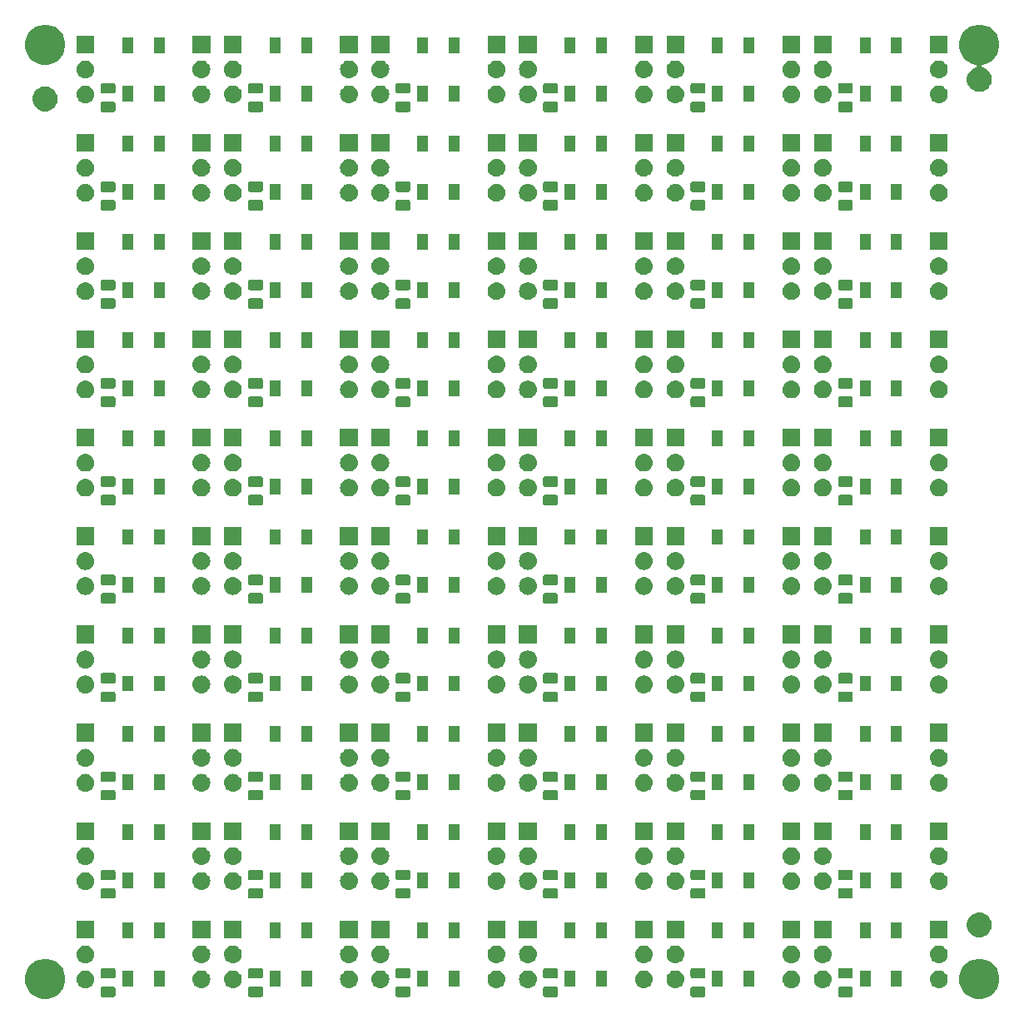
<source format=gbr>
G04 #@! TF.GenerationSoftware,KiCad,Pcbnew,(5.0.2)-1*
G04 #@! TF.CreationDate,2019-05-18T23:42:59-05:00*
G04 #@! TF.ProjectId,pixel_panel,70697865-6c5f-4706-916e-656c2e6b6963,rev?*
G04 #@! TF.SameCoordinates,PX6aae0f0PY2fa8320*
G04 #@! TF.FileFunction,Soldermask,Top*
G04 #@! TF.FilePolarity,Negative*
%FSLAX46Y46*%
G04 Gerber Fmt 4.6, Leading zero omitted, Abs format (unit mm)*
G04 Created by KiCad (PCBNEW (5.0.2)-1) date 5/18/2019 11:42:59 PM*
%MOMM*%
%LPD*%
G01*
G04 APERTURE LIST*
%ADD10C,0.100000*%
G04 APERTURE END LIST*
D10*
G36*
X98098252Y-95527818D02*
X98098254Y-95527819D01*
X98098255Y-95527819D01*
X98471513Y-95682427D01*
X98576802Y-95752779D01*
X98807439Y-95906886D01*
X99093114Y-96192561D01*
X99093116Y-96192564D01*
X99317573Y-96528487D01*
X99472181Y-96901745D01*
X99472182Y-96901748D01*
X99551000Y-97297993D01*
X99551000Y-97702007D01*
X99514309Y-97886467D01*
X99472181Y-98098255D01*
X99317573Y-98471513D01*
X99317572Y-98471514D01*
X99093114Y-98807439D01*
X98807439Y-99093114D01*
X98807436Y-99093116D01*
X98471513Y-99317573D01*
X98098255Y-99472181D01*
X98098254Y-99472181D01*
X98098252Y-99472182D01*
X97702007Y-99551000D01*
X97297993Y-99551000D01*
X96901748Y-99472182D01*
X96901746Y-99472181D01*
X96901745Y-99472181D01*
X96528487Y-99317573D01*
X96192564Y-99093116D01*
X96192561Y-99093114D01*
X95906886Y-98807439D01*
X95682428Y-98471514D01*
X95682427Y-98471513D01*
X95527819Y-98098255D01*
X95485692Y-97886467D01*
X95449000Y-97702007D01*
X95449000Y-97297993D01*
X95527818Y-96901748D01*
X95527819Y-96901745D01*
X95682427Y-96528487D01*
X95906884Y-96192564D01*
X95906886Y-96192561D01*
X96192561Y-95906886D01*
X96423198Y-95752779D01*
X96528487Y-95682427D01*
X96901745Y-95527819D01*
X96901746Y-95527819D01*
X96901748Y-95527818D01*
X97297993Y-95449000D01*
X97702007Y-95449000D01*
X98098252Y-95527818D01*
X98098252Y-95527818D01*
G37*
G36*
X3098252Y-95527818D02*
X3098254Y-95527819D01*
X3098255Y-95527819D01*
X3471513Y-95682427D01*
X3576802Y-95752779D01*
X3807439Y-95906886D01*
X4093114Y-96192561D01*
X4093116Y-96192564D01*
X4317573Y-96528487D01*
X4472181Y-96901745D01*
X4472182Y-96901748D01*
X4551000Y-97297993D01*
X4551000Y-97702007D01*
X4514309Y-97886467D01*
X4472181Y-98098255D01*
X4317573Y-98471513D01*
X4317572Y-98471514D01*
X4093114Y-98807439D01*
X3807439Y-99093114D01*
X3807436Y-99093116D01*
X3471513Y-99317573D01*
X3098255Y-99472181D01*
X3098254Y-99472181D01*
X3098252Y-99472182D01*
X2702007Y-99551000D01*
X2297993Y-99551000D01*
X1901748Y-99472182D01*
X1901746Y-99472181D01*
X1901745Y-99472181D01*
X1528487Y-99317573D01*
X1192564Y-99093116D01*
X1192561Y-99093114D01*
X906886Y-98807439D01*
X682428Y-98471514D01*
X682427Y-98471513D01*
X527819Y-98098255D01*
X485692Y-97886467D01*
X449000Y-97702007D01*
X449000Y-97297993D01*
X527818Y-96901748D01*
X527819Y-96901745D01*
X682427Y-96528487D01*
X906884Y-96192564D01*
X906886Y-96192561D01*
X1192561Y-95906886D01*
X1423198Y-95752779D01*
X1528487Y-95682427D01*
X1901745Y-95527819D01*
X1901746Y-95527819D01*
X1901748Y-95527818D01*
X2297993Y-95449000D01*
X2702007Y-95449000D01*
X3098252Y-95527818D01*
X3098252Y-95527818D01*
G37*
G36*
X39484466Y-98266065D02*
X39523137Y-98277796D01*
X39558779Y-98296848D01*
X39590017Y-98322483D01*
X39615652Y-98353721D01*
X39634704Y-98389363D01*
X39646435Y-98428034D01*
X39651000Y-98474388D01*
X39651000Y-99125612D01*
X39646435Y-99171966D01*
X39634704Y-99210637D01*
X39615652Y-99246279D01*
X39590017Y-99277517D01*
X39558779Y-99303152D01*
X39523137Y-99322204D01*
X39484466Y-99333935D01*
X39438112Y-99338500D01*
X38361888Y-99338500D01*
X38315534Y-99333935D01*
X38276863Y-99322204D01*
X38241221Y-99303152D01*
X38209983Y-99277517D01*
X38184348Y-99246279D01*
X38165296Y-99210637D01*
X38153565Y-99171966D01*
X38149000Y-99125612D01*
X38149000Y-98474388D01*
X38153565Y-98428034D01*
X38165296Y-98389363D01*
X38184348Y-98353721D01*
X38209983Y-98322483D01*
X38241221Y-98296848D01*
X38276863Y-98277796D01*
X38315534Y-98266065D01*
X38361888Y-98261500D01*
X39438112Y-98261500D01*
X39484466Y-98266065D01*
X39484466Y-98266065D01*
G37*
G36*
X84484466Y-98266065D02*
X84523137Y-98277796D01*
X84558779Y-98296848D01*
X84590017Y-98322483D01*
X84615652Y-98353721D01*
X84634704Y-98389363D01*
X84646435Y-98428034D01*
X84651000Y-98474388D01*
X84651000Y-99125612D01*
X84646435Y-99171966D01*
X84634704Y-99210637D01*
X84615652Y-99246279D01*
X84590017Y-99277517D01*
X84558779Y-99303152D01*
X84523137Y-99322204D01*
X84484466Y-99333935D01*
X84438112Y-99338500D01*
X83361888Y-99338500D01*
X83315534Y-99333935D01*
X83276863Y-99322204D01*
X83241221Y-99303152D01*
X83209983Y-99277517D01*
X83184348Y-99246279D01*
X83165296Y-99210637D01*
X83153565Y-99171966D01*
X83149000Y-99125612D01*
X83149000Y-98474388D01*
X83153565Y-98428034D01*
X83165296Y-98389363D01*
X83184348Y-98353721D01*
X83209983Y-98322483D01*
X83241221Y-98296848D01*
X83276863Y-98277796D01*
X83315534Y-98266065D01*
X83361888Y-98261500D01*
X84438112Y-98261500D01*
X84484466Y-98266065D01*
X84484466Y-98266065D01*
G37*
G36*
X69484466Y-98266065D02*
X69523137Y-98277796D01*
X69558779Y-98296848D01*
X69590017Y-98322483D01*
X69615652Y-98353721D01*
X69634704Y-98389363D01*
X69646435Y-98428034D01*
X69651000Y-98474388D01*
X69651000Y-99125612D01*
X69646435Y-99171966D01*
X69634704Y-99210637D01*
X69615652Y-99246279D01*
X69590017Y-99277517D01*
X69558779Y-99303152D01*
X69523137Y-99322204D01*
X69484466Y-99333935D01*
X69438112Y-99338500D01*
X68361888Y-99338500D01*
X68315534Y-99333935D01*
X68276863Y-99322204D01*
X68241221Y-99303152D01*
X68209983Y-99277517D01*
X68184348Y-99246279D01*
X68165296Y-99210637D01*
X68153565Y-99171966D01*
X68149000Y-99125612D01*
X68149000Y-98474388D01*
X68153565Y-98428034D01*
X68165296Y-98389363D01*
X68184348Y-98353721D01*
X68209983Y-98322483D01*
X68241221Y-98296848D01*
X68276863Y-98277796D01*
X68315534Y-98266065D01*
X68361888Y-98261500D01*
X69438112Y-98261500D01*
X69484466Y-98266065D01*
X69484466Y-98266065D01*
G37*
G36*
X54484466Y-98266065D02*
X54523137Y-98277796D01*
X54558779Y-98296848D01*
X54590017Y-98322483D01*
X54615652Y-98353721D01*
X54634704Y-98389363D01*
X54646435Y-98428034D01*
X54651000Y-98474388D01*
X54651000Y-99125612D01*
X54646435Y-99171966D01*
X54634704Y-99210637D01*
X54615652Y-99246279D01*
X54590017Y-99277517D01*
X54558779Y-99303152D01*
X54523137Y-99322204D01*
X54484466Y-99333935D01*
X54438112Y-99338500D01*
X53361888Y-99338500D01*
X53315534Y-99333935D01*
X53276863Y-99322204D01*
X53241221Y-99303152D01*
X53209983Y-99277517D01*
X53184348Y-99246279D01*
X53165296Y-99210637D01*
X53153565Y-99171966D01*
X53149000Y-99125612D01*
X53149000Y-98474388D01*
X53153565Y-98428034D01*
X53165296Y-98389363D01*
X53184348Y-98353721D01*
X53209983Y-98322483D01*
X53241221Y-98296848D01*
X53276863Y-98277796D01*
X53315534Y-98266065D01*
X53361888Y-98261500D01*
X54438112Y-98261500D01*
X54484466Y-98266065D01*
X54484466Y-98266065D01*
G37*
G36*
X24484466Y-98266065D02*
X24523137Y-98277796D01*
X24558779Y-98296848D01*
X24590017Y-98322483D01*
X24615652Y-98353721D01*
X24634704Y-98389363D01*
X24646435Y-98428034D01*
X24651000Y-98474388D01*
X24651000Y-99125612D01*
X24646435Y-99171966D01*
X24634704Y-99210637D01*
X24615652Y-99246279D01*
X24590017Y-99277517D01*
X24558779Y-99303152D01*
X24523137Y-99322204D01*
X24484466Y-99333935D01*
X24438112Y-99338500D01*
X23361888Y-99338500D01*
X23315534Y-99333935D01*
X23276863Y-99322204D01*
X23241221Y-99303152D01*
X23209983Y-99277517D01*
X23184348Y-99246279D01*
X23165296Y-99210637D01*
X23153565Y-99171966D01*
X23149000Y-99125612D01*
X23149000Y-98474388D01*
X23153565Y-98428034D01*
X23165296Y-98389363D01*
X23184348Y-98353721D01*
X23209983Y-98322483D01*
X23241221Y-98296848D01*
X23276863Y-98277796D01*
X23315534Y-98266065D01*
X23361888Y-98261500D01*
X24438112Y-98261500D01*
X24484466Y-98266065D01*
X24484466Y-98266065D01*
G37*
G36*
X9484466Y-98266065D02*
X9523137Y-98277796D01*
X9558779Y-98296848D01*
X9590017Y-98322483D01*
X9615652Y-98353721D01*
X9634704Y-98389363D01*
X9646435Y-98428034D01*
X9651000Y-98474388D01*
X9651000Y-99125612D01*
X9646435Y-99171966D01*
X9634704Y-99210637D01*
X9615652Y-99246279D01*
X9590017Y-99277517D01*
X9558779Y-99303152D01*
X9523137Y-99322204D01*
X9484466Y-99333935D01*
X9438112Y-99338500D01*
X8361888Y-99338500D01*
X8315534Y-99333935D01*
X8276863Y-99322204D01*
X8241221Y-99303152D01*
X8209983Y-99277517D01*
X8184348Y-99246279D01*
X8165296Y-99210637D01*
X8153565Y-99171966D01*
X8149000Y-99125612D01*
X8149000Y-98474388D01*
X8153565Y-98428034D01*
X8165296Y-98389363D01*
X8184348Y-98353721D01*
X8209983Y-98322483D01*
X8241221Y-98296848D01*
X8276863Y-98277796D01*
X8315534Y-98266065D01*
X8361888Y-98261500D01*
X9438112Y-98261500D01*
X9484466Y-98266065D01*
X9484466Y-98266065D01*
G37*
G36*
X93510443Y-96645519D02*
X93576627Y-96652037D01*
X93689853Y-96686384D01*
X93746467Y-96703557D01*
X93885087Y-96777652D01*
X93902991Y-96787222D01*
X93938729Y-96816552D01*
X94040186Y-96899814D01*
X94123448Y-97001271D01*
X94152778Y-97037009D01*
X94152779Y-97037011D01*
X94236443Y-97193533D01*
X94236443Y-97193534D01*
X94287963Y-97363373D01*
X94305359Y-97540000D01*
X94287963Y-97716627D01*
X94253616Y-97829853D01*
X94236443Y-97886467D01*
X94162348Y-98025087D01*
X94152778Y-98042991D01*
X94123448Y-98078729D01*
X94040186Y-98180186D01*
X93941103Y-98261500D01*
X93902991Y-98292778D01*
X93902989Y-98292779D01*
X93746467Y-98376443D01*
X93689853Y-98393616D01*
X93576627Y-98427963D01*
X93510443Y-98434481D01*
X93444260Y-98441000D01*
X93355740Y-98441000D01*
X93289557Y-98434481D01*
X93223373Y-98427963D01*
X93110147Y-98393616D01*
X93053533Y-98376443D01*
X92897011Y-98292779D01*
X92897009Y-98292778D01*
X92858897Y-98261500D01*
X92759814Y-98180186D01*
X92676552Y-98078729D01*
X92647222Y-98042991D01*
X92637652Y-98025087D01*
X92563557Y-97886467D01*
X92546384Y-97829853D01*
X92512037Y-97716627D01*
X92494641Y-97540000D01*
X92512037Y-97363373D01*
X92563557Y-97193534D01*
X92563557Y-97193533D01*
X92647221Y-97037011D01*
X92647222Y-97037009D01*
X92676552Y-97001271D01*
X92759814Y-96899814D01*
X92861271Y-96816552D01*
X92897009Y-96787222D01*
X92914913Y-96777652D01*
X93053533Y-96703557D01*
X93110147Y-96686384D01*
X93223373Y-96652037D01*
X93289557Y-96645519D01*
X93355740Y-96639000D01*
X93444260Y-96639000D01*
X93510443Y-96645519D01*
X93510443Y-96645519D01*
G37*
G36*
X51710443Y-96645519D02*
X51776627Y-96652037D01*
X51889853Y-96686384D01*
X51946467Y-96703557D01*
X52085087Y-96777652D01*
X52102991Y-96787222D01*
X52138729Y-96816552D01*
X52240186Y-96899814D01*
X52323448Y-97001271D01*
X52352778Y-97037009D01*
X52352779Y-97037011D01*
X52436443Y-97193533D01*
X52436443Y-97193534D01*
X52487963Y-97363373D01*
X52505359Y-97540000D01*
X52487963Y-97716627D01*
X52453616Y-97829853D01*
X52436443Y-97886467D01*
X52362348Y-98025087D01*
X52352778Y-98042991D01*
X52323448Y-98078729D01*
X52240186Y-98180186D01*
X52141103Y-98261500D01*
X52102991Y-98292778D01*
X52102989Y-98292779D01*
X51946467Y-98376443D01*
X51889853Y-98393616D01*
X51776627Y-98427963D01*
X51710443Y-98434481D01*
X51644260Y-98441000D01*
X51555740Y-98441000D01*
X51489557Y-98434481D01*
X51423373Y-98427963D01*
X51310147Y-98393616D01*
X51253533Y-98376443D01*
X51097011Y-98292779D01*
X51097009Y-98292778D01*
X51058897Y-98261500D01*
X50959814Y-98180186D01*
X50876552Y-98078729D01*
X50847222Y-98042991D01*
X50837652Y-98025087D01*
X50763557Y-97886467D01*
X50746384Y-97829853D01*
X50712037Y-97716627D01*
X50694641Y-97540000D01*
X50712037Y-97363373D01*
X50763557Y-97193534D01*
X50763557Y-97193533D01*
X50847221Y-97037011D01*
X50847222Y-97037009D01*
X50876552Y-97001271D01*
X50959814Y-96899814D01*
X51061271Y-96816552D01*
X51097009Y-96787222D01*
X51114913Y-96777652D01*
X51253533Y-96703557D01*
X51310147Y-96686384D01*
X51423373Y-96652037D01*
X51489557Y-96645519D01*
X51555740Y-96639000D01*
X51644260Y-96639000D01*
X51710443Y-96645519D01*
X51710443Y-96645519D01*
G37*
G36*
X36710443Y-96645519D02*
X36776627Y-96652037D01*
X36889853Y-96686384D01*
X36946467Y-96703557D01*
X37085087Y-96777652D01*
X37102991Y-96787222D01*
X37138729Y-96816552D01*
X37240186Y-96899814D01*
X37323448Y-97001271D01*
X37352778Y-97037009D01*
X37352779Y-97037011D01*
X37436443Y-97193533D01*
X37436443Y-97193534D01*
X37487963Y-97363373D01*
X37505359Y-97540000D01*
X37487963Y-97716627D01*
X37453616Y-97829853D01*
X37436443Y-97886467D01*
X37362348Y-98025087D01*
X37352778Y-98042991D01*
X37323448Y-98078729D01*
X37240186Y-98180186D01*
X37141103Y-98261500D01*
X37102991Y-98292778D01*
X37102989Y-98292779D01*
X36946467Y-98376443D01*
X36889853Y-98393616D01*
X36776627Y-98427963D01*
X36710443Y-98434481D01*
X36644260Y-98441000D01*
X36555740Y-98441000D01*
X36489557Y-98434481D01*
X36423373Y-98427963D01*
X36310147Y-98393616D01*
X36253533Y-98376443D01*
X36097011Y-98292779D01*
X36097009Y-98292778D01*
X36058897Y-98261500D01*
X35959814Y-98180186D01*
X35876552Y-98078729D01*
X35847222Y-98042991D01*
X35837652Y-98025087D01*
X35763557Y-97886467D01*
X35746384Y-97829853D01*
X35712037Y-97716627D01*
X35694641Y-97540000D01*
X35712037Y-97363373D01*
X35763557Y-97193534D01*
X35763557Y-97193533D01*
X35847221Y-97037011D01*
X35847222Y-97037009D01*
X35876552Y-97001271D01*
X35959814Y-96899814D01*
X36061271Y-96816552D01*
X36097009Y-96787222D01*
X36114913Y-96777652D01*
X36253533Y-96703557D01*
X36310147Y-96686384D01*
X36423373Y-96652037D01*
X36489557Y-96645519D01*
X36555740Y-96639000D01*
X36644260Y-96639000D01*
X36710443Y-96645519D01*
X36710443Y-96645519D01*
G37*
G36*
X21710443Y-96645519D02*
X21776627Y-96652037D01*
X21889853Y-96686384D01*
X21946467Y-96703557D01*
X22085087Y-96777652D01*
X22102991Y-96787222D01*
X22138729Y-96816552D01*
X22240186Y-96899814D01*
X22323448Y-97001271D01*
X22352778Y-97037009D01*
X22352779Y-97037011D01*
X22436443Y-97193533D01*
X22436443Y-97193534D01*
X22487963Y-97363373D01*
X22505359Y-97540000D01*
X22487963Y-97716627D01*
X22453616Y-97829853D01*
X22436443Y-97886467D01*
X22362348Y-98025087D01*
X22352778Y-98042991D01*
X22323448Y-98078729D01*
X22240186Y-98180186D01*
X22141103Y-98261500D01*
X22102991Y-98292778D01*
X22102989Y-98292779D01*
X21946467Y-98376443D01*
X21889853Y-98393616D01*
X21776627Y-98427963D01*
X21710443Y-98434481D01*
X21644260Y-98441000D01*
X21555740Y-98441000D01*
X21489557Y-98434481D01*
X21423373Y-98427963D01*
X21310147Y-98393616D01*
X21253533Y-98376443D01*
X21097011Y-98292779D01*
X21097009Y-98292778D01*
X21058897Y-98261500D01*
X20959814Y-98180186D01*
X20876552Y-98078729D01*
X20847222Y-98042991D01*
X20837652Y-98025087D01*
X20763557Y-97886467D01*
X20746384Y-97829853D01*
X20712037Y-97716627D01*
X20694641Y-97540000D01*
X20712037Y-97363373D01*
X20763557Y-97193534D01*
X20763557Y-97193533D01*
X20847221Y-97037011D01*
X20847222Y-97037009D01*
X20876552Y-97001271D01*
X20959814Y-96899814D01*
X21061271Y-96816552D01*
X21097009Y-96787222D01*
X21114913Y-96777652D01*
X21253533Y-96703557D01*
X21310147Y-96686384D01*
X21423373Y-96652037D01*
X21489557Y-96645519D01*
X21555740Y-96639000D01*
X21644260Y-96639000D01*
X21710443Y-96645519D01*
X21710443Y-96645519D01*
G37*
G36*
X6710443Y-96645519D02*
X6776627Y-96652037D01*
X6889853Y-96686384D01*
X6946467Y-96703557D01*
X7085087Y-96777652D01*
X7102991Y-96787222D01*
X7138729Y-96816552D01*
X7240186Y-96899814D01*
X7323448Y-97001271D01*
X7352778Y-97037009D01*
X7352779Y-97037011D01*
X7436443Y-97193533D01*
X7436443Y-97193534D01*
X7487963Y-97363373D01*
X7505359Y-97540000D01*
X7487963Y-97716627D01*
X7453616Y-97829853D01*
X7436443Y-97886467D01*
X7362348Y-98025087D01*
X7352778Y-98042991D01*
X7323448Y-98078729D01*
X7240186Y-98180186D01*
X7141103Y-98261500D01*
X7102991Y-98292778D01*
X7102989Y-98292779D01*
X6946467Y-98376443D01*
X6889853Y-98393616D01*
X6776627Y-98427963D01*
X6710443Y-98434481D01*
X6644260Y-98441000D01*
X6555740Y-98441000D01*
X6489557Y-98434481D01*
X6423373Y-98427963D01*
X6310147Y-98393616D01*
X6253533Y-98376443D01*
X6097011Y-98292779D01*
X6097009Y-98292778D01*
X6058897Y-98261500D01*
X5959814Y-98180186D01*
X5876552Y-98078729D01*
X5847222Y-98042991D01*
X5837652Y-98025087D01*
X5763557Y-97886467D01*
X5746384Y-97829853D01*
X5712037Y-97716627D01*
X5694641Y-97540000D01*
X5712037Y-97363373D01*
X5763557Y-97193534D01*
X5763557Y-97193533D01*
X5847221Y-97037011D01*
X5847222Y-97037009D01*
X5876552Y-97001271D01*
X5959814Y-96899814D01*
X6061271Y-96816552D01*
X6097009Y-96787222D01*
X6114913Y-96777652D01*
X6253533Y-96703557D01*
X6310147Y-96686384D01*
X6423373Y-96652037D01*
X6489557Y-96645519D01*
X6555740Y-96639000D01*
X6644260Y-96639000D01*
X6710443Y-96645519D01*
X6710443Y-96645519D01*
G37*
G36*
X33510443Y-96645519D02*
X33576627Y-96652037D01*
X33689853Y-96686384D01*
X33746467Y-96703557D01*
X33885087Y-96777652D01*
X33902991Y-96787222D01*
X33938729Y-96816552D01*
X34040186Y-96899814D01*
X34123448Y-97001271D01*
X34152778Y-97037009D01*
X34152779Y-97037011D01*
X34236443Y-97193533D01*
X34236443Y-97193534D01*
X34287963Y-97363373D01*
X34305359Y-97540000D01*
X34287963Y-97716627D01*
X34253616Y-97829853D01*
X34236443Y-97886467D01*
X34162348Y-98025087D01*
X34152778Y-98042991D01*
X34123448Y-98078729D01*
X34040186Y-98180186D01*
X33941103Y-98261500D01*
X33902991Y-98292778D01*
X33902989Y-98292779D01*
X33746467Y-98376443D01*
X33689853Y-98393616D01*
X33576627Y-98427963D01*
X33510443Y-98434481D01*
X33444260Y-98441000D01*
X33355740Y-98441000D01*
X33289557Y-98434481D01*
X33223373Y-98427963D01*
X33110147Y-98393616D01*
X33053533Y-98376443D01*
X32897011Y-98292779D01*
X32897009Y-98292778D01*
X32858897Y-98261500D01*
X32759814Y-98180186D01*
X32676552Y-98078729D01*
X32647222Y-98042991D01*
X32637652Y-98025087D01*
X32563557Y-97886467D01*
X32546384Y-97829853D01*
X32512037Y-97716627D01*
X32494641Y-97540000D01*
X32512037Y-97363373D01*
X32563557Y-97193534D01*
X32563557Y-97193533D01*
X32647221Y-97037011D01*
X32647222Y-97037009D01*
X32676552Y-97001271D01*
X32759814Y-96899814D01*
X32861271Y-96816552D01*
X32897009Y-96787222D01*
X32914913Y-96777652D01*
X33053533Y-96703557D01*
X33110147Y-96686384D01*
X33223373Y-96652037D01*
X33289557Y-96645519D01*
X33355740Y-96639000D01*
X33444260Y-96639000D01*
X33510443Y-96645519D01*
X33510443Y-96645519D01*
G37*
G36*
X18510443Y-96645519D02*
X18576627Y-96652037D01*
X18689853Y-96686384D01*
X18746467Y-96703557D01*
X18885087Y-96777652D01*
X18902991Y-96787222D01*
X18938729Y-96816552D01*
X19040186Y-96899814D01*
X19123448Y-97001271D01*
X19152778Y-97037009D01*
X19152779Y-97037011D01*
X19236443Y-97193533D01*
X19236443Y-97193534D01*
X19287963Y-97363373D01*
X19305359Y-97540000D01*
X19287963Y-97716627D01*
X19253616Y-97829853D01*
X19236443Y-97886467D01*
X19162348Y-98025087D01*
X19152778Y-98042991D01*
X19123448Y-98078729D01*
X19040186Y-98180186D01*
X18941103Y-98261500D01*
X18902991Y-98292778D01*
X18902989Y-98292779D01*
X18746467Y-98376443D01*
X18689853Y-98393616D01*
X18576627Y-98427963D01*
X18510443Y-98434481D01*
X18444260Y-98441000D01*
X18355740Y-98441000D01*
X18289557Y-98434481D01*
X18223373Y-98427963D01*
X18110147Y-98393616D01*
X18053533Y-98376443D01*
X17897011Y-98292779D01*
X17897009Y-98292778D01*
X17858897Y-98261500D01*
X17759814Y-98180186D01*
X17676552Y-98078729D01*
X17647222Y-98042991D01*
X17637652Y-98025087D01*
X17563557Y-97886467D01*
X17546384Y-97829853D01*
X17512037Y-97716627D01*
X17494641Y-97540000D01*
X17512037Y-97363373D01*
X17563557Y-97193534D01*
X17563557Y-97193533D01*
X17647221Y-97037011D01*
X17647222Y-97037009D01*
X17676552Y-97001271D01*
X17759814Y-96899814D01*
X17861271Y-96816552D01*
X17897009Y-96787222D01*
X17914913Y-96777652D01*
X18053533Y-96703557D01*
X18110147Y-96686384D01*
X18223373Y-96652037D01*
X18289557Y-96645519D01*
X18355740Y-96639000D01*
X18444260Y-96639000D01*
X18510443Y-96645519D01*
X18510443Y-96645519D01*
G37*
G36*
X81710443Y-96645519D02*
X81776627Y-96652037D01*
X81889853Y-96686384D01*
X81946467Y-96703557D01*
X82085087Y-96777652D01*
X82102991Y-96787222D01*
X82138729Y-96816552D01*
X82240186Y-96899814D01*
X82323448Y-97001271D01*
X82352778Y-97037009D01*
X82352779Y-97037011D01*
X82436443Y-97193533D01*
X82436443Y-97193534D01*
X82487963Y-97363373D01*
X82505359Y-97540000D01*
X82487963Y-97716627D01*
X82453616Y-97829853D01*
X82436443Y-97886467D01*
X82362348Y-98025087D01*
X82352778Y-98042991D01*
X82323448Y-98078729D01*
X82240186Y-98180186D01*
X82141103Y-98261500D01*
X82102991Y-98292778D01*
X82102989Y-98292779D01*
X81946467Y-98376443D01*
X81889853Y-98393616D01*
X81776627Y-98427963D01*
X81710443Y-98434481D01*
X81644260Y-98441000D01*
X81555740Y-98441000D01*
X81489557Y-98434481D01*
X81423373Y-98427963D01*
X81310147Y-98393616D01*
X81253533Y-98376443D01*
X81097011Y-98292779D01*
X81097009Y-98292778D01*
X81058897Y-98261500D01*
X80959814Y-98180186D01*
X80876552Y-98078729D01*
X80847222Y-98042991D01*
X80837652Y-98025087D01*
X80763557Y-97886467D01*
X80746384Y-97829853D01*
X80712037Y-97716627D01*
X80694641Y-97540000D01*
X80712037Y-97363373D01*
X80763557Y-97193534D01*
X80763557Y-97193533D01*
X80847221Y-97037011D01*
X80847222Y-97037009D01*
X80876552Y-97001271D01*
X80959814Y-96899814D01*
X81061271Y-96816552D01*
X81097009Y-96787222D01*
X81114913Y-96777652D01*
X81253533Y-96703557D01*
X81310147Y-96686384D01*
X81423373Y-96652037D01*
X81489557Y-96645519D01*
X81555740Y-96639000D01*
X81644260Y-96639000D01*
X81710443Y-96645519D01*
X81710443Y-96645519D01*
G37*
G36*
X78510443Y-96645519D02*
X78576627Y-96652037D01*
X78689853Y-96686384D01*
X78746467Y-96703557D01*
X78885087Y-96777652D01*
X78902991Y-96787222D01*
X78938729Y-96816552D01*
X79040186Y-96899814D01*
X79123448Y-97001271D01*
X79152778Y-97037009D01*
X79152779Y-97037011D01*
X79236443Y-97193533D01*
X79236443Y-97193534D01*
X79287963Y-97363373D01*
X79305359Y-97540000D01*
X79287963Y-97716627D01*
X79253616Y-97829853D01*
X79236443Y-97886467D01*
X79162348Y-98025087D01*
X79152778Y-98042991D01*
X79123448Y-98078729D01*
X79040186Y-98180186D01*
X78941103Y-98261500D01*
X78902991Y-98292778D01*
X78902989Y-98292779D01*
X78746467Y-98376443D01*
X78689853Y-98393616D01*
X78576627Y-98427963D01*
X78510443Y-98434481D01*
X78444260Y-98441000D01*
X78355740Y-98441000D01*
X78289557Y-98434481D01*
X78223373Y-98427963D01*
X78110147Y-98393616D01*
X78053533Y-98376443D01*
X77897011Y-98292779D01*
X77897009Y-98292778D01*
X77858897Y-98261500D01*
X77759814Y-98180186D01*
X77676552Y-98078729D01*
X77647222Y-98042991D01*
X77637652Y-98025087D01*
X77563557Y-97886467D01*
X77546384Y-97829853D01*
X77512037Y-97716627D01*
X77494641Y-97540000D01*
X77512037Y-97363373D01*
X77563557Y-97193534D01*
X77563557Y-97193533D01*
X77647221Y-97037011D01*
X77647222Y-97037009D01*
X77676552Y-97001271D01*
X77759814Y-96899814D01*
X77861271Y-96816552D01*
X77897009Y-96787222D01*
X77914913Y-96777652D01*
X78053533Y-96703557D01*
X78110147Y-96686384D01*
X78223373Y-96652037D01*
X78289557Y-96645519D01*
X78355740Y-96639000D01*
X78444260Y-96639000D01*
X78510443Y-96645519D01*
X78510443Y-96645519D01*
G37*
G36*
X66710443Y-96645519D02*
X66776627Y-96652037D01*
X66889853Y-96686384D01*
X66946467Y-96703557D01*
X67085087Y-96777652D01*
X67102991Y-96787222D01*
X67138729Y-96816552D01*
X67240186Y-96899814D01*
X67323448Y-97001271D01*
X67352778Y-97037009D01*
X67352779Y-97037011D01*
X67436443Y-97193533D01*
X67436443Y-97193534D01*
X67487963Y-97363373D01*
X67505359Y-97540000D01*
X67487963Y-97716627D01*
X67453616Y-97829853D01*
X67436443Y-97886467D01*
X67362348Y-98025087D01*
X67352778Y-98042991D01*
X67323448Y-98078729D01*
X67240186Y-98180186D01*
X67141103Y-98261500D01*
X67102991Y-98292778D01*
X67102989Y-98292779D01*
X66946467Y-98376443D01*
X66889853Y-98393616D01*
X66776627Y-98427963D01*
X66710443Y-98434481D01*
X66644260Y-98441000D01*
X66555740Y-98441000D01*
X66489557Y-98434481D01*
X66423373Y-98427963D01*
X66310147Y-98393616D01*
X66253533Y-98376443D01*
X66097011Y-98292779D01*
X66097009Y-98292778D01*
X66058897Y-98261500D01*
X65959814Y-98180186D01*
X65876552Y-98078729D01*
X65847222Y-98042991D01*
X65837652Y-98025087D01*
X65763557Y-97886467D01*
X65746384Y-97829853D01*
X65712037Y-97716627D01*
X65694641Y-97540000D01*
X65712037Y-97363373D01*
X65763557Y-97193534D01*
X65763557Y-97193533D01*
X65847221Y-97037011D01*
X65847222Y-97037009D01*
X65876552Y-97001271D01*
X65959814Y-96899814D01*
X66061271Y-96816552D01*
X66097009Y-96787222D01*
X66114913Y-96777652D01*
X66253533Y-96703557D01*
X66310147Y-96686384D01*
X66423373Y-96652037D01*
X66489557Y-96645519D01*
X66555740Y-96639000D01*
X66644260Y-96639000D01*
X66710443Y-96645519D01*
X66710443Y-96645519D01*
G37*
G36*
X63510443Y-96645519D02*
X63576627Y-96652037D01*
X63689853Y-96686384D01*
X63746467Y-96703557D01*
X63885087Y-96777652D01*
X63902991Y-96787222D01*
X63938729Y-96816552D01*
X64040186Y-96899814D01*
X64123448Y-97001271D01*
X64152778Y-97037009D01*
X64152779Y-97037011D01*
X64236443Y-97193533D01*
X64236443Y-97193534D01*
X64287963Y-97363373D01*
X64305359Y-97540000D01*
X64287963Y-97716627D01*
X64253616Y-97829853D01*
X64236443Y-97886467D01*
X64162348Y-98025087D01*
X64152778Y-98042991D01*
X64123448Y-98078729D01*
X64040186Y-98180186D01*
X63941103Y-98261500D01*
X63902991Y-98292778D01*
X63902989Y-98292779D01*
X63746467Y-98376443D01*
X63689853Y-98393616D01*
X63576627Y-98427963D01*
X63510443Y-98434481D01*
X63444260Y-98441000D01*
X63355740Y-98441000D01*
X63289557Y-98434481D01*
X63223373Y-98427963D01*
X63110147Y-98393616D01*
X63053533Y-98376443D01*
X62897011Y-98292779D01*
X62897009Y-98292778D01*
X62858897Y-98261500D01*
X62759814Y-98180186D01*
X62676552Y-98078729D01*
X62647222Y-98042991D01*
X62637652Y-98025087D01*
X62563557Y-97886467D01*
X62546384Y-97829853D01*
X62512037Y-97716627D01*
X62494641Y-97540000D01*
X62512037Y-97363373D01*
X62563557Y-97193534D01*
X62563557Y-97193533D01*
X62647221Y-97037011D01*
X62647222Y-97037009D01*
X62676552Y-97001271D01*
X62759814Y-96899814D01*
X62861271Y-96816552D01*
X62897009Y-96787222D01*
X62914913Y-96777652D01*
X63053533Y-96703557D01*
X63110147Y-96686384D01*
X63223373Y-96652037D01*
X63289557Y-96645519D01*
X63355740Y-96639000D01*
X63444260Y-96639000D01*
X63510443Y-96645519D01*
X63510443Y-96645519D01*
G37*
G36*
X48510443Y-96645519D02*
X48576627Y-96652037D01*
X48689853Y-96686384D01*
X48746467Y-96703557D01*
X48885087Y-96777652D01*
X48902991Y-96787222D01*
X48938729Y-96816552D01*
X49040186Y-96899814D01*
X49123448Y-97001271D01*
X49152778Y-97037009D01*
X49152779Y-97037011D01*
X49236443Y-97193533D01*
X49236443Y-97193534D01*
X49287963Y-97363373D01*
X49305359Y-97540000D01*
X49287963Y-97716627D01*
X49253616Y-97829853D01*
X49236443Y-97886467D01*
X49162348Y-98025087D01*
X49152778Y-98042991D01*
X49123448Y-98078729D01*
X49040186Y-98180186D01*
X48941103Y-98261500D01*
X48902991Y-98292778D01*
X48902989Y-98292779D01*
X48746467Y-98376443D01*
X48689853Y-98393616D01*
X48576627Y-98427963D01*
X48510443Y-98434481D01*
X48444260Y-98441000D01*
X48355740Y-98441000D01*
X48289557Y-98434481D01*
X48223373Y-98427963D01*
X48110147Y-98393616D01*
X48053533Y-98376443D01*
X47897011Y-98292779D01*
X47897009Y-98292778D01*
X47858897Y-98261500D01*
X47759814Y-98180186D01*
X47676552Y-98078729D01*
X47647222Y-98042991D01*
X47637652Y-98025087D01*
X47563557Y-97886467D01*
X47546384Y-97829853D01*
X47512037Y-97716627D01*
X47494641Y-97540000D01*
X47512037Y-97363373D01*
X47563557Y-97193534D01*
X47563557Y-97193533D01*
X47647221Y-97037011D01*
X47647222Y-97037009D01*
X47676552Y-97001271D01*
X47759814Y-96899814D01*
X47861271Y-96816552D01*
X47897009Y-96787222D01*
X47914913Y-96777652D01*
X48053533Y-96703557D01*
X48110147Y-96686384D01*
X48223373Y-96652037D01*
X48289557Y-96645519D01*
X48355740Y-96639000D01*
X48444260Y-96639000D01*
X48510443Y-96645519D01*
X48510443Y-96645519D01*
G37*
G36*
X41451000Y-98251000D02*
X40349000Y-98251000D01*
X40349000Y-96649000D01*
X41451000Y-96649000D01*
X41451000Y-98251000D01*
X41451000Y-98251000D01*
G37*
G36*
X86451000Y-98251000D02*
X85349000Y-98251000D01*
X85349000Y-96649000D01*
X86451000Y-96649000D01*
X86451000Y-98251000D01*
X86451000Y-98251000D01*
G37*
G36*
X89651000Y-98251000D02*
X88549000Y-98251000D01*
X88549000Y-96649000D01*
X89651000Y-96649000D01*
X89651000Y-98251000D01*
X89651000Y-98251000D01*
G37*
G36*
X71451000Y-98251000D02*
X70349000Y-98251000D01*
X70349000Y-96649000D01*
X71451000Y-96649000D01*
X71451000Y-98251000D01*
X71451000Y-98251000D01*
G37*
G36*
X74651000Y-98251000D02*
X73549000Y-98251000D01*
X73549000Y-96649000D01*
X74651000Y-96649000D01*
X74651000Y-98251000D01*
X74651000Y-98251000D01*
G37*
G36*
X56451000Y-98251000D02*
X55349000Y-98251000D01*
X55349000Y-96649000D01*
X56451000Y-96649000D01*
X56451000Y-98251000D01*
X56451000Y-98251000D01*
G37*
G36*
X29651000Y-98251000D02*
X28549000Y-98251000D01*
X28549000Y-96649000D01*
X29651000Y-96649000D01*
X29651000Y-98251000D01*
X29651000Y-98251000D01*
G37*
G36*
X44651000Y-98251000D02*
X43549000Y-98251000D01*
X43549000Y-96649000D01*
X44651000Y-96649000D01*
X44651000Y-98251000D01*
X44651000Y-98251000D01*
G37*
G36*
X26451000Y-98251000D02*
X25349000Y-98251000D01*
X25349000Y-96649000D01*
X26451000Y-96649000D01*
X26451000Y-98251000D01*
X26451000Y-98251000D01*
G37*
G36*
X59651000Y-98251000D02*
X58549000Y-98251000D01*
X58549000Y-96649000D01*
X59651000Y-96649000D01*
X59651000Y-98251000D01*
X59651000Y-98251000D01*
G37*
G36*
X14651000Y-98251000D02*
X13549000Y-98251000D01*
X13549000Y-96649000D01*
X14651000Y-96649000D01*
X14651000Y-98251000D01*
X14651000Y-98251000D01*
G37*
G36*
X11451000Y-98251000D02*
X10349000Y-98251000D01*
X10349000Y-96649000D01*
X11451000Y-96649000D01*
X11451000Y-98251000D01*
X11451000Y-98251000D01*
G37*
G36*
X24484466Y-96391065D02*
X24523137Y-96402796D01*
X24558779Y-96421848D01*
X24590017Y-96447483D01*
X24615652Y-96478721D01*
X24634704Y-96514363D01*
X24646435Y-96553034D01*
X24651000Y-96599388D01*
X24651000Y-97250612D01*
X24646435Y-97296966D01*
X24634704Y-97335637D01*
X24615652Y-97371279D01*
X24590017Y-97402517D01*
X24558779Y-97428152D01*
X24523137Y-97447204D01*
X24484466Y-97458935D01*
X24438112Y-97463500D01*
X23361888Y-97463500D01*
X23315534Y-97458935D01*
X23276863Y-97447204D01*
X23241221Y-97428152D01*
X23209983Y-97402517D01*
X23184348Y-97371279D01*
X23165296Y-97335637D01*
X23153565Y-97296966D01*
X23149000Y-97250612D01*
X23149000Y-96599388D01*
X23153565Y-96553034D01*
X23165296Y-96514363D01*
X23184348Y-96478721D01*
X23209983Y-96447483D01*
X23241221Y-96421848D01*
X23276863Y-96402796D01*
X23315534Y-96391065D01*
X23361888Y-96386500D01*
X24438112Y-96386500D01*
X24484466Y-96391065D01*
X24484466Y-96391065D01*
G37*
G36*
X84484466Y-96391065D02*
X84523137Y-96402796D01*
X84558779Y-96421848D01*
X84590017Y-96447483D01*
X84615652Y-96478721D01*
X84634704Y-96514363D01*
X84646435Y-96553034D01*
X84651000Y-96599388D01*
X84651000Y-97250612D01*
X84646435Y-97296966D01*
X84634704Y-97335637D01*
X84615652Y-97371279D01*
X84590017Y-97402517D01*
X84558779Y-97428152D01*
X84523137Y-97447204D01*
X84484466Y-97458935D01*
X84438112Y-97463500D01*
X83361888Y-97463500D01*
X83315534Y-97458935D01*
X83276863Y-97447204D01*
X83241221Y-97428152D01*
X83209983Y-97402517D01*
X83184348Y-97371279D01*
X83165296Y-97335637D01*
X83153565Y-97296966D01*
X83149000Y-97250612D01*
X83149000Y-96599388D01*
X83153565Y-96553034D01*
X83165296Y-96514363D01*
X83184348Y-96478721D01*
X83209983Y-96447483D01*
X83241221Y-96421848D01*
X83276863Y-96402796D01*
X83315534Y-96391065D01*
X83361888Y-96386500D01*
X84438112Y-96386500D01*
X84484466Y-96391065D01*
X84484466Y-96391065D01*
G37*
G36*
X54484466Y-96391065D02*
X54523137Y-96402796D01*
X54558779Y-96421848D01*
X54590017Y-96447483D01*
X54615652Y-96478721D01*
X54634704Y-96514363D01*
X54646435Y-96553034D01*
X54651000Y-96599388D01*
X54651000Y-97250612D01*
X54646435Y-97296966D01*
X54634704Y-97335637D01*
X54615652Y-97371279D01*
X54590017Y-97402517D01*
X54558779Y-97428152D01*
X54523137Y-97447204D01*
X54484466Y-97458935D01*
X54438112Y-97463500D01*
X53361888Y-97463500D01*
X53315534Y-97458935D01*
X53276863Y-97447204D01*
X53241221Y-97428152D01*
X53209983Y-97402517D01*
X53184348Y-97371279D01*
X53165296Y-97335637D01*
X53153565Y-97296966D01*
X53149000Y-97250612D01*
X53149000Y-96599388D01*
X53153565Y-96553034D01*
X53165296Y-96514363D01*
X53184348Y-96478721D01*
X53209983Y-96447483D01*
X53241221Y-96421848D01*
X53276863Y-96402796D01*
X53315534Y-96391065D01*
X53361888Y-96386500D01*
X54438112Y-96386500D01*
X54484466Y-96391065D01*
X54484466Y-96391065D01*
G37*
G36*
X9484466Y-96391065D02*
X9523137Y-96402796D01*
X9558779Y-96421848D01*
X9590017Y-96447483D01*
X9615652Y-96478721D01*
X9634704Y-96514363D01*
X9646435Y-96553034D01*
X9651000Y-96599388D01*
X9651000Y-97250612D01*
X9646435Y-97296966D01*
X9634704Y-97335637D01*
X9615652Y-97371279D01*
X9590017Y-97402517D01*
X9558779Y-97428152D01*
X9523137Y-97447204D01*
X9484466Y-97458935D01*
X9438112Y-97463500D01*
X8361888Y-97463500D01*
X8315534Y-97458935D01*
X8276863Y-97447204D01*
X8241221Y-97428152D01*
X8209983Y-97402517D01*
X8184348Y-97371279D01*
X8165296Y-97335637D01*
X8153565Y-97296966D01*
X8149000Y-97250612D01*
X8149000Y-96599388D01*
X8153565Y-96553034D01*
X8165296Y-96514363D01*
X8184348Y-96478721D01*
X8209983Y-96447483D01*
X8241221Y-96421848D01*
X8276863Y-96402796D01*
X8315534Y-96391065D01*
X8361888Y-96386500D01*
X9438112Y-96386500D01*
X9484466Y-96391065D01*
X9484466Y-96391065D01*
G37*
G36*
X69484466Y-96391065D02*
X69523137Y-96402796D01*
X69558779Y-96421848D01*
X69590017Y-96447483D01*
X69615652Y-96478721D01*
X69634704Y-96514363D01*
X69646435Y-96553034D01*
X69651000Y-96599388D01*
X69651000Y-97250612D01*
X69646435Y-97296966D01*
X69634704Y-97335637D01*
X69615652Y-97371279D01*
X69590017Y-97402517D01*
X69558779Y-97428152D01*
X69523137Y-97447204D01*
X69484466Y-97458935D01*
X69438112Y-97463500D01*
X68361888Y-97463500D01*
X68315534Y-97458935D01*
X68276863Y-97447204D01*
X68241221Y-97428152D01*
X68209983Y-97402517D01*
X68184348Y-97371279D01*
X68165296Y-97335637D01*
X68153565Y-97296966D01*
X68149000Y-97250612D01*
X68149000Y-96599388D01*
X68153565Y-96553034D01*
X68165296Y-96514363D01*
X68184348Y-96478721D01*
X68209983Y-96447483D01*
X68241221Y-96421848D01*
X68276863Y-96402796D01*
X68315534Y-96391065D01*
X68361888Y-96386500D01*
X69438112Y-96386500D01*
X69484466Y-96391065D01*
X69484466Y-96391065D01*
G37*
G36*
X39484466Y-96391065D02*
X39523137Y-96402796D01*
X39558779Y-96421848D01*
X39590017Y-96447483D01*
X39615652Y-96478721D01*
X39634704Y-96514363D01*
X39646435Y-96553034D01*
X39651000Y-96599388D01*
X39651000Y-97250612D01*
X39646435Y-97296966D01*
X39634704Y-97335637D01*
X39615652Y-97371279D01*
X39590017Y-97402517D01*
X39558779Y-97428152D01*
X39523137Y-97447204D01*
X39484466Y-97458935D01*
X39438112Y-97463500D01*
X38361888Y-97463500D01*
X38315534Y-97458935D01*
X38276863Y-97447204D01*
X38241221Y-97428152D01*
X38209983Y-97402517D01*
X38184348Y-97371279D01*
X38165296Y-97335637D01*
X38153565Y-97296966D01*
X38149000Y-97250612D01*
X38149000Y-96599388D01*
X38153565Y-96553034D01*
X38165296Y-96514363D01*
X38184348Y-96478721D01*
X38209983Y-96447483D01*
X38241221Y-96421848D01*
X38276863Y-96402796D01*
X38315534Y-96391065D01*
X38361888Y-96386500D01*
X39438112Y-96386500D01*
X39484466Y-96391065D01*
X39484466Y-96391065D01*
G37*
G36*
X18510443Y-94105519D02*
X18576627Y-94112037D01*
X18689853Y-94146384D01*
X18746467Y-94163557D01*
X18885087Y-94237652D01*
X18902991Y-94247222D01*
X18938729Y-94276552D01*
X19040186Y-94359814D01*
X19123448Y-94461271D01*
X19152778Y-94497009D01*
X19152779Y-94497011D01*
X19236443Y-94653533D01*
X19236443Y-94653534D01*
X19287963Y-94823373D01*
X19305359Y-95000000D01*
X19287963Y-95176627D01*
X19253616Y-95289853D01*
X19236443Y-95346467D01*
X19181637Y-95449000D01*
X19152778Y-95502991D01*
X19132403Y-95527818D01*
X19040186Y-95640186D01*
X18938729Y-95723448D01*
X18902991Y-95752778D01*
X18902989Y-95752779D01*
X18746467Y-95836443D01*
X18689853Y-95853616D01*
X18576627Y-95887963D01*
X18510443Y-95894481D01*
X18444260Y-95901000D01*
X18355740Y-95901000D01*
X18289557Y-95894481D01*
X18223373Y-95887963D01*
X18110147Y-95853616D01*
X18053533Y-95836443D01*
X17897011Y-95752779D01*
X17897009Y-95752778D01*
X17861271Y-95723448D01*
X17759814Y-95640186D01*
X17667597Y-95527818D01*
X17647222Y-95502991D01*
X17618363Y-95449000D01*
X17563557Y-95346467D01*
X17546384Y-95289853D01*
X17512037Y-95176627D01*
X17494641Y-95000000D01*
X17512037Y-94823373D01*
X17563557Y-94653534D01*
X17563557Y-94653533D01*
X17647221Y-94497011D01*
X17647222Y-94497009D01*
X17676552Y-94461271D01*
X17759814Y-94359814D01*
X17861271Y-94276552D01*
X17897009Y-94247222D01*
X17914913Y-94237652D01*
X18053533Y-94163557D01*
X18110147Y-94146384D01*
X18223373Y-94112037D01*
X18289557Y-94105519D01*
X18355740Y-94099000D01*
X18444260Y-94099000D01*
X18510443Y-94105519D01*
X18510443Y-94105519D01*
G37*
G36*
X33510443Y-94105519D02*
X33576627Y-94112037D01*
X33689853Y-94146384D01*
X33746467Y-94163557D01*
X33885087Y-94237652D01*
X33902991Y-94247222D01*
X33938729Y-94276552D01*
X34040186Y-94359814D01*
X34123448Y-94461271D01*
X34152778Y-94497009D01*
X34152779Y-94497011D01*
X34236443Y-94653533D01*
X34236443Y-94653534D01*
X34287963Y-94823373D01*
X34305359Y-95000000D01*
X34287963Y-95176627D01*
X34253616Y-95289853D01*
X34236443Y-95346467D01*
X34181637Y-95449000D01*
X34152778Y-95502991D01*
X34132403Y-95527818D01*
X34040186Y-95640186D01*
X33938729Y-95723448D01*
X33902991Y-95752778D01*
X33902989Y-95752779D01*
X33746467Y-95836443D01*
X33689853Y-95853616D01*
X33576627Y-95887963D01*
X33510443Y-95894481D01*
X33444260Y-95901000D01*
X33355740Y-95901000D01*
X33289557Y-95894481D01*
X33223373Y-95887963D01*
X33110147Y-95853616D01*
X33053533Y-95836443D01*
X32897011Y-95752779D01*
X32897009Y-95752778D01*
X32861271Y-95723448D01*
X32759814Y-95640186D01*
X32667597Y-95527818D01*
X32647222Y-95502991D01*
X32618363Y-95449000D01*
X32563557Y-95346467D01*
X32546384Y-95289853D01*
X32512037Y-95176627D01*
X32494641Y-95000000D01*
X32512037Y-94823373D01*
X32563557Y-94653534D01*
X32563557Y-94653533D01*
X32647221Y-94497011D01*
X32647222Y-94497009D01*
X32676552Y-94461271D01*
X32759814Y-94359814D01*
X32861271Y-94276552D01*
X32897009Y-94247222D01*
X32914913Y-94237652D01*
X33053533Y-94163557D01*
X33110147Y-94146384D01*
X33223373Y-94112037D01*
X33289557Y-94105519D01*
X33355740Y-94099000D01*
X33444260Y-94099000D01*
X33510443Y-94105519D01*
X33510443Y-94105519D01*
G37*
G36*
X48510443Y-94105519D02*
X48576627Y-94112037D01*
X48689853Y-94146384D01*
X48746467Y-94163557D01*
X48885087Y-94237652D01*
X48902991Y-94247222D01*
X48938729Y-94276552D01*
X49040186Y-94359814D01*
X49123448Y-94461271D01*
X49152778Y-94497009D01*
X49152779Y-94497011D01*
X49236443Y-94653533D01*
X49236443Y-94653534D01*
X49287963Y-94823373D01*
X49305359Y-95000000D01*
X49287963Y-95176627D01*
X49253616Y-95289853D01*
X49236443Y-95346467D01*
X49181637Y-95449000D01*
X49152778Y-95502991D01*
X49132403Y-95527818D01*
X49040186Y-95640186D01*
X48938729Y-95723448D01*
X48902991Y-95752778D01*
X48902989Y-95752779D01*
X48746467Y-95836443D01*
X48689853Y-95853616D01*
X48576627Y-95887963D01*
X48510443Y-95894481D01*
X48444260Y-95901000D01*
X48355740Y-95901000D01*
X48289557Y-95894481D01*
X48223373Y-95887963D01*
X48110147Y-95853616D01*
X48053533Y-95836443D01*
X47897011Y-95752779D01*
X47897009Y-95752778D01*
X47861271Y-95723448D01*
X47759814Y-95640186D01*
X47667597Y-95527818D01*
X47647222Y-95502991D01*
X47618363Y-95449000D01*
X47563557Y-95346467D01*
X47546384Y-95289853D01*
X47512037Y-95176627D01*
X47494641Y-95000000D01*
X47512037Y-94823373D01*
X47563557Y-94653534D01*
X47563557Y-94653533D01*
X47647221Y-94497011D01*
X47647222Y-94497009D01*
X47676552Y-94461271D01*
X47759814Y-94359814D01*
X47861271Y-94276552D01*
X47897009Y-94247222D01*
X47914913Y-94237652D01*
X48053533Y-94163557D01*
X48110147Y-94146384D01*
X48223373Y-94112037D01*
X48289557Y-94105519D01*
X48355740Y-94099000D01*
X48444260Y-94099000D01*
X48510443Y-94105519D01*
X48510443Y-94105519D01*
G37*
G36*
X63510443Y-94105519D02*
X63576627Y-94112037D01*
X63689853Y-94146384D01*
X63746467Y-94163557D01*
X63885087Y-94237652D01*
X63902991Y-94247222D01*
X63938729Y-94276552D01*
X64040186Y-94359814D01*
X64123448Y-94461271D01*
X64152778Y-94497009D01*
X64152779Y-94497011D01*
X64236443Y-94653533D01*
X64236443Y-94653534D01*
X64287963Y-94823373D01*
X64305359Y-95000000D01*
X64287963Y-95176627D01*
X64253616Y-95289853D01*
X64236443Y-95346467D01*
X64181637Y-95449000D01*
X64152778Y-95502991D01*
X64132403Y-95527818D01*
X64040186Y-95640186D01*
X63938729Y-95723448D01*
X63902991Y-95752778D01*
X63902989Y-95752779D01*
X63746467Y-95836443D01*
X63689853Y-95853616D01*
X63576627Y-95887963D01*
X63510443Y-95894481D01*
X63444260Y-95901000D01*
X63355740Y-95901000D01*
X63289557Y-95894481D01*
X63223373Y-95887963D01*
X63110147Y-95853616D01*
X63053533Y-95836443D01*
X62897011Y-95752779D01*
X62897009Y-95752778D01*
X62861271Y-95723448D01*
X62759814Y-95640186D01*
X62667597Y-95527818D01*
X62647222Y-95502991D01*
X62618363Y-95449000D01*
X62563557Y-95346467D01*
X62546384Y-95289853D01*
X62512037Y-95176627D01*
X62494641Y-95000000D01*
X62512037Y-94823373D01*
X62563557Y-94653534D01*
X62563557Y-94653533D01*
X62647221Y-94497011D01*
X62647222Y-94497009D01*
X62676552Y-94461271D01*
X62759814Y-94359814D01*
X62861271Y-94276552D01*
X62897009Y-94247222D01*
X62914913Y-94237652D01*
X63053533Y-94163557D01*
X63110147Y-94146384D01*
X63223373Y-94112037D01*
X63289557Y-94105519D01*
X63355740Y-94099000D01*
X63444260Y-94099000D01*
X63510443Y-94105519D01*
X63510443Y-94105519D01*
G37*
G36*
X36710443Y-94105519D02*
X36776627Y-94112037D01*
X36889853Y-94146384D01*
X36946467Y-94163557D01*
X37085087Y-94237652D01*
X37102991Y-94247222D01*
X37138729Y-94276552D01*
X37240186Y-94359814D01*
X37323448Y-94461271D01*
X37352778Y-94497009D01*
X37352779Y-94497011D01*
X37436443Y-94653533D01*
X37436443Y-94653534D01*
X37487963Y-94823373D01*
X37505359Y-95000000D01*
X37487963Y-95176627D01*
X37453616Y-95289853D01*
X37436443Y-95346467D01*
X37381637Y-95449000D01*
X37352778Y-95502991D01*
X37332403Y-95527818D01*
X37240186Y-95640186D01*
X37138729Y-95723448D01*
X37102991Y-95752778D01*
X37102989Y-95752779D01*
X36946467Y-95836443D01*
X36889853Y-95853616D01*
X36776627Y-95887963D01*
X36710443Y-95894481D01*
X36644260Y-95901000D01*
X36555740Y-95901000D01*
X36489557Y-95894481D01*
X36423373Y-95887963D01*
X36310147Y-95853616D01*
X36253533Y-95836443D01*
X36097011Y-95752779D01*
X36097009Y-95752778D01*
X36061271Y-95723448D01*
X35959814Y-95640186D01*
X35867597Y-95527818D01*
X35847222Y-95502991D01*
X35818363Y-95449000D01*
X35763557Y-95346467D01*
X35746384Y-95289853D01*
X35712037Y-95176627D01*
X35694641Y-95000000D01*
X35712037Y-94823373D01*
X35763557Y-94653534D01*
X35763557Y-94653533D01*
X35847221Y-94497011D01*
X35847222Y-94497009D01*
X35876552Y-94461271D01*
X35959814Y-94359814D01*
X36061271Y-94276552D01*
X36097009Y-94247222D01*
X36114913Y-94237652D01*
X36253533Y-94163557D01*
X36310147Y-94146384D01*
X36423373Y-94112037D01*
X36489557Y-94105519D01*
X36555740Y-94099000D01*
X36644260Y-94099000D01*
X36710443Y-94105519D01*
X36710443Y-94105519D01*
G37*
G36*
X93510443Y-94105519D02*
X93576627Y-94112037D01*
X93689853Y-94146384D01*
X93746467Y-94163557D01*
X93885087Y-94237652D01*
X93902991Y-94247222D01*
X93938729Y-94276552D01*
X94040186Y-94359814D01*
X94123448Y-94461271D01*
X94152778Y-94497009D01*
X94152779Y-94497011D01*
X94236443Y-94653533D01*
X94236443Y-94653534D01*
X94287963Y-94823373D01*
X94305359Y-95000000D01*
X94287963Y-95176627D01*
X94253616Y-95289853D01*
X94236443Y-95346467D01*
X94181637Y-95449000D01*
X94152778Y-95502991D01*
X94132403Y-95527818D01*
X94040186Y-95640186D01*
X93938729Y-95723448D01*
X93902991Y-95752778D01*
X93902989Y-95752779D01*
X93746467Y-95836443D01*
X93689853Y-95853616D01*
X93576627Y-95887963D01*
X93510443Y-95894481D01*
X93444260Y-95901000D01*
X93355740Y-95901000D01*
X93289557Y-95894481D01*
X93223373Y-95887963D01*
X93110147Y-95853616D01*
X93053533Y-95836443D01*
X92897011Y-95752779D01*
X92897009Y-95752778D01*
X92861271Y-95723448D01*
X92759814Y-95640186D01*
X92667597Y-95527818D01*
X92647222Y-95502991D01*
X92618363Y-95449000D01*
X92563557Y-95346467D01*
X92546384Y-95289853D01*
X92512037Y-95176627D01*
X92494641Y-95000000D01*
X92512037Y-94823373D01*
X92563557Y-94653534D01*
X92563557Y-94653533D01*
X92647221Y-94497011D01*
X92647222Y-94497009D01*
X92676552Y-94461271D01*
X92759814Y-94359814D01*
X92861271Y-94276552D01*
X92897009Y-94247222D01*
X92914913Y-94237652D01*
X93053533Y-94163557D01*
X93110147Y-94146384D01*
X93223373Y-94112037D01*
X93289557Y-94105519D01*
X93355740Y-94099000D01*
X93444260Y-94099000D01*
X93510443Y-94105519D01*
X93510443Y-94105519D01*
G37*
G36*
X78510443Y-94105519D02*
X78576627Y-94112037D01*
X78689853Y-94146384D01*
X78746467Y-94163557D01*
X78885087Y-94237652D01*
X78902991Y-94247222D01*
X78938729Y-94276552D01*
X79040186Y-94359814D01*
X79123448Y-94461271D01*
X79152778Y-94497009D01*
X79152779Y-94497011D01*
X79236443Y-94653533D01*
X79236443Y-94653534D01*
X79287963Y-94823373D01*
X79305359Y-95000000D01*
X79287963Y-95176627D01*
X79253616Y-95289853D01*
X79236443Y-95346467D01*
X79181637Y-95449000D01*
X79152778Y-95502991D01*
X79132403Y-95527818D01*
X79040186Y-95640186D01*
X78938729Y-95723448D01*
X78902991Y-95752778D01*
X78902989Y-95752779D01*
X78746467Y-95836443D01*
X78689853Y-95853616D01*
X78576627Y-95887963D01*
X78510443Y-95894481D01*
X78444260Y-95901000D01*
X78355740Y-95901000D01*
X78289557Y-95894481D01*
X78223373Y-95887963D01*
X78110147Y-95853616D01*
X78053533Y-95836443D01*
X77897011Y-95752779D01*
X77897009Y-95752778D01*
X77861271Y-95723448D01*
X77759814Y-95640186D01*
X77667597Y-95527818D01*
X77647222Y-95502991D01*
X77618363Y-95449000D01*
X77563557Y-95346467D01*
X77546384Y-95289853D01*
X77512037Y-95176627D01*
X77494641Y-95000000D01*
X77512037Y-94823373D01*
X77563557Y-94653534D01*
X77563557Y-94653533D01*
X77647221Y-94497011D01*
X77647222Y-94497009D01*
X77676552Y-94461271D01*
X77759814Y-94359814D01*
X77861271Y-94276552D01*
X77897009Y-94247222D01*
X77914913Y-94237652D01*
X78053533Y-94163557D01*
X78110147Y-94146384D01*
X78223373Y-94112037D01*
X78289557Y-94105519D01*
X78355740Y-94099000D01*
X78444260Y-94099000D01*
X78510443Y-94105519D01*
X78510443Y-94105519D01*
G37*
G36*
X6710443Y-94105519D02*
X6776627Y-94112037D01*
X6889853Y-94146384D01*
X6946467Y-94163557D01*
X7085087Y-94237652D01*
X7102991Y-94247222D01*
X7138729Y-94276552D01*
X7240186Y-94359814D01*
X7323448Y-94461271D01*
X7352778Y-94497009D01*
X7352779Y-94497011D01*
X7436443Y-94653533D01*
X7436443Y-94653534D01*
X7487963Y-94823373D01*
X7505359Y-95000000D01*
X7487963Y-95176627D01*
X7453616Y-95289853D01*
X7436443Y-95346467D01*
X7381637Y-95449000D01*
X7352778Y-95502991D01*
X7332403Y-95527818D01*
X7240186Y-95640186D01*
X7138729Y-95723448D01*
X7102991Y-95752778D01*
X7102989Y-95752779D01*
X6946467Y-95836443D01*
X6889853Y-95853616D01*
X6776627Y-95887963D01*
X6710443Y-95894481D01*
X6644260Y-95901000D01*
X6555740Y-95901000D01*
X6489557Y-95894481D01*
X6423373Y-95887963D01*
X6310147Y-95853616D01*
X6253533Y-95836443D01*
X6097011Y-95752779D01*
X6097009Y-95752778D01*
X6061271Y-95723448D01*
X5959814Y-95640186D01*
X5867597Y-95527818D01*
X5847222Y-95502991D01*
X5818363Y-95449000D01*
X5763557Y-95346467D01*
X5746384Y-95289853D01*
X5712037Y-95176627D01*
X5694641Y-95000000D01*
X5712037Y-94823373D01*
X5763557Y-94653534D01*
X5763557Y-94653533D01*
X5847221Y-94497011D01*
X5847222Y-94497009D01*
X5876552Y-94461271D01*
X5959814Y-94359814D01*
X6061271Y-94276552D01*
X6097009Y-94247222D01*
X6114913Y-94237652D01*
X6253533Y-94163557D01*
X6310147Y-94146384D01*
X6423373Y-94112037D01*
X6489557Y-94105519D01*
X6555740Y-94099000D01*
X6644260Y-94099000D01*
X6710443Y-94105519D01*
X6710443Y-94105519D01*
G37*
G36*
X81710443Y-94105519D02*
X81776627Y-94112037D01*
X81889853Y-94146384D01*
X81946467Y-94163557D01*
X82085087Y-94237652D01*
X82102991Y-94247222D01*
X82138729Y-94276552D01*
X82240186Y-94359814D01*
X82323448Y-94461271D01*
X82352778Y-94497009D01*
X82352779Y-94497011D01*
X82436443Y-94653533D01*
X82436443Y-94653534D01*
X82487963Y-94823373D01*
X82505359Y-95000000D01*
X82487963Y-95176627D01*
X82453616Y-95289853D01*
X82436443Y-95346467D01*
X82381637Y-95449000D01*
X82352778Y-95502991D01*
X82332403Y-95527818D01*
X82240186Y-95640186D01*
X82138729Y-95723448D01*
X82102991Y-95752778D01*
X82102989Y-95752779D01*
X81946467Y-95836443D01*
X81889853Y-95853616D01*
X81776627Y-95887963D01*
X81710443Y-95894481D01*
X81644260Y-95901000D01*
X81555740Y-95901000D01*
X81489557Y-95894481D01*
X81423373Y-95887963D01*
X81310147Y-95853616D01*
X81253533Y-95836443D01*
X81097011Y-95752779D01*
X81097009Y-95752778D01*
X81061271Y-95723448D01*
X80959814Y-95640186D01*
X80867597Y-95527818D01*
X80847222Y-95502991D01*
X80818363Y-95449000D01*
X80763557Y-95346467D01*
X80746384Y-95289853D01*
X80712037Y-95176627D01*
X80694641Y-95000000D01*
X80712037Y-94823373D01*
X80763557Y-94653534D01*
X80763557Y-94653533D01*
X80847221Y-94497011D01*
X80847222Y-94497009D01*
X80876552Y-94461271D01*
X80959814Y-94359814D01*
X81061271Y-94276552D01*
X81097009Y-94247222D01*
X81114913Y-94237652D01*
X81253533Y-94163557D01*
X81310147Y-94146384D01*
X81423373Y-94112037D01*
X81489557Y-94105519D01*
X81555740Y-94099000D01*
X81644260Y-94099000D01*
X81710443Y-94105519D01*
X81710443Y-94105519D01*
G37*
G36*
X21710443Y-94105519D02*
X21776627Y-94112037D01*
X21889853Y-94146384D01*
X21946467Y-94163557D01*
X22085087Y-94237652D01*
X22102991Y-94247222D01*
X22138729Y-94276552D01*
X22240186Y-94359814D01*
X22323448Y-94461271D01*
X22352778Y-94497009D01*
X22352779Y-94497011D01*
X22436443Y-94653533D01*
X22436443Y-94653534D01*
X22487963Y-94823373D01*
X22505359Y-95000000D01*
X22487963Y-95176627D01*
X22453616Y-95289853D01*
X22436443Y-95346467D01*
X22381637Y-95449000D01*
X22352778Y-95502991D01*
X22332403Y-95527818D01*
X22240186Y-95640186D01*
X22138729Y-95723448D01*
X22102991Y-95752778D01*
X22102989Y-95752779D01*
X21946467Y-95836443D01*
X21889853Y-95853616D01*
X21776627Y-95887963D01*
X21710443Y-95894481D01*
X21644260Y-95901000D01*
X21555740Y-95901000D01*
X21489557Y-95894481D01*
X21423373Y-95887963D01*
X21310147Y-95853616D01*
X21253533Y-95836443D01*
X21097011Y-95752779D01*
X21097009Y-95752778D01*
X21061271Y-95723448D01*
X20959814Y-95640186D01*
X20867597Y-95527818D01*
X20847222Y-95502991D01*
X20818363Y-95449000D01*
X20763557Y-95346467D01*
X20746384Y-95289853D01*
X20712037Y-95176627D01*
X20694641Y-95000000D01*
X20712037Y-94823373D01*
X20763557Y-94653534D01*
X20763557Y-94653533D01*
X20847221Y-94497011D01*
X20847222Y-94497009D01*
X20876552Y-94461271D01*
X20959814Y-94359814D01*
X21061271Y-94276552D01*
X21097009Y-94247222D01*
X21114913Y-94237652D01*
X21253533Y-94163557D01*
X21310147Y-94146384D01*
X21423373Y-94112037D01*
X21489557Y-94105519D01*
X21555740Y-94099000D01*
X21644260Y-94099000D01*
X21710443Y-94105519D01*
X21710443Y-94105519D01*
G37*
G36*
X51710443Y-94105519D02*
X51776627Y-94112037D01*
X51889853Y-94146384D01*
X51946467Y-94163557D01*
X52085087Y-94237652D01*
X52102991Y-94247222D01*
X52138729Y-94276552D01*
X52240186Y-94359814D01*
X52323448Y-94461271D01*
X52352778Y-94497009D01*
X52352779Y-94497011D01*
X52436443Y-94653533D01*
X52436443Y-94653534D01*
X52487963Y-94823373D01*
X52505359Y-95000000D01*
X52487963Y-95176627D01*
X52453616Y-95289853D01*
X52436443Y-95346467D01*
X52381637Y-95449000D01*
X52352778Y-95502991D01*
X52332403Y-95527818D01*
X52240186Y-95640186D01*
X52138729Y-95723448D01*
X52102991Y-95752778D01*
X52102989Y-95752779D01*
X51946467Y-95836443D01*
X51889853Y-95853616D01*
X51776627Y-95887963D01*
X51710443Y-95894481D01*
X51644260Y-95901000D01*
X51555740Y-95901000D01*
X51489557Y-95894481D01*
X51423373Y-95887963D01*
X51310147Y-95853616D01*
X51253533Y-95836443D01*
X51097011Y-95752779D01*
X51097009Y-95752778D01*
X51061271Y-95723448D01*
X50959814Y-95640186D01*
X50867597Y-95527818D01*
X50847222Y-95502991D01*
X50818363Y-95449000D01*
X50763557Y-95346467D01*
X50746384Y-95289853D01*
X50712037Y-95176627D01*
X50694641Y-95000000D01*
X50712037Y-94823373D01*
X50763557Y-94653534D01*
X50763557Y-94653533D01*
X50847221Y-94497011D01*
X50847222Y-94497009D01*
X50876552Y-94461271D01*
X50959814Y-94359814D01*
X51061271Y-94276552D01*
X51097009Y-94247222D01*
X51114913Y-94237652D01*
X51253533Y-94163557D01*
X51310147Y-94146384D01*
X51423373Y-94112037D01*
X51489557Y-94105519D01*
X51555740Y-94099000D01*
X51644260Y-94099000D01*
X51710443Y-94105519D01*
X51710443Y-94105519D01*
G37*
G36*
X66710443Y-94105519D02*
X66776627Y-94112037D01*
X66889853Y-94146384D01*
X66946467Y-94163557D01*
X67085087Y-94237652D01*
X67102991Y-94247222D01*
X67138729Y-94276552D01*
X67240186Y-94359814D01*
X67323448Y-94461271D01*
X67352778Y-94497009D01*
X67352779Y-94497011D01*
X67436443Y-94653533D01*
X67436443Y-94653534D01*
X67487963Y-94823373D01*
X67505359Y-95000000D01*
X67487963Y-95176627D01*
X67453616Y-95289853D01*
X67436443Y-95346467D01*
X67381637Y-95449000D01*
X67352778Y-95502991D01*
X67332403Y-95527818D01*
X67240186Y-95640186D01*
X67138729Y-95723448D01*
X67102991Y-95752778D01*
X67102989Y-95752779D01*
X66946467Y-95836443D01*
X66889853Y-95853616D01*
X66776627Y-95887963D01*
X66710443Y-95894481D01*
X66644260Y-95901000D01*
X66555740Y-95901000D01*
X66489557Y-95894481D01*
X66423373Y-95887963D01*
X66310147Y-95853616D01*
X66253533Y-95836443D01*
X66097011Y-95752779D01*
X66097009Y-95752778D01*
X66061271Y-95723448D01*
X65959814Y-95640186D01*
X65867597Y-95527818D01*
X65847222Y-95502991D01*
X65818363Y-95449000D01*
X65763557Y-95346467D01*
X65746384Y-95289853D01*
X65712037Y-95176627D01*
X65694641Y-95000000D01*
X65712037Y-94823373D01*
X65763557Y-94653534D01*
X65763557Y-94653533D01*
X65847221Y-94497011D01*
X65847222Y-94497009D01*
X65876552Y-94461271D01*
X65959814Y-94359814D01*
X66061271Y-94276552D01*
X66097009Y-94247222D01*
X66114913Y-94237652D01*
X66253533Y-94163557D01*
X66310147Y-94146384D01*
X66423373Y-94112037D01*
X66489557Y-94105519D01*
X66555740Y-94099000D01*
X66644260Y-94099000D01*
X66710443Y-94105519D01*
X66710443Y-94105519D01*
G37*
G36*
X94301000Y-93361000D02*
X92499000Y-93361000D01*
X92499000Y-91559000D01*
X94301000Y-91559000D01*
X94301000Y-93361000D01*
X94301000Y-93361000D01*
G37*
G36*
X19301000Y-93361000D02*
X17499000Y-93361000D01*
X17499000Y-91559000D01*
X19301000Y-91559000D01*
X19301000Y-93361000D01*
X19301000Y-93361000D01*
G37*
G36*
X34301000Y-93361000D02*
X32499000Y-93361000D01*
X32499000Y-91559000D01*
X34301000Y-91559000D01*
X34301000Y-93361000D01*
X34301000Y-93361000D01*
G37*
G36*
X49301000Y-93361000D02*
X47499000Y-93361000D01*
X47499000Y-91559000D01*
X49301000Y-91559000D01*
X49301000Y-93361000D01*
X49301000Y-93361000D01*
G37*
G36*
X64301000Y-93361000D02*
X62499000Y-93361000D01*
X62499000Y-91559000D01*
X64301000Y-91559000D01*
X64301000Y-93361000D01*
X64301000Y-93361000D01*
G37*
G36*
X79301000Y-93361000D02*
X77499000Y-93361000D01*
X77499000Y-91559000D01*
X79301000Y-91559000D01*
X79301000Y-93361000D01*
X79301000Y-93361000D01*
G37*
G36*
X7501000Y-93361000D02*
X5699000Y-93361000D01*
X5699000Y-91559000D01*
X7501000Y-91559000D01*
X7501000Y-93361000D01*
X7501000Y-93361000D01*
G37*
G36*
X22501000Y-93361000D02*
X20699000Y-93361000D01*
X20699000Y-91559000D01*
X22501000Y-91559000D01*
X22501000Y-93361000D01*
X22501000Y-93361000D01*
G37*
G36*
X37501000Y-93361000D02*
X35699000Y-93361000D01*
X35699000Y-91559000D01*
X37501000Y-91559000D01*
X37501000Y-93361000D01*
X37501000Y-93361000D01*
G37*
G36*
X82501000Y-93361000D02*
X80699000Y-93361000D01*
X80699000Y-91559000D01*
X82501000Y-91559000D01*
X82501000Y-93361000D01*
X82501000Y-93361000D01*
G37*
G36*
X52501000Y-93361000D02*
X50699000Y-93361000D01*
X50699000Y-91559000D01*
X52501000Y-91559000D01*
X52501000Y-93361000D01*
X52501000Y-93361000D01*
G37*
G36*
X67501000Y-93361000D02*
X65699000Y-93361000D01*
X65699000Y-91559000D01*
X67501000Y-91559000D01*
X67501000Y-93361000D01*
X67501000Y-93361000D01*
G37*
G36*
X14651000Y-93351000D02*
X13549000Y-93351000D01*
X13549000Y-91749000D01*
X14651000Y-91749000D01*
X14651000Y-93351000D01*
X14651000Y-93351000D01*
G37*
G36*
X86451000Y-93351000D02*
X85349000Y-93351000D01*
X85349000Y-91749000D01*
X86451000Y-91749000D01*
X86451000Y-93351000D01*
X86451000Y-93351000D01*
G37*
G36*
X11451000Y-93351000D02*
X10349000Y-93351000D01*
X10349000Y-91749000D01*
X11451000Y-91749000D01*
X11451000Y-93351000D01*
X11451000Y-93351000D01*
G37*
G36*
X71451000Y-93351000D02*
X70349000Y-93351000D01*
X70349000Y-91749000D01*
X71451000Y-91749000D01*
X71451000Y-93351000D01*
X71451000Y-93351000D01*
G37*
G36*
X74651000Y-93351000D02*
X73549000Y-93351000D01*
X73549000Y-91749000D01*
X74651000Y-91749000D01*
X74651000Y-93351000D01*
X74651000Y-93351000D01*
G37*
G36*
X29651000Y-93351000D02*
X28549000Y-93351000D01*
X28549000Y-91749000D01*
X29651000Y-91749000D01*
X29651000Y-93351000D01*
X29651000Y-93351000D01*
G37*
G36*
X59651000Y-93351000D02*
X58549000Y-93351000D01*
X58549000Y-91749000D01*
X59651000Y-91749000D01*
X59651000Y-93351000D01*
X59651000Y-93351000D01*
G37*
G36*
X56451000Y-93351000D02*
X55349000Y-93351000D01*
X55349000Y-91749000D01*
X56451000Y-91749000D01*
X56451000Y-93351000D01*
X56451000Y-93351000D01*
G37*
G36*
X44651000Y-93351000D02*
X43549000Y-93351000D01*
X43549000Y-91749000D01*
X44651000Y-91749000D01*
X44651000Y-93351000D01*
X44651000Y-93351000D01*
G37*
G36*
X41451000Y-93351000D02*
X40349000Y-93351000D01*
X40349000Y-91749000D01*
X41451000Y-91749000D01*
X41451000Y-93351000D01*
X41451000Y-93351000D01*
G37*
G36*
X26451000Y-93351000D02*
X25349000Y-93351000D01*
X25349000Y-91749000D01*
X26451000Y-91749000D01*
X26451000Y-93351000D01*
X26451000Y-93351000D01*
G37*
G36*
X89651000Y-93351000D02*
X88549000Y-93351000D01*
X88549000Y-91749000D01*
X89651000Y-91749000D01*
X89651000Y-93351000D01*
X89651000Y-93351000D01*
G37*
G36*
X97747764Y-90754402D02*
X97870445Y-90778805D01*
X98101571Y-90874541D01*
X98309581Y-91013529D01*
X98486471Y-91190419D01*
X98486473Y-91190422D01*
X98625459Y-91398429D01*
X98721195Y-91629555D01*
X98770000Y-91874916D01*
X98770000Y-92125084D01*
X98721195Y-92370445D01*
X98625459Y-92601571D01*
X98486471Y-92809581D01*
X98309581Y-92986471D01*
X98309578Y-92986473D01*
X98101571Y-93125459D01*
X97870445Y-93221195D01*
X97747764Y-93245598D01*
X97625086Y-93270000D01*
X97374914Y-93270000D01*
X97252236Y-93245598D01*
X97129555Y-93221195D01*
X96898429Y-93125459D01*
X96690422Y-92986473D01*
X96690419Y-92986471D01*
X96513529Y-92809581D01*
X96374541Y-92601571D01*
X96278805Y-92370445D01*
X96230000Y-92125084D01*
X96230000Y-91874916D01*
X96278805Y-91629555D01*
X96374541Y-91398429D01*
X96513527Y-91190422D01*
X96513529Y-91190419D01*
X96690419Y-91013529D01*
X96898429Y-90874541D01*
X97129555Y-90778805D01*
X97252236Y-90754402D01*
X97374914Y-90730000D01*
X97625086Y-90730000D01*
X97747764Y-90754402D01*
X97747764Y-90754402D01*
G37*
G36*
X84484466Y-88266065D02*
X84523137Y-88277796D01*
X84558779Y-88296848D01*
X84590017Y-88322483D01*
X84615652Y-88353721D01*
X84634704Y-88389363D01*
X84646435Y-88428034D01*
X84651000Y-88474388D01*
X84651000Y-89125612D01*
X84646435Y-89171966D01*
X84634704Y-89210637D01*
X84615652Y-89246279D01*
X84590017Y-89277517D01*
X84558779Y-89303152D01*
X84523137Y-89322204D01*
X84484466Y-89333935D01*
X84438112Y-89338500D01*
X83361888Y-89338500D01*
X83315534Y-89333935D01*
X83276863Y-89322204D01*
X83241221Y-89303152D01*
X83209983Y-89277517D01*
X83184348Y-89246279D01*
X83165296Y-89210637D01*
X83153565Y-89171966D01*
X83149000Y-89125612D01*
X83149000Y-88474388D01*
X83153565Y-88428034D01*
X83165296Y-88389363D01*
X83184348Y-88353721D01*
X83209983Y-88322483D01*
X83241221Y-88296848D01*
X83276863Y-88277796D01*
X83315534Y-88266065D01*
X83361888Y-88261500D01*
X84438112Y-88261500D01*
X84484466Y-88266065D01*
X84484466Y-88266065D01*
G37*
G36*
X9484466Y-88266065D02*
X9523137Y-88277796D01*
X9558779Y-88296848D01*
X9590017Y-88322483D01*
X9615652Y-88353721D01*
X9634704Y-88389363D01*
X9646435Y-88428034D01*
X9651000Y-88474388D01*
X9651000Y-89125612D01*
X9646435Y-89171966D01*
X9634704Y-89210637D01*
X9615652Y-89246279D01*
X9590017Y-89277517D01*
X9558779Y-89303152D01*
X9523137Y-89322204D01*
X9484466Y-89333935D01*
X9438112Y-89338500D01*
X8361888Y-89338500D01*
X8315534Y-89333935D01*
X8276863Y-89322204D01*
X8241221Y-89303152D01*
X8209983Y-89277517D01*
X8184348Y-89246279D01*
X8165296Y-89210637D01*
X8153565Y-89171966D01*
X8149000Y-89125612D01*
X8149000Y-88474388D01*
X8153565Y-88428034D01*
X8165296Y-88389363D01*
X8184348Y-88353721D01*
X8209983Y-88322483D01*
X8241221Y-88296848D01*
X8276863Y-88277796D01*
X8315534Y-88266065D01*
X8361888Y-88261500D01*
X9438112Y-88261500D01*
X9484466Y-88266065D01*
X9484466Y-88266065D01*
G37*
G36*
X24484466Y-88266065D02*
X24523137Y-88277796D01*
X24558779Y-88296848D01*
X24590017Y-88322483D01*
X24615652Y-88353721D01*
X24634704Y-88389363D01*
X24646435Y-88428034D01*
X24651000Y-88474388D01*
X24651000Y-89125612D01*
X24646435Y-89171966D01*
X24634704Y-89210637D01*
X24615652Y-89246279D01*
X24590017Y-89277517D01*
X24558779Y-89303152D01*
X24523137Y-89322204D01*
X24484466Y-89333935D01*
X24438112Y-89338500D01*
X23361888Y-89338500D01*
X23315534Y-89333935D01*
X23276863Y-89322204D01*
X23241221Y-89303152D01*
X23209983Y-89277517D01*
X23184348Y-89246279D01*
X23165296Y-89210637D01*
X23153565Y-89171966D01*
X23149000Y-89125612D01*
X23149000Y-88474388D01*
X23153565Y-88428034D01*
X23165296Y-88389363D01*
X23184348Y-88353721D01*
X23209983Y-88322483D01*
X23241221Y-88296848D01*
X23276863Y-88277796D01*
X23315534Y-88266065D01*
X23361888Y-88261500D01*
X24438112Y-88261500D01*
X24484466Y-88266065D01*
X24484466Y-88266065D01*
G37*
G36*
X39484466Y-88266065D02*
X39523137Y-88277796D01*
X39558779Y-88296848D01*
X39590017Y-88322483D01*
X39615652Y-88353721D01*
X39634704Y-88389363D01*
X39646435Y-88428034D01*
X39651000Y-88474388D01*
X39651000Y-89125612D01*
X39646435Y-89171966D01*
X39634704Y-89210637D01*
X39615652Y-89246279D01*
X39590017Y-89277517D01*
X39558779Y-89303152D01*
X39523137Y-89322204D01*
X39484466Y-89333935D01*
X39438112Y-89338500D01*
X38361888Y-89338500D01*
X38315534Y-89333935D01*
X38276863Y-89322204D01*
X38241221Y-89303152D01*
X38209983Y-89277517D01*
X38184348Y-89246279D01*
X38165296Y-89210637D01*
X38153565Y-89171966D01*
X38149000Y-89125612D01*
X38149000Y-88474388D01*
X38153565Y-88428034D01*
X38165296Y-88389363D01*
X38184348Y-88353721D01*
X38209983Y-88322483D01*
X38241221Y-88296848D01*
X38276863Y-88277796D01*
X38315534Y-88266065D01*
X38361888Y-88261500D01*
X39438112Y-88261500D01*
X39484466Y-88266065D01*
X39484466Y-88266065D01*
G37*
G36*
X69484466Y-88266065D02*
X69523137Y-88277796D01*
X69558779Y-88296848D01*
X69590017Y-88322483D01*
X69615652Y-88353721D01*
X69634704Y-88389363D01*
X69646435Y-88428034D01*
X69651000Y-88474388D01*
X69651000Y-89125612D01*
X69646435Y-89171966D01*
X69634704Y-89210637D01*
X69615652Y-89246279D01*
X69590017Y-89277517D01*
X69558779Y-89303152D01*
X69523137Y-89322204D01*
X69484466Y-89333935D01*
X69438112Y-89338500D01*
X68361888Y-89338500D01*
X68315534Y-89333935D01*
X68276863Y-89322204D01*
X68241221Y-89303152D01*
X68209983Y-89277517D01*
X68184348Y-89246279D01*
X68165296Y-89210637D01*
X68153565Y-89171966D01*
X68149000Y-89125612D01*
X68149000Y-88474388D01*
X68153565Y-88428034D01*
X68165296Y-88389363D01*
X68184348Y-88353721D01*
X68209983Y-88322483D01*
X68241221Y-88296848D01*
X68276863Y-88277796D01*
X68315534Y-88266065D01*
X68361888Y-88261500D01*
X69438112Y-88261500D01*
X69484466Y-88266065D01*
X69484466Y-88266065D01*
G37*
G36*
X54484466Y-88266065D02*
X54523137Y-88277796D01*
X54558779Y-88296848D01*
X54590017Y-88322483D01*
X54615652Y-88353721D01*
X54634704Y-88389363D01*
X54646435Y-88428034D01*
X54651000Y-88474388D01*
X54651000Y-89125612D01*
X54646435Y-89171966D01*
X54634704Y-89210637D01*
X54615652Y-89246279D01*
X54590017Y-89277517D01*
X54558779Y-89303152D01*
X54523137Y-89322204D01*
X54484466Y-89333935D01*
X54438112Y-89338500D01*
X53361888Y-89338500D01*
X53315534Y-89333935D01*
X53276863Y-89322204D01*
X53241221Y-89303152D01*
X53209983Y-89277517D01*
X53184348Y-89246279D01*
X53165296Y-89210637D01*
X53153565Y-89171966D01*
X53149000Y-89125612D01*
X53149000Y-88474388D01*
X53153565Y-88428034D01*
X53165296Y-88389363D01*
X53184348Y-88353721D01*
X53209983Y-88322483D01*
X53241221Y-88296848D01*
X53276863Y-88277796D01*
X53315534Y-88266065D01*
X53361888Y-88261500D01*
X54438112Y-88261500D01*
X54484466Y-88266065D01*
X54484466Y-88266065D01*
G37*
G36*
X63510442Y-86645518D02*
X63576627Y-86652037D01*
X63689853Y-86686384D01*
X63746467Y-86703557D01*
X63885087Y-86777652D01*
X63902991Y-86787222D01*
X63938729Y-86816552D01*
X64040186Y-86899814D01*
X64123448Y-87001271D01*
X64152778Y-87037009D01*
X64152779Y-87037011D01*
X64236443Y-87193533D01*
X64236443Y-87193534D01*
X64287963Y-87363373D01*
X64305359Y-87540000D01*
X64287963Y-87716627D01*
X64253616Y-87829853D01*
X64236443Y-87886467D01*
X64162348Y-88025087D01*
X64152778Y-88042991D01*
X64123448Y-88078729D01*
X64040186Y-88180186D01*
X63941103Y-88261500D01*
X63902991Y-88292778D01*
X63902989Y-88292779D01*
X63746467Y-88376443D01*
X63689853Y-88393616D01*
X63576627Y-88427963D01*
X63510443Y-88434481D01*
X63444260Y-88441000D01*
X63355740Y-88441000D01*
X63289557Y-88434481D01*
X63223373Y-88427963D01*
X63110147Y-88393616D01*
X63053533Y-88376443D01*
X62897011Y-88292779D01*
X62897009Y-88292778D01*
X62858897Y-88261500D01*
X62759814Y-88180186D01*
X62676552Y-88078729D01*
X62647222Y-88042991D01*
X62637652Y-88025087D01*
X62563557Y-87886467D01*
X62546384Y-87829853D01*
X62512037Y-87716627D01*
X62494641Y-87540000D01*
X62512037Y-87363373D01*
X62563557Y-87193534D01*
X62563557Y-87193533D01*
X62647221Y-87037011D01*
X62647222Y-87037009D01*
X62676552Y-87001271D01*
X62759814Y-86899814D01*
X62861271Y-86816552D01*
X62897009Y-86787222D01*
X62914913Y-86777652D01*
X63053533Y-86703557D01*
X63110147Y-86686384D01*
X63223373Y-86652037D01*
X63289558Y-86645518D01*
X63355740Y-86639000D01*
X63444260Y-86639000D01*
X63510442Y-86645518D01*
X63510442Y-86645518D01*
G37*
G36*
X93510442Y-86645518D02*
X93576627Y-86652037D01*
X93689853Y-86686384D01*
X93746467Y-86703557D01*
X93885087Y-86777652D01*
X93902991Y-86787222D01*
X93938729Y-86816552D01*
X94040186Y-86899814D01*
X94123448Y-87001271D01*
X94152778Y-87037009D01*
X94152779Y-87037011D01*
X94236443Y-87193533D01*
X94236443Y-87193534D01*
X94287963Y-87363373D01*
X94305359Y-87540000D01*
X94287963Y-87716627D01*
X94253616Y-87829853D01*
X94236443Y-87886467D01*
X94162348Y-88025087D01*
X94152778Y-88042991D01*
X94123448Y-88078729D01*
X94040186Y-88180186D01*
X93941103Y-88261500D01*
X93902991Y-88292778D01*
X93902989Y-88292779D01*
X93746467Y-88376443D01*
X93689853Y-88393616D01*
X93576627Y-88427963D01*
X93510443Y-88434481D01*
X93444260Y-88441000D01*
X93355740Y-88441000D01*
X93289557Y-88434481D01*
X93223373Y-88427963D01*
X93110147Y-88393616D01*
X93053533Y-88376443D01*
X92897011Y-88292779D01*
X92897009Y-88292778D01*
X92858897Y-88261500D01*
X92759814Y-88180186D01*
X92676552Y-88078729D01*
X92647222Y-88042991D01*
X92637652Y-88025087D01*
X92563557Y-87886467D01*
X92546384Y-87829853D01*
X92512037Y-87716627D01*
X92494641Y-87540000D01*
X92512037Y-87363373D01*
X92563557Y-87193534D01*
X92563557Y-87193533D01*
X92647221Y-87037011D01*
X92647222Y-87037009D01*
X92676552Y-87001271D01*
X92759814Y-86899814D01*
X92861271Y-86816552D01*
X92897009Y-86787222D01*
X92914913Y-86777652D01*
X93053533Y-86703557D01*
X93110147Y-86686384D01*
X93223373Y-86652037D01*
X93289558Y-86645518D01*
X93355740Y-86639000D01*
X93444260Y-86639000D01*
X93510442Y-86645518D01*
X93510442Y-86645518D01*
G37*
G36*
X78510442Y-86645518D02*
X78576627Y-86652037D01*
X78689853Y-86686384D01*
X78746467Y-86703557D01*
X78885087Y-86777652D01*
X78902991Y-86787222D01*
X78938729Y-86816552D01*
X79040186Y-86899814D01*
X79123448Y-87001271D01*
X79152778Y-87037009D01*
X79152779Y-87037011D01*
X79236443Y-87193533D01*
X79236443Y-87193534D01*
X79287963Y-87363373D01*
X79305359Y-87540000D01*
X79287963Y-87716627D01*
X79253616Y-87829853D01*
X79236443Y-87886467D01*
X79162348Y-88025087D01*
X79152778Y-88042991D01*
X79123448Y-88078729D01*
X79040186Y-88180186D01*
X78941103Y-88261500D01*
X78902991Y-88292778D01*
X78902989Y-88292779D01*
X78746467Y-88376443D01*
X78689853Y-88393616D01*
X78576627Y-88427963D01*
X78510443Y-88434481D01*
X78444260Y-88441000D01*
X78355740Y-88441000D01*
X78289557Y-88434481D01*
X78223373Y-88427963D01*
X78110147Y-88393616D01*
X78053533Y-88376443D01*
X77897011Y-88292779D01*
X77897009Y-88292778D01*
X77858897Y-88261500D01*
X77759814Y-88180186D01*
X77676552Y-88078729D01*
X77647222Y-88042991D01*
X77637652Y-88025087D01*
X77563557Y-87886467D01*
X77546384Y-87829853D01*
X77512037Y-87716627D01*
X77494641Y-87540000D01*
X77512037Y-87363373D01*
X77563557Y-87193534D01*
X77563557Y-87193533D01*
X77647221Y-87037011D01*
X77647222Y-87037009D01*
X77676552Y-87001271D01*
X77759814Y-86899814D01*
X77861271Y-86816552D01*
X77897009Y-86787222D01*
X77914913Y-86777652D01*
X78053533Y-86703557D01*
X78110147Y-86686384D01*
X78223373Y-86652037D01*
X78289558Y-86645518D01*
X78355740Y-86639000D01*
X78444260Y-86639000D01*
X78510442Y-86645518D01*
X78510442Y-86645518D01*
G37*
G36*
X81710442Y-86645518D02*
X81776627Y-86652037D01*
X81889853Y-86686384D01*
X81946467Y-86703557D01*
X82085087Y-86777652D01*
X82102991Y-86787222D01*
X82138729Y-86816552D01*
X82240186Y-86899814D01*
X82323448Y-87001271D01*
X82352778Y-87037009D01*
X82352779Y-87037011D01*
X82436443Y-87193533D01*
X82436443Y-87193534D01*
X82487963Y-87363373D01*
X82505359Y-87540000D01*
X82487963Y-87716627D01*
X82453616Y-87829853D01*
X82436443Y-87886467D01*
X82362348Y-88025087D01*
X82352778Y-88042991D01*
X82323448Y-88078729D01*
X82240186Y-88180186D01*
X82141103Y-88261500D01*
X82102991Y-88292778D01*
X82102989Y-88292779D01*
X81946467Y-88376443D01*
X81889853Y-88393616D01*
X81776627Y-88427963D01*
X81710443Y-88434481D01*
X81644260Y-88441000D01*
X81555740Y-88441000D01*
X81489557Y-88434481D01*
X81423373Y-88427963D01*
X81310147Y-88393616D01*
X81253533Y-88376443D01*
X81097011Y-88292779D01*
X81097009Y-88292778D01*
X81058897Y-88261500D01*
X80959814Y-88180186D01*
X80876552Y-88078729D01*
X80847222Y-88042991D01*
X80837652Y-88025087D01*
X80763557Y-87886467D01*
X80746384Y-87829853D01*
X80712037Y-87716627D01*
X80694641Y-87540000D01*
X80712037Y-87363373D01*
X80763557Y-87193534D01*
X80763557Y-87193533D01*
X80847221Y-87037011D01*
X80847222Y-87037009D01*
X80876552Y-87001271D01*
X80959814Y-86899814D01*
X81061271Y-86816552D01*
X81097009Y-86787222D01*
X81114913Y-86777652D01*
X81253533Y-86703557D01*
X81310147Y-86686384D01*
X81423373Y-86652037D01*
X81489558Y-86645518D01*
X81555740Y-86639000D01*
X81644260Y-86639000D01*
X81710442Y-86645518D01*
X81710442Y-86645518D01*
G37*
G36*
X6710442Y-86645518D02*
X6776627Y-86652037D01*
X6889853Y-86686384D01*
X6946467Y-86703557D01*
X7085087Y-86777652D01*
X7102991Y-86787222D01*
X7138729Y-86816552D01*
X7240186Y-86899814D01*
X7323448Y-87001271D01*
X7352778Y-87037009D01*
X7352779Y-87037011D01*
X7436443Y-87193533D01*
X7436443Y-87193534D01*
X7487963Y-87363373D01*
X7505359Y-87540000D01*
X7487963Y-87716627D01*
X7453616Y-87829853D01*
X7436443Y-87886467D01*
X7362348Y-88025087D01*
X7352778Y-88042991D01*
X7323448Y-88078729D01*
X7240186Y-88180186D01*
X7141103Y-88261500D01*
X7102991Y-88292778D01*
X7102989Y-88292779D01*
X6946467Y-88376443D01*
X6889853Y-88393616D01*
X6776627Y-88427963D01*
X6710443Y-88434481D01*
X6644260Y-88441000D01*
X6555740Y-88441000D01*
X6489557Y-88434481D01*
X6423373Y-88427963D01*
X6310147Y-88393616D01*
X6253533Y-88376443D01*
X6097011Y-88292779D01*
X6097009Y-88292778D01*
X6058897Y-88261500D01*
X5959814Y-88180186D01*
X5876552Y-88078729D01*
X5847222Y-88042991D01*
X5837652Y-88025087D01*
X5763557Y-87886467D01*
X5746384Y-87829853D01*
X5712037Y-87716627D01*
X5694641Y-87540000D01*
X5712037Y-87363373D01*
X5763557Y-87193534D01*
X5763557Y-87193533D01*
X5847221Y-87037011D01*
X5847222Y-87037009D01*
X5876552Y-87001271D01*
X5959814Y-86899814D01*
X6061271Y-86816552D01*
X6097009Y-86787222D01*
X6114913Y-86777652D01*
X6253533Y-86703557D01*
X6310147Y-86686384D01*
X6423373Y-86652037D01*
X6489558Y-86645518D01*
X6555740Y-86639000D01*
X6644260Y-86639000D01*
X6710442Y-86645518D01*
X6710442Y-86645518D01*
G37*
G36*
X18510442Y-86645518D02*
X18576627Y-86652037D01*
X18689853Y-86686384D01*
X18746467Y-86703557D01*
X18885087Y-86777652D01*
X18902991Y-86787222D01*
X18938729Y-86816552D01*
X19040186Y-86899814D01*
X19123448Y-87001271D01*
X19152778Y-87037009D01*
X19152779Y-87037011D01*
X19236443Y-87193533D01*
X19236443Y-87193534D01*
X19287963Y-87363373D01*
X19305359Y-87540000D01*
X19287963Y-87716627D01*
X19253616Y-87829853D01*
X19236443Y-87886467D01*
X19162348Y-88025087D01*
X19152778Y-88042991D01*
X19123448Y-88078729D01*
X19040186Y-88180186D01*
X18941103Y-88261500D01*
X18902991Y-88292778D01*
X18902989Y-88292779D01*
X18746467Y-88376443D01*
X18689853Y-88393616D01*
X18576627Y-88427963D01*
X18510443Y-88434481D01*
X18444260Y-88441000D01*
X18355740Y-88441000D01*
X18289557Y-88434481D01*
X18223373Y-88427963D01*
X18110147Y-88393616D01*
X18053533Y-88376443D01*
X17897011Y-88292779D01*
X17897009Y-88292778D01*
X17858897Y-88261500D01*
X17759814Y-88180186D01*
X17676552Y-88078729D01*
X17647222Y-88042991D01*
X17637652Y-88025087D01*
X17563557Y-87886467D01*
X17546384Y-87829853D01*
X17512037Y-87716627D01*
X17494641Y-87540000D01*
X17512037Y-87363373D01*
X17563557Y-87193534D01*
X17563557Y-87193533D01*
X17647221Y-87037011D01*
X17647222Y-87037009D01*
X17676552Y-87001271D01*
X17759814Y-86899814D01*
X17861271Y-86816552D01*
X17897009Y-86787222D01*
X17914913Y-86777652D01*
X18053533Y-86703557D01*
X18110147Y-86686384D01*
X18223373Y-86652037D01*
X18289558Y-86645518D01*
X18355740Y-86639000D01*
X18444260Y-86639000D01*
X18510442Y-86645518D01*
X18510442Y-86645518D01*
G37*
G36*
X21710442Y-86645518D02*
X21776627Y-86652037D01*
X21889853Y-86686384D01*
X21946467Y-86703557D01*
X22085087Y-86777652D01*
X22102991Y-86787222D01*
X22138729Y-86816552D01*
X22240186Y-86899814D01*
X22323448Y-87001271D01*
X22352778Y-87037009D01*
X22352779Y-87037011D01*
X22436443Y-87193533D01*
X22436443Y-87193534D01*
X22487963Y-87363373D01*
X22505359Y-87540000D01*
X22487963Y-87716627D01*
X22453616Y-87829853D01*
X22436443Y-87886467D01*
X22362348Y-88025087D01*
X22352778Y-88042991D01*
X22323448Y-88078729D01*
X22240186Y-88180186D01*
X22141103Y-88261500D01*
X22102991Y-88292778D01*
X22102989Y-88292779D01*
X21946467Y-88376443D01*
X21889853Y-88393616D01*
X21776627Y-88427963D01*
X21710443Y-88434481D01*
X21644260Y-88441000D01*
X21555740Y-88441000D01*
X21489557Y-88434481D01*
X21423373Y-88427963D01*
X21310147Y-88393616D01*
X21253533Y-88376443D01*
X21097011Y-88292779D01*
X21097009Y-88292778D01*
X21058897Y-88261500D01*
X20959814Y-88180186D01*
X20876552Y-88078729D01*
X20847222Y-88042991D01*
X20837652Y-88025087D01*
X20763557Y-87886467D01*
X20746384Y-87829853D01*
X20712037Y-87716627D01*
X20694641Y-87540000D01*
X20712037Y-87363373D01*
X20763557Y-87193534D01*
X20763557Y-87193533D01*
X20847221Y-87037011D01*
X20847222Y-87037009D01*
X20876552Y-87001271D01*
X20959814Y-86899814D01*
X21061271Y-86816552D01*
X21097009Y-86787222D01*
X21114913Y-86777652D01*
X21253533Y-86703557D01*
X21310147Y-86686384D01*
X21423373Y-86652037D01*
X21489558Y-86645518D01*
X21555740Y-86639000D01*
X21644260Y-86639000D01*
X21710442Y-86645518D01*
X21710442Y-86645518D01*
G37*
G36*
X33510442Y-86645518D02*
X33576627Y-86652037D01*
X33689853Y-86686384D01*
X33746467Y-86703557D01*
X33885087Y-86777652D01*
X33902991Y-86787222D01*
X33938729Y-86816552D01*
X34040186Y-86899814D01*
X34123448Y-87001271D01*
X34152778Y-87037009D01*
X34152779Y-87037011D01*
X34236443Y-87193533D01*
X34236443Y-87193534D01*
X34287963Y-87363373D01*
X34305359Y-87540000D01*
X34287963Y-87716627D01*
X34253616Y-87829853D01*
X34236443Y-87886467D01*
X34162348Y-88025087D01*
X34152778Y-88042991D01*
X34123448Y-88078729D01*
X34040186Y-88180186D01*
X33941103Y-88261500D01*
X33902991Y-88292778D01*
X33902989Y-88292779D01*
X33746467Y-88376443D01*
X33689853Y-88393616D01*
X33576627Y-88427963D01*
X33510443Y-88434481D01*
X33444260Y-88441000D01*
X33355740Y-88441000D01*
X33289557Y-88434481D01*
X33223373Y-88427963D01*
X33110147Y-88393616D01*
X33053533Y-88376443D01*
X32897011Y-88292779D01*
X32897009Y-88292778D01*
X32858897Y-88261500D01*
X32759814Y-88180186D01*
X32676552Y-88078729D01*
X32647222Y-88042991D01*
X32637652Y-88025087D01*
X32563557Y-87886467D01*
X32546384Y-87829853D01*
X32512037Y-87716627D01*
X32494641Y-87540000D01*
X32512037Y-87363373D01*
X32563557Y-87193534D01*
X32563557Y-87193533D01*
X32647221Y-87037011D01*
X32647222Y-87037009D01*
X32676552Y-87001271D01*
X32759814Y-86899814D01*
X32861271Y-86816552D01*
X32897009Y-86787222D01*
X32914913Y-86777652D01*
X33053533Y-86703557D01*
X33110147Y-86686384D01*
X33223373Y-86652037D01*
X33289558Y-86645518D01*
X33355740Y-86639000D01*
X33444260Y-86639000D01*
X33510442Y-86645518D01*
X33510442Y-86645518D01*
G37*
G36*
X36710442Y-86645518D02*
X36776627Y-86652037D01*
X36889853Y-86686384D01*
X36946467Y-86703557D01*
X37085087Y-86777652D01*
X37102991Y-86787222D01*
X37138729Y-86816552D01*
X37240186Y-86899814D01*
X37323448Y-87001271D01*
X37352778Y-87037009D01*
X37352779Y-87037011D01*
X37436443Y-87193533D01*
X37436443Y-87193534D01*
X37487963Y-87363373D01*
X37505359Y-87540000D01*
X37487963Y-87716627D01*
X37453616Y-87829853D01*
X37436443Y-87886467D01*
X37362348Y-88025087D01*
X37352778Y-88042991D01*
X37323448Y-88078729D01*
X37240186Y-88180186D01*
X37141103Y-88261500D01*
X37102991Y-88292778D01*
X37102989Y-88292779D01*
X36946467Y-88376443D01*
X36889853Y-88393616D01*
X36776627Y-88427963D01*
X36710443Y-88434481D01*
X36644260Y-88441000D01*
X36555740Y-88441000D01*
X36489557Y-88434481D01*
X36423373Y-88427963D01*
X36310147Y-88393616D01*
X36253533Y-88376443D01*
X36097011Y-88292779D01*
X36097009Y-88292778D01*
X36058897Y-88261500D01*
X35959814Y-88180186D01*
X35876552Y-88078729D01*
X35847222Y-88042991D01*
X35837652Y-88025087D01*
X35763557Y-87886467D01*
X35746384Y-87829853D01*
X35712037Y-87716627D01*
X35694641Y-87540000D01*
X35712037Y-87363373D01*
X35763557Y-87193534D01*
X35763557Y-87193533D01*
X35847221Y-87037011D01*
X35847222Y-87037009D01*
X35876552Y-87001271D01*
X35959814Y-86899814D01*
X36061271Y-86816552D01*
X36097009Y-86787222D01*
X36114913Y-86777652D01*
X36253533Y-86703557D01*
X36310147Y-86686384D01*
X36423373Y-86652037D01*
X36489558Y-86645518D01*
X36555740Y-86639000D01*
X36644260Y-86639000D01*
X36710442Y-86645518D01*
X36710442Y-86645518D01*
G37*
G36*
X51710442Y-86645518D02*
X51776627Y-86652037D01*
X51889853Y-86686384D01*
X51946467Y-86703557D01*
X52085087Y-86777652D01*
X52102991Y-86787222D01*
X52138729Y-86816552D01*
X52240186Y-86899814D01*
X52323448Y-87001271D01*
X52352778Y-87037009D01*
X52352779Y-87037011D01*
X52436443Y-87193533D01*
X52436443Y-87193534D01*
X52487963Y-87363373D01*
X52505359Y-87540000D01*
X52487963Y-87716627D01*
X52453616Y-87829853D01*
X52436443Y-87886467D01*
X52362348Y-88025087D01*
X52352778Y-88042991D01*
X52323448Y-88078729D01*
X52240186Y-88180186D01*
X52141103Y-88261500D01*
X52102991Y-88292778D01*
X52102989Y-88292779D01*
X51946467Y-88376443D01*
X51889853Y-88393616D01*
X51776627Y-88427963D01*
X51710443Y-88434481D01*
X51644260Y-88441000D01*
X51555740Y-88441000D01*
X51489557Y-88434481D01*
X51423373Y-88427963D01*
X51310147Y-88393616D01*
X51253533Y-88376443D01*
X51097011Y-88292779D01*
X51097009Y-88292778D01*
X51058897Y-88261500D01*
X50959814Y-88180186D01*
X50876552Y-88078729D01*
X50847222Y-88042991D01*
X50837652Y-88025087D01*
X50763557Y-87886467D01*
X50746384Y-87829853D01*
X50712037Y-87716627D01*
X50694641Y-87540000D01*
X50712037Y-87363373D01*
X50763557Y-87193534D01*
X50763557Y-87193533D01*
X50847221Y-87037011D01*
X50847222Y-87037009D01*
X50876552Y-87001271D01*
X50959814Y-86899814D01*
X51061271Y-86816552D01*
X51097009Y-86787222D01*
X51114913Y-86777652D01*
X51253533Y-86703557D01*
X51310147Y-86686384D01*
X51423373Y-86652037D01*
X51489558Y-86645518D01*
X51555740Y-86639000D01*
X51644260Y-86639000D01*
X51710442Y-86645518D01*
X51710442Y-86645518D01*
G37*
G36*
X48510442Y-86645518D02*
X48576627Y-86652037D01*
X48689853Y-86686384D01*
X48746467Y-86703557D01*
X48885087Y-86777652D01*
X48902991Y-86787222D01*
X48938729Y-86816552D01*
X49040186Y-86899814D01*
X49123448Y-87001271D01*
X49152778Y-87037009D01*
X49152779Y-87037011D01*
X49236443Y-87193533D01*
X49236443Y-87193534D01*
X49287963Y-87363373D01*
X49305359Y-87540000D01*
X49287963Y-87716627D01*
X49253616Y-87829853D01*
X49236443Y-87886467D01*
X49162348Y-88025087D01*
X49152778Y-88042991D01*
X49123448Y-88078729D01*
X49040186Y-88180186D01*
X48941103Y-88261500D01*
X48902991Y-88292778D01*
X48902989Y-88292779D01*
X48746467Y-88376443D01*
X48689853Y-88393616D01*
X48576627Y-88427963D01*
X48510443Y-88434481D01*
X48444260Y-88441000D01*
X48355740Y-88441000D01*
X48289557Y-88434481D01*
X48223373Y-88427963D01*
X48110147Y-88393616D01*
X48053533Y-88376443D01*
X47897011Y-88292779D01*
X47897009Y-88292778D01*
X47858897Y-88261500D01*
X47759814Y-88180186D01*
X47676552Y-88078729D01*
X47647222Y-88042991D01*
X47637652Y-88025087D01*
X47563557Y-87886467D01*
X47546384Y-87829853D01*
X47512037Y-87716627D01*
X47494641Y-87540000D01*
X47512037Y-87363373D01*
X47563557Y-87193534D01*
X47563557Y-87193533D01*
X47647221Y-87037011D01*
X47647222Y-87037009D01*
X47676552Y-87001271D01*
X47759814Y-86899814D01*
X47861271Y-86816552D01*
X47897009Y-86787222D01*
X47914913Y-86777652D01*
X48053533Y-86703557D01*
X48110147Y-86686384D01*
X48223373Y-86652037D01*
X48289558Y-86645518D01*
X48355740Y-86639000D01*
X48444260Y-86639000D01*
X48510442Y-86645518D01*
X48510442Y-86645518D01*
G37*
G36*
X66710442Y-86645518D02*
X66776627Y-86652037D01*
X66889853Y-86686384D01*
X66946467Y-86703557D01*
X67085087Y-86777652D01*
X67102991Y-86787222D01*
X67138729Y-86816552D01*
X67240186Y-86899814D01*
X67323448Y-87001271D01*
X67352778Y-87037009D01*
X67352779Y-87037011D01*
X67436443Y-87193533D01*
X67436443Y-87193534D01*
X67487963Y-87363373D01*
X67505359Y-87540000D01*
X67487963Y-87716627D01*
X67453616Y-87829853D01*
X67436443Y-87886467D01*
X67362348Y-88025087D01*
X67352778Y-88042991D01*
X67323448Y-88078729D01*
X67240186Y-88180186D01*
X67141103Y-88261500D01*
X67102991Y-88292778D01*
X67102989Y-88292779D01*
X66946467Y-88376443D01*
X66889853Y-88393616D01*
X66776627Y-88427963D01*
X66710443Y-88434481D01*
X66644260Y-88441000D01*
X66555740Y-88441000D01*
X66489557Y-88434481D01*
X66423373Y-88427963D01*
X66310147Y-88393616D01*
X66253533Y-88376443D01*
X66097011Y-88292779D01*
X66097009Y-88292778D01*
X66058897Y-88261500D01*
X65959814Y-88180186D01*
X65876552Y-88078729D01*
X65847222Y-88042991D01*
X65837652Y-88025087D01*
X65763557Y-87886467D01*
X65746384Y-87829853D01*
X65712037Y-87716627D01*
X65694641Y-87540000D01*
X65712037Y-87363373D01*
X65763557Y-87193534D01*
X65763557Y-87193533D01*
X65847221Y-87037011D01*
X65847222Y-87037009D01*
X65876552Y-87001271D01*
X65959814Y-86899814D01*
X66061271Y-86816552D01*
X66097009Y-86787222D01*
X66114913Y-86777652D01*
X66253533Y-86703557D01*
X66310147Y-86686384D01*
X66423373Y-86652037D01*
X66489558Y-86645518D01*
X66555740Y-86639000D01*
X66644260Y-86639000D01*
X66710442Y-86645518D01*
X66710442Y-86645518D01*
G37*
G36*
X29651000Y-88251000D02*
X28549000Y-88251000D01*
X28549000Y-86649000D01*
X29651000Y-86649000D01*
X29651000Y-88251000D01*
X29651000Y-88251000D01*
G37*
G36*
X89651000Y-88251000D02*
X88549000Y-88251000D01*
X88549000Y-86649000D01*
X89651000Y-86649000D01*
X89651000Y-88251000D01*
X89651000Y-88251000D01*
G37*
G36*
X56451000Y-88251000D02*
X55349000Y-88251000D01*
X55349000Y-86649000D01*
X56451000Y-86649000D01*
X56451000Y-88251000D01*
X56451000Y-88251000D01*
G37*
G36*
X59651000Y-88251000D02*
X58549000Y-88251000D01*
X58549000Y-86649000D01*
X59651000Y-86649000D01*
X59651000Y-88251000D01*
X59651000Y-88251000D01*
G37*
G36*
X71451000Y-88251000D02*
X70349000Y-88251000D01*
X70349000Y-86649000D01*
X71451000Y-86649000D01*
X71451000Y-88251000D01*
X71451000Y-88251000D01*
G37*
G36*
X74651000Y-88251000D02*
X73549000Y-88251000D01*
X73549000Y-86649000D01*
X74651000Y-86649000D01*
X74651000Y-88251000D01*
X74651000Y-88251000D01*
G37*
G36*
X14651000Y-88251000D02*
X13549000Y-88251000D01*
X13549000Y-86649000D01*
X14651000Y-86649000D01*
X14651000Y-88251000D01*
X14651000Y-88251000D01*
G37*
G36*
X44651000Y-88251000D02*
X43549000Y-88251000D01*
X43549000Y-86649000D01*
X44651000Y-86649000D01*
X44651000Y-88251000D01*
X44651000Y-88251000D01*
G37*
G36*
X11451000Y-88251000D02*
X10349000Y-88251000D01*
X10349000Y-86649000D01*
X11451000Y-86649000D01*
X11451000Y-88251000D01*
X11451000Y-88251000D01*
G37*
G36*
X41451000Y-88251000D02*
X40349000Y-88251000D01*
X40349000Y-86649000D01*
X41451000Y-86649000D01*
X41451000Y-88251000D01*
X41451000Y-88251000D01*
G37*
G36*
X26451000Y-88251000D02*
X25349000Y-88251000D01*
X25349000Y-86649000D01*
X26451000Y-86649000D01*
X26451000Y-88251000D01*
X26451000Y-88251000D01*
G37*
G36*
X86451000Y-88251000D02*
X85349000Y-88251000D01*
X85349000Y-86649000D01*
X86451000Y-86649000D01*
X86451000Y-88251000D01*
X86451000Y-88251000D01*
G37*
G36*
X39484466Y-86391065D02*
X39523137Y-86402796D01*
X39558779Y-86421848D01*
X39590017Y-86447483D01*
X39615652Y-86478721D01*
X39634704Y-86514363D01*
X39646435Y-86553034D01*
X39651000Y-86599388D01*
X39651000Y-87250612D01*
X39646435Y-87296966D01*
X39634704Y-87335637D01*
X39615652Y-87371279D01*
X39590017Y-87402517D01*
X39558779Y-87428152D01*
X39523137Y-87447204D01*
X39484466Y-87458935D01*
X39438112Y-87463500D01*
X38361888Y-87463500D01*
X38315534Y-87458935D01*
X38276863Y-87447204D01*
X38241221Y-87428152D01*
X38209983Y-87402517D01*
X38184348Y-87371279D01*
X38165296Y-87335637D01*
X38153565Y-87296966D01*
X38149000Y-87250612D01*
X38149000Y-86599388D01*
X38153565Y-86553034D01*
X38165296Y-86514363D01*
X38184348Y-86478721D01*
X38209983Y-86447483D01*
X38241221Y-86421848D01*
X38276863Y-86402796D01*
X38315534Y-86391065D01*
X38361888Y-86386500D01*
X39438112Y-86386500D01*
X39484466Y-86391065D01*
X39484466Y-86391065D01*
G37*
G36*
X9484466Y-86391065D02*
X9523137Y-86402796D01*
X9558779Y-86421848D01*
X9590017Y-86447483D01*
X9615652Y-86478721D01*
X9634704Y-86514363D01*
X9646435Y-86553034D01*
X9651000Y-86599388D01*
X9651000Y-87250612D01*
X9646435Y-87296966D01*
X9634704Y-87335637D01*
X9615652Y-87371279D01*
X9590017Y-87402517D01*
X9558779Y-87428152D01*
X9523137Y-87447204D01*
X9484466Y-87458935D01*
X9438112Y-87463500D01*
X8361888Y-87463500D01*
X8315534Y-87458935D01*
X8276863Y-87447204D01*
X8241221Y-87428152D01*
X8209983Y-87402517D01*
X8184348Y-87371279D01*
X8165296Y-87335637D01*
X8153565Y-87296966D01*
X8149000Y-87250612D01*
X8149000Y-86599388D01*
X8153565Y-86553034D01*
X8165296Y-86514363D01*
X8184348Y-86478721D01*
X8209983Y-86447483D01*
X8241221Y-86421848D01*
X8276863Y-86402796D01*
X8315534Y-86391065D01*
X8361888Y-86386500D01*
X9438112Y-86386500D01*
X9484466Y-86391065D01*
X9484466Y-86391065D01*
G37*
G36*
X24484466Y-86391065D02*
X24523137Y-86402796D01*
X24558779Y-86421848D01*
X24590017Y-86447483D01*
X24615652Y-86478721D01*
X24634704Y-86514363D01*
X24646435Y-86553034D01*
X24651000Y-86599388D01*
X24651000Y-87250612D01*
X24646435Y-87296966D01*
X24634704Y-87335637D01*
X24615652Y-87371279D01*
X24590017Y-87402517D01*
X24558779Y-87428152D01*
X24523137Y-87447204D01*
X24484466Y-87458935D01*
X24438112Y-87463500D01*
X23361888Y-87463500D01*
X23315534Y-87458935D01*
X23276863Y-87447204D01*
X23241221Y-87428152D01*
X23209983Y-87402517D01*
X23184348Y-87371279D01*
X23165296Y-87335637D01*
X23153565Y-87296966D01*
X23149000Y-87250612D01*
X23149000Y-86599388D01*
X23153565Y-86553034D01*
X23165296Y-86514363D01*
X23184348Y-86478721D01*
X23209983Y-86447483D01*
X23241221Y-86421848D01*
X23276863Y-86402796D01*
X23315534Y-86391065D01*
X23361888Y-86386500D01*
X24438112Y-86386500D01*
X24484466Y-86391065D01*
X24484466Y-86391065D01*
G37*
G36*
X54484466Y-86391065D02*
X54523137Y-86402796D01*
X54558779Y-86421848D01*
X54590017Y-86447483D01*
X54615652Y-86478721D01*
X54634704Y-86514363D01*
X54646435Y-86553034D01*
X54651000Y-86599388D01*
X54651000Y-87250612D01*
X54646435Y-87296966D01*
X54634704Y-87335637D01*
X54615652Y-87371279D01*
X54590017Y-87402517D01*
X54558779Y-87428152D01*
X54523137Y-87447204D01*
X54484466Y-87458935D01*
X54438112Y-87463500D01*
X53361888Y-87463500D01*
X53315534Y-87458935D01*
X53276863Y-87447204D01*
X53241221Y-87428152D01*
X53209983Y-87402517D01*
X53184348Y-87371279D01*
X53165296Y-87335637D01*
X53153565Y-87296966D01*
X53149000Y-87250612D01*
X53149000Y-86599388D01*
X53153565Y-86553034D01*
X53165296Y-86514363D01*
X53184348Y-86478721D01*
X53209983Y-86447483D01*
X53241221Y-86421848D01*
X53276863Y-86402796D01*
X53315534Y-86391065D01*
X53361888Y-86386500D01*
X54438112Y-86386500D01*
X54484466Y-86391065D01*
X54484466Y-86391065D01*
G37*
G36*
X84484466Y-86391065D02*
X84523137Y-86402796D01*
X84558779Y-86421848D01*
X84590017Y-86447483D01*
X84615652Y-86478721D01*
X84634704Y-86514363D01*
X84646435Y-86553034D01*
X84651000Y-86599388D01*
X84651000Y-87250612D01*
X84646435Y-87296966D01*
X84634704Y-87335637D01*
X84615652Y-87371279D01*
X84590017Y-87402517D01*
X84558779Y-87428152D01*
X84523137Y-87447204D01*
X84484466Y-87458935D01*
X84438112Y-87463500D01*
X83361888Y-87463500D01*
X83315534Y-87458935D01*
X83276863Y-87447204D01*
X83241221Y-87428152D01*
X83209983Y-87402517D01*
X83184348Y-87371279D01*
X83165296Y-87335637D01*
X83153565Y-87296966D01*
X83149000Y-87250612D01*
X83149000Y-86599388D01*
X83153565Y-86553034D01*
X83165296Y-86514363D01*
X83184348Y-86478721D01*
X83209983Y-86447483D01*
X83241221Y-86421848D01*
X83276863Y-86402796D01*
X83315534Y-86391065D01*
X83361888Y-86386500D01*
X84438112Y-86386500D01*
X84484466Y-86391065D01*
X84484466Y-86391065D01*
G37*
G36*
X69484466Y-86391065D02*
X69523137Y-86402796D01*
X69558779Y-86421848D01*
X69590017Y-86447483D01*
X69615652Y-86478721D01*
X69634704Y-86514363D01*
X69646435Y-86553034D01*
X69651000Y-86599388D01*
X69651000Y-87250612D01*
X69646435Y-87296966D01*
X69634704Y-87335637D01*
X69615652Y-87371279D01*
X69590017Y-87402517D01*
X69558779Y-87428152D01*
X69523137Y-87447204D01*
X69484466Y-87458935D01*
X69438112Y-87463500D01*
X68361888Y-87463500D01*
X68315534Y-87458935D01*
X68276863Y-87447204D01*
X68241221Y-87428152D01*
X68209983Y-87402517D01*
X68184348Y-87371279D01*
X68165296Y-87335637D01*
X68153565Y-87296966D01*
X68149000Y-87250612D01*
X68149000Y-86599388D01*
X68153565Y-86553034D01*
X68165296Y-86514363D01*
X68184348Y-86478721D01*
X68209983Y-86447483D01*
X68241221Y-86421848D01*
X68276863Y-86402796D01*
X68315534Y-86391065D01*
X68361888Y-86386500D01*
X69438112Y-86386500D01*
X69484466Y-86391065D01*
X69484466Y-86391065D01*
G37*
G36*
X36710442Y-84105518D02*
X36776627Y-84112037D01*
X36889853Y-84146384D01*
X36946467Y-84163557D01*
X37085087Y-84237652D01*
X37102991Y-84247222D01*
X37138729Y-84276552D01*
X37240186Y-84359814D01*
X37323448Y-84461271D01*
X37352778Y-84497009D01*
X37352779Y-84497011D01*
X37436443Y-84653533D01*
X37436443Y-84653534D01*
X37487963Y-84823373D01*
X37505359Y-85000000D01*
X37487963Y-85176627D01*
X37453616Y-85289853D01*
X37436443Y-85346467D01*
X37362348Y-85485087D01*
X37352778Y-85502991D01*
X37323448Y-85538729D01*
X37240186Y-85640186D01*
X37138729Y-85723448D01*
X37102991Y-85752778D01*
X37102989Y-85752779D01*
X36946467Y-85836443D01*
X36889853Y-85853616D01*
X36776627Y-85887963D01*
X36710442Y-85894482D01*
X36644260Y-85901000D01*
X36555740Y-85901000D01*
X36489558Y-85894482D01*
X36423373Y-85887963D01*
X36310147Y-85853616D01*
X36253533Y-85836443D01*
X36097011Y-85752779D01*
X36097009Y-85752778D01*
X36061271Y-85723448D01*
X35959814Y-85640186D01*
X35876552Y-85538729D01*
X35847222Y-85502991D01*
X35837652Y-85485087D01*
X35763557Y-85346467D01*
X35746384Y-85289853D01*
X35712037Y-85176627D01*
X35694641Y-85000000D01*
X35712037Y-84823373D01*
X35763557Y-84653534D01*
X35763557Y-84653533D01*
X35847221Y-84497011D01*
X35847222Y-84497009D01*
X35876552Y-84461271D01*
X35959814Y-84359814D01*
X36061271Y-84276552D01*
X36097009Y-84247222D01*
X36114913Y-84237652D01*
X36253533Y-84163557D01*
X36310147Y-84146384D01*
X36423373Y-84112037D01*
X36489558Y-84105518D01*
X36555740Y-84099000D01*
X36644260Y-84099000D01*
X36710442Y-84105518D01*
X36710442Y-84105518D01*
G37*
G36*
X51710442Y-84105518D02*
X51776627Y-84112037D01*
X51889853Y-84146384D01*
X51946467Y-84163557D01*
X52085087Y-84237652D01*
X52102991Y-84247222D01*
X52138729Y-84276552D01*
X52240186Y-84359814D01*
X52323448Y-84461271D01*
X52352778Y-84497009D01*
X52352779Y-84497011D01*
X52436443Y-84653533D01*
X52436443Y-84653534D01*
X52487963Y-84823373D01*
X52505359Y-85000000D01*
X52487963Y-85176627D01*
X52453616Y-85289853D01*
X52436443Y-85346467D01*
X52362348Y-85485087D01*
X52352778Y-85502991D01*
X52323448Y-85538729D01*
X52240186Y-85640186D01*
X52138729Y-85723448D01*
X52102991Y-85752778D01*
X52102989Y-85752779D01*
X51946467Y-85836443D01*
X51889853Y-85853616D01*
X51776627Y-85887963D01*
X51710442Y-85894482D01*
X51644260Y-85901000D01*
X51555740Y-85901000D01*
X51489558Y-85894482D01*
X51423373Y-85887963D01*
X51310147Y-85853616D01*
X51253533Y-85836443D01*
X51097011Y-85752779D01*
X51097009Y-85752778D01*
X51061271Y-85723448D01*
X50959814Y-85640186D01*
X50876552Y-85538729D01*
X50847222Y-85502991D01*
X50837652Y-85485087D01*
X50763557Y-85346467D01*
X50746384Y-85289853D01*
X50712037Y-85176627D01*
X50694641Y-85000000D01*
X50712037Y-84823373D01*
X50763557Y-84653534D01*
X50763557Y-84653533D01*
X50847221Y-84497011D01*
X50847222Y-84497009D01*
X50876552Y-84461271D01*
X50959814Y-84359814D01*
X51061271Y-84276552D01*
X51097009Y-84247222D01*
X51114913Y-84237652D01*
X51253533Y-84163557D01*
X51310147Y-84146384D01*
X51423373Y-84112037D01*
X51489558Y-84105518D01*
X51555740Y-84099000D01*
X51644260Y-84099000D01*
X51710442Y-84105518D01*
X51710442Y-84105518D01*
G37*
G36*
X66710442Y-84105518D02*
X66776627Y-84112037D01*
X66889853Y-84146384D01*
X66946467Y-84163557D01*
X67085087Y-84237652D01*
X67102991Y-84247222D01*
X67138729Y-84276552D01*
X67240186Y-84359814D01*
X67323448Y-84461271D01*
X67352778Y-84497009D01*
X67352779Y-84497011D01*
X67436443Y-84653533D01*
X67436443Y-84653534D01*
X67487963Y-84823373D01*
X67505359Y-85000000D01*
X67487963Y-85176627D01*
X67453616Y-85289853D01*
X67436443Y-85346467D01*
X67362348Y-85485087D01*
X67352778Y-85502991D01*
X67323448Y-85538729D01*
X67240186Y-85640186D01*
X67138729Y-85723448D01*
X67102991Y-85752778D01*
X67102989Y-85752779D01*
X66946467Y-85836443D01*
X66889853Y-85853616D01*
X66776627Y-85887963D01*
X66710442Y-85894482D01*
X66644260Y-85901000D01*
X66555740Y-85901000D01*
X66489558Y-85894482D01*
X66423373Y-85887963D01*
X66310147Y-85853616D01*
X66253533Y-85836443D01*
X66097011Y-85752779D01*
X66097009Y-85752778D01*
X66061271Y-85723448D01*
X65959814Y-85640186D01*
X65876552Y-85538729D01*
X65847222Y-85502991D01*
X65837652Y-85485087D01*
X65763557Y-85346467D01*
X65746384Y-85289853D01*
X65712037Y-85176627D01*
X65694641Y-85000000D01*
X65712037Y-84823373D01*
X65763557Y-84653534D01*
X65763557Y-84653533D01*
X65847221Y-84497011D01*
X65847222Y-84497009D01*
X65876552Y-84461271D01*
X65959814Y-84359814D01*
X66061271Y-84276552D01*
X66097009Y-84247222D01*
X66114913Y-84237652D01*
X66253533Y-84163557D01*
X66310147Y-84146384D01*
X66423373Y-84112037D01*
X66489558Y-84105518D01*
X66555740Y-84099000D01*
X66644260Y-84099000D01*
X66710442Y-84105518D01*
X66710442Y-84105518D01*
G37*
G36*
X21710442Y-84105518D02*
X21776627Y-84112037D01*
X21889853Y-84146384D01*
X21946467Y-84163557D01*
X22085087Y-84237652D01*
X22102991Y-84247222D01*
X22138729Y-84276552D01*
X22240186Y-84359814D01*
X22323448Y-84461271D01*
X22352778Y-84497009D01*
X22352779Y-84497011D01*
X22436443Y-84653533D01*
X22436443Y-84653534D01*
X22487963Y-84823373D01*
X22505359Y-85000000D01*
X22487963Y-85176627D01*
X22453616Y-85289853D01*
X22436443Y-85346467D01*
X22362348Y-85485087D01*
X22352778Y-85502991D01*
X22323448Y-85538729D01*
X22240186Y-85640186D01*
X22138729Y-85723448D01*
X22102991Y-85752778D01*
X22102989Y-85752779D01*
X21946467Y-85836443D01*
X21889853Y-85853616D01*
X21776627Y-85887963D01*
X21710442Y-85894482D01*
X21644260Y-85901000D01*
X21555740Y-85901000D01*
X21489558Y-85894482D01*
X21423373Y-85887963D01*
X21310147Y-85853616D01*
X21253533Y-85836443D01*
X21097011Y-85752779D01*
X21097009Y-85752778D01*
X21061271Y-85723448D01*
X20959814Y-85640186D01*
X20876552Y-85538729D01*
X20847222Y-85502991D01*
X20837652Y-85485087D01*
X20763557Y-85346467D01*
X20746384Y-85289853D01*
X20712037Y-85176627D01*
X20694641Y-85000000D01*
X20712037Y-84823373D01*
X20763557Y-84653534D01*
X20763557Y-84653533D01*
X20847221Y-84497011D01*
X20847222Y-84497009D01*
X20876552Y-84461271D01*
X20959814Y-84359814D01*
X21061271Y-84276552D01*
X21097009Y-84247222D01*
X21114913Y-84237652D01*
X21253533Y-84163557D01*
X21310147Y-84146384D01*
X21423373Y-84112037D01*
X21489558Y-84105518D01*
X21555740Y-84099000D01*
X21644260Y-84099000D01*
X21710442Y-84105518D01*
X21710442Y-84105518D01*
G37*
G36*
X6710442Y-84105518D02*
X6776627Y-84112037D01*
X6889853Y-84146384D01*
X6946467Y-84163557D01*
X7085087Y-84237652D01*
X7102991Y-84247222D01*
X7138729Y-84276552D01*
X7240186Y-84359814D01*
X7323448Y-84461271D01*
X7352778Y-84497009D01*
X7352779Y-84497011D01*
X7436443Y-84653533D01*
X7436443Y-84653534D01*
X7487963Y-84823373D01*
X7505359Y-85000000D01*
X7487963Y-85176627D01*
X7453616Y-85289853D01*
X7436443Y-85346467D01*
X7362348Y-85485087D01*
X7352778Y-85502991D01*
X7323448Y-85538729D01*
X7240186Y-85640186D01*
X7138729Y-85723448D01*
X7102991Y-85752778D01*
X7102989Y-85752779D01*
X6946467Y-85836443D01*
X6889853Y-85853616D01*
X6776627Y-85887963D01*
X6710442Y-85894482D01*
X6644260Y-85901000D01*
X6555740Y-85901000D01*
X6489558Y-85894482D01*
X6423373Y-85887963D01*
X6310147Y-85853616D01*
X6253533Y-85836443D01*
X6097011Y-85752779D01*
X6097009Y-85752778D01*
X6061271Y-85723448D01*
X5959814Y-85640186D01*
X5876552Y-85538729D01*
X5847222Y-85502991D01*
X5837652Y-85485087D01*
X5763557Y-85346467D01*
X5746384Y-85289853D01*
X5712037Y-85176627D01*
X5694641Y-85000000D01*
X5712037Y-84823373D01*
X5763557Y-84653534D01*
X5763557Y-84653533D01*
X5847221Y-84497011D01*
X5847222Y-84497009D01*
X5876552Y-84461271D01*
X5959814Y-84359814D01*
X6061271Y-84276552D01*
X6097009Y-84247222D01*
X6114913Y-84237652D01*
X6253533Y-84163557D01*
X6310147Y-84146384D01*
X6423373Y-84112037D01*
X6489558Y-84105518D01*
X6555740Y-84099000D01*
X6644260Y-84099000D01*
X6710442Y-84105518D01*
X6710442Y-84105518D01*
G37*
G36*
X81710442Y-84105518D02*
X81776627Y-84112037D01*
X81889853Y-84146384D01*
X81946467Y-84163557D01*
X82085087Y-84237652D01*
X82102991Y-84247222D01*
X82138729Y-84276552D01*
X82240186Y-84359814D01*
X82323448Y-84461271D01*
X82352778Y-84497009D01*
X82352779Y-84497011D01*
X82436443Y-84653533D01*
X82436443Y-84653534D01*
X82487963Y-84823373D01*
X82505359Y-85000000D01*
X82487963Y-85176627D01*
X82453616Y-85289853D01*
X82436443Y-85346467D01*
X82362348Y-85485087D01*
X82352778Y-85502991D01*
X82323448Y-85538729D01*
X82240186Y-85640186D01*
X82138729Y-85723448D01*
X82102991Y-85752778D01*
X82102989Y-85752779D01*
X81946467Y-85836443D01*
X81889853Y-85853616D01*
X81776627Y-85887963D01*
X81710442Y-85894482D01*
X81644260Y-85901000D01*
X81555740Y-85901000D01*
X81489558Y-85894482D01*
X81423373Y-85887963D01*
X81310147Y-85853616D01*
X81253533Y-85836443D01*
X81097011Y-85752779D01*
X81097009Y-85752778D01*
X81061271Y-85723448D01*
X80959814Y-85640186D01*
X80876552Y-85538729D01*
X80847222Y-85502991D01*
X80837652Y-85485087D01*
X80763557Y-85346467D01*
X80746384Y-85289853D01*
X80712037Y-85176627D01*
X80694641Y-85000000D01*
X80712037Y-84823373D01*
X80763557Y-84653534D01*
X80763557Y-84653533D01*
X80847221Y-84497011D01*
X80847222Y-84497009D01*
X80876552Y-84461271D01*
X80959814Y-84359814D01*
X81061271Y-84276552D01*
X81097009Y-84247222D01*
X81114913Y-84237652D01*
X81253533Y-84163557D01*
X81310147Y-84146384D01*
X81423373Y-84112037D01*
X81489558Y-84105518D01*
X81555740Y-84099000D01*
X81644260Y-84099000D01*
X81710442Y-84105518D01*
X81710442Y-84105518D01*
G37*
G36*
X33510442Y-84105518D02*
X33576627Y-84112037D01*
X33689853Y-84146384D01*
X33746467Y-84163557D01*
X33885087Y-84237652D01*
X33902991Y-84247222D01*
X33938729Y-84276552D01*
X34040186Y-84359814D01*
X34123448Y-84461271D01*
X34152778Y-84497009D01*
X34152779Y-84497011D01*
X34236443Y-84653533D01*
X34236443Y-84653534D01*
X34287963Y-84823373D01*
X34305359Y-85000000D01*
X34287963Y-85176627D01*
X34253616Y-85289853D01*
X34236443Y-85346467D01*
X34162348Y-85485087D01*
X34152778Y-85502991D01*
X34123448Y-85538729D01*
X34040186Y-85640186D01*
X33938729Y-85723448D01*
X33902991Y-85752778D01*
X33902989Y-85752779D01*
X33746467Y-85836443D01*
X33689853Y-85853616D01*
X33576627Y-85887963D01*
X33510442Y-85894482D01*
X33444260Y-85901000D01*
X33355740Y-85901000D01*
X33289558Y-85894482D01*
X33223373Y-85887963D01*
X33110147Y-85853616D01*
X33053533Y-85836443D01*
X32897011Y-85752779D01*
X32897009Y-85752778D01*
X32861271Y-85723448D01*
X32759814Y-85640186D01*
X32676552Y-85538729D01*
X32647222Y-85502991D01*
X32637652Y-85485087D01*
X32563557Y-85346467D01*
X32546384Y-85289853D01*
X32512037Y-85176627D01*
X32494641Y-85000000D01*
X32512037Y-84823373D01*
X32563557Y-84653534D01*
X32563557Y-84653533D01*
X32647221Y-84497011D01*
X32647222Y-84497009D01*
X32676552Y-84461271D01*
X32759814Y-84359814D01*
X32861271Y-84276552D01*
X32897009Y-84247222D01*
X32914913Y-84237652D01*
X33053533Y-84163557D01*
X33110147Y-84146384D01*
X33223373Y-84112037D01*
X33289558Y-84105518D01*
X33355740Y-84099000D01*
X33444260Y-84099000D01*
X33510442Y-84105518D01*
X33510442Y-84105518D01*
G37*
G36*
X48510442Y-84105518D02*
X48576627Y-84112037D01*
X48689853Y-84146384D01*
X48746467Y-84163557D01*
X48885087Y-84237652D01*
X48902991Y-84247222D01*
X48938729Y-84276552D01*
X49040186Y-84359814D01*
X49123448Y-84461271D01*
X49152778Y-84497009D01*
X49152779Y-84497011D01*
X49236443Y-84653533D01*
X49236443Y-84653534D01*
X49287963Y-84823373D01*
X49305359Y-85000000D01*
X49287963Y-85176627D01*
X49253616Y-85289853D01*
X49236443Y-85346467D01*
X49162348Y-85485087D01*
X49152778Y-85502991D01*
X49123448Y-85538729D01*
X49040186Y-85640186D01*
X48938729Y-85723448D01*
X48902991Y-85752778D01*
X48902989Y-85752779D01*
X48746467Y-85836443D01*
X48689853Y-85853616D01*
X48576627Y-85887963D01*
X48510442Y-85894482D01*
X48444260Y-85901000D01*
X48355740Y-85901000D01*
X48289558Y-85894482D01*
X48223373Y-85887963D01*
X48110147Y-85853616D01*
X48053533Y-85836443D01*
X47897011Y-85752779D01*
X47897009Y-85752778D01*
X47861271Y-85723448D01*
X47759814Y-85640186D01*
X47676552Y-85538729D01*
X47647222Y-85502991D01*
X47637652Y-85485087D01*
X47563557Y-85346467D01*
X47546384Y-85289853D01*
X47512037Y-85176627D01*
X47494641Y-85000000D01*
X47512037Y-84823373D01*
X47563557Y-84653534D01*
X47563557Y-84653533D01*
X47647221Y-84497011D01*
X47647222Y-84497009D01*
X47676552Y-84461271D01*
X47759814Y-84359814D01*
X47861271Y-84276552D01*
X47897009Y-84247222D01*
X47914913Y-84237652D01*
X48053533Y-84163557D01*
X48110147Y-84146384D01*
X48223373Y-84112037D01*
X48289558Y-84105518D01*
X48355740Y-84099000D01*
X48444260Y-84099000D01*
X48510442Y-84105518D01*
X48510442Y-84105518D01*
G37*
G36*
X93510442Y-84105518D02*
X93576627Y-84112037D01*
X93689853Y-84146384D01*
X93746467Y-84163557D01*
X93885087Y-84237652D01*
X93902991Y-84247222D01*
X93938729Y-84276552D01*
X94040186Y-84359814D01*
X94123448Y-84461271D01*
X94152778Y-84497009D01*
X94152779Y-84497011D01*
X94236443Y-84653533D01*
X94236443Y-84653534D01*
X94287963Y-84823373D01*
X94305359Y-85000000D01*
X94287963Y-85176627D01*
X94253616Y-85289853D01*
X94236443Y-85346467D01*
X94162348Y-85485087D01*
X94152778Y-85502991D01*
X94123448Y-85538729D01*
X94040186Y-85640186D01*
X93938729Y-85723448D01*
X93902991Y-85752778D01*
X93902989Y-85752779D01*
X93746467Y-85836443D01*
X93689853Y-85853616D01*
X93576627Y-85887963D01*
X93510442Y-85894482D01*
X93444260Y-85901000D01*
X93355740Y-85901000D01*
X93289558Y-85894482D01*
X93223373Y-85887963D01*
X93110147Y-85853616D01*
X93053533Y-85836443D01*
X92897011Y-85752779D01*
X92897009Y-85752778D01*
X92861271Y-85723448D01*
X92759814Y-85640186D01*
X92676552Y-85538729D01*
X92647222Y-85502991D01*
X92637652Y-85485087D01*
X92563557Y-85346467D01*
X92546384Y-85289853D01*
X92512037Y-85176627D01*
X92494641Y-85000000D01*
X92512037Y-84823373D01*
X92563557Y-84653534D01*
X92563557Y-84653533D01*
X92647221Y-84497011D01*
X92647222Y-84497009D01*
X92676552Y-84461271D01*
X92759814Y-84359814D01*
X92861271Y-84276552D01*
X92897009Y-84247222D01*
X92914913Y-84237652D01*
X93053533Y-84163557D01*
X93110147Y-84146384D01*
X93223373Y-84112037D01*
X93289558Y-84105518D01*
X93355740Y-84099000D01*
X93444260Y-84099000D01*
X93510442Y-84105518D01*
X93510442Y-84105518D01*
G37*
G36*
X63510442Y-84105518D02*
X63576627Y-84112037D01*
X63689853Y-84146384D01*
X63746467Y-84163557D01*
X63885087Y-84237652D01*
X63902991Y-84247222D01*
X63938729Y-84276552D01*
X64040186Y-84359814D01*
X64123448Y-84461271D01*
X64152778Y-84497009D01*
X64152779Y-84497011D01*
X64236443Y-84653533D01*
X64236443Y-84653534D01*
X64287963Y-84823373D01*
X64305359Y-85000000D01*
X64287963Y-85176627D01*
X64253616Y-85289853D01*
X64236443Y-85346467D01*
X64162348Y-85485087D01*
X64152778Y-85502991D01*
X64123448Y-85538729D01*
X64040186Y-85640186D01*
X63938729Y-85723448D01*
X63902991Y-85752778D01*
X63902989Y-85752779D01*
X63746467Y-85836443D01*
X63689853Y-85853616D01*
X63576627Y-85887963D01*
X63510442Y-85894482D01*
X63444260Y-85901000D01*
X63355740Y-85901000D01*
X63289558Y-85894482D01*
X63223373Y-85887963D01*
X63110147Y-85853616D01*
X63053533Y-85836443D01*
X62897011Y-85752779D01*
X62897009Y-85752778D01*
X62861271Y-85723448D01*
X62759814Y-85640186D01*
X62676552Y-85538729D01*
X62647222Y-85502991D01*
X62637652Y-85485087D01*
X62563557Y-85346467D01*
X62546384Y-85289853D01*
X62512037Y-85176627D01*
X62494641Y-85000000D01*
X62512037Y-84823373D01*
X62563557Y-84653534D01*
X62563557Y-84653533D01*
X62647221Y-84497011D01*
X62647222Y-84497009D01*
X62676552Y-84461271D01*
X62759814Y-84359814D01*
X62861271Y-84276552D01*
X62897009Y-84247222D01*
X62914913Y-84237652D01*
X63053533Y-84163557D01*
X63110147Y-84146384D01*
X63223373Y-84112037D01*
X63289558Y-84105518D01*
X63355740Y-84099000D01*
X63444260Y-84099000D01*
X63510442Y-84105518D01*
X63510442Y-84105518D01*
G37*
G36*
X78510442Y-84105518D02*
X78576627Y-84112037D01*
X78689853Y-84146384D01*
X78746467Y-84163557D01*
X78885087Y-84237652D01*
X78902991Y-84247222D01*
X78938729Y-84276552D01*
X79040186Y-84359814D01*
X79123448Y-84461271D01*
X79152778Y-84497009D01*
X79152779Y-84497011D01*
X79236443Y-84653533D01*
X79236443Y-84653534D01*
X79287963Y-84823373D01*
X79305359Y-85000000D01*
X79287963Y-85176627D01*
X79253616Y-85289853D01*
X79236443Y-85346467D01*
X79162348Y-85485087D01*
X79152778Y-85502991D01*
X79123448Y-85538729D01*
X79040186Y-85640186D01*
X78938729Y-85723448D01*
X78902991Y-85752778D01*
X78902989Y-85752779D01*
X78746467Y-85836443D01*
X78689853Y-85853616D01*
X78576627Y-85887963D01*
X78510442Y-85894482D01*
X78444260Y-85901000D01*
X78355740Y-85901000D01*
X78289558Y-85894482D01*
X78223373Y-85887963D01*
X78110147Y-85853616D01*
X78053533Y-85836443D01*
X77897011Y-85752779D01*
X77897009Y-85752778D01*
X77861271Y-85723448D01*
X77759814Y-85640186D01*
X77676552Y-85538729D01*
X77647222Y-85502991D01*
X77637652Y-85485087D01*
X77563557Y-85346467D01*
X77546384Y-85289853D01*
X77512037Y-85176627D01*
X77494641Y-85000000D01*
X77512037Y-84823373D01*
X77563557Y-84653534D01*
X77563557Y-84653533D01*
X77647221Y-84497011D01*
X77647222Y-84497009D01*
X77676552Y-84461271D01*
X77759814Y-84359814D01*
X77861271Y-84276552D01*
X77897009Y-84247222D01*
X77914913Y-84237652D01*
X78053533Y-84163557D01*
X78110147Y-84146384D01*
X78223373Y-84112037D01*
X78289558Y-84105518D01*
X78355740Y-84099000D01*
X78444260Y-84099000D01*
X78510442Y-84105518D01*
X78510442Y-84105518D01*
G37*
G36*
X18510442Y-84105518D02*
X18576627Y-84112037D01*
X18689853Y-84146384D01*
X18746467Y-84163557D01*
X18885087Y-84237652D01*
X18902991Y-84247222D01*
X18938729Y-84276552D01*
X19040186Y-84359814D01*
X19123448Y-84461271D01*
X19152778Y-84497009D01*
X19152779Y-84497011D01*
X19236443Y-84653533D01*
X19236443Y-84653534D01*
X19287963Y-84823373D01*
X19305359Y-85000000D01*
X19287963Y-85176627D01*
X19253616Y-85289853D01*
X19236443Y-85346467D01*
X19162348Y-85485087D01*
X19152778Y-85502991D01*
X19123448Y-85538729D01*
X19040186Y-85640186D01*
X18938729Y-85723448D01*
X18902991Y-85752778D01*
X18902989Y-85752779D01*
X18746467Y-85836443D01*
X18689853Y-85853616D01*
X18576627Y-85887963D01*
X18510442Y-85894482D01*
X18444260Y-85901000D01*
X18355740Y-85901000D01*
X18289558Y-85894482D01*
X18223373Y-85887963D01*
X18110147Y-85853616D01*
X18053533Y-85836443D01*
X17897011Y-85752779D01*
X17897009Y-85752778D01*
X17861271Y-85723448D01*
X17759814Y-85640186D01*
X17676552Y-85538729D01*
X17647222Y-85502991D01*
X17637652Y-85485087D01*
X17563557Y-85346467D01*
X17546384Y-85289853D01*
X17512037Y-85176627D01*
X17494641Y-85000000D01*
X17512037Y-84823373D01*
X17563557Y-84653534D01*
X17563557Y-84653533D01*
X17647221Y-84497011D01*
X17647222Y-84497009D01*
X17676552Y-84461271D01*
X17759814Y-84359814D01*
X17861271Y-84276552D01*
X17897009Y-84247222D01*
X17914913Y-84237652D01*
X18053533Y-84163557D01*
X18110147Y-84146384D01*
X18223373Y-84112037D01*
X18289558Y-84105518D01*
X18355740Y-84099000D01*
X18444260Y-84099000D01*
X18510442Y-84105518D01*
X18510442Y-84105518D01*
G37*
G36*
X22501000Y-83361000D02*
X20699000Y-83361000D01*
X20699000Y-81559000D01*
X22501000Y-81559000D01*
X22501000Y-83361000D01*
X22501000Y-83361000D01*
G37*
G36*
X94301000Y-83361000D02*
X92499000Y-83361000D01*
X92499000Y-81559000D01*
X94301000Y-81559000D01*
X94301000Y-83361000D01*
X94301000Y-83361000D01*
G37*
G36*
X79301000Y-83361000D02*
X77499000Y-83361000D01*
X77499000Y-81559000D01*
X79301000Y-81559000D01*
X79301000Y-83361000D01*
X79301000Y-83361000D01*
G37*
G36*
X7501000Y-83361000D02*
X5699000Y-83361000D01*
X5699000Y-81559000D01*
X7501000Y-81559000D01*
X7501000Y-83361000D01*
X7501000Y-83361000D01*
G37*
G36*
X19301000Y-83361000D02*
X17499000Y-83361000D01*
X17499000Y-81559000D01*
X19301000Y-81559000D01*
X19301000Y-83361000D01*
X19301000Y-83361000D01*
G37*
G36*
X67501000Y-83361000D02*
X65699000Y-83361000D01*
X65699000Y-81559000D01*
X67501000Y-81559000D01*
X67501000Y-83361000D01*
X67501000Y-83361000D01*
G37*
G36*
X34301000Y-83361000D02*
X32499000Y-83361000D01*
X32499000Y-81559000D01*
X34301000Y-81559000D01*
X34301000Y-83361000D01*
X34301000Y-83361000D01*
G37*
G36*
X82501000Y-83361000D02*
X80699000Y-83361000D01*
X80699000Y-81559000D01*
X82501000Y-81559000D01*
X82501000Y-83361000D01*
X82501000Y-83361000D01*
G37*
G36*
X37501000Y-83361000D02*
X35699000Y-83361000D01*
X35699000Y-81559000D01*
X37501000Y-81559000D01*
X37501000Y-83361000D01*
X37501000Y-83361000D01*
G37*
G36*
X52501000Y-83361000D02*
X50699000Y-83361000D01*
X50699000Y-81559000D01*
X52501000Y-81559000D01*
X52501000Y-83361000D01*
X52501000Y-83361000D01*
G37*
G36*
X49301000Y-83361000D02*
X47499000Y-83361000D01*
X47499000Y-81559000D01*
X49301000Y-81559000D01*
X49301000Y-83361000D01*
X49301000Y-83361000D01*
G37*
G36*
X64301000Y-83361000D02*
X62499000Y-83361000D01*
X62499000Y-81559000D01*
X64301000Y-81559000D01*
X64301000Y-83361000D01*
X64301000Y-83361000D01*
G37*
G36*
X86451000Y-83351000D02*
X85349000Y-83351000D01*
X85349000Y-81749000D01*
X86451000Y-81749000D01*
X86451000Y-83351000D01*
X86451000Y-83351000D01*
G37*
G36*
X89651000Y-83351000D02*
X88549000Y-83351000D01*
X88549000Y-81749000D01*
X89651000Y-81749000D01*
X89651000Y-83351000D01*
X89651000Y-83351000D01*
G37*
G36*
X26451000Y-83351000D02*
X25349000Y-83351000D01*
X25349000Y-81749000D01*
X26451000Y-81749000D01*
X26451000Y-83351000D01*
X26451000Y-83351000D01*
G37*
G36*
X29651000Y-83351000D02*
X28549000Y-83351000D01*
X28549000Y-81749000D01*
X29651000Y-81749000D01*
X29651000Y-83351000D01*
X29651000Y-83351000D01*
G37*
G36*
X11451000Y-83351000D02*
X10349000Y-83351000D01*
X10349000Y-81749000D01*
X11451000Y-81749000D01*
X11451000Y-83351000D01*
X11451000Y-83351000D01*
G37*
G36*
X14651000Y-83351000D02*
X13549000Y-83351000D01*
X13549000Y-81749000D01*
X14651000Y-81749000D01*
X14651000Y-83351000D01*
X14651000Y-83351000D01*
G37*
G36*
X56451000Y-83351000D02*
X55349000Y-83351000D01*
X55349000Y-81749000D01*
X56451000Y-81749000D01*
X56451000Y-83351000D01*
X56451000Y-83351000D01*
G37*
G36*
X74651000Y-83351000D02*
X73549000Y-83351000D01*
X73549000Y-81749000D01*
X74651000Y-81749000D01*
X74651000Y-83351000D01*
X74651000Y-83351000D01*
G37*
G36*
X59651000Y-83351000D02*
X58549000Y-83351000D01*
X58549000Y-81749000D01*
X59651000Y-81749000D01*
X59651000Y-83351000D01*
X59651000Y-83351000D01*
G37*
G36*
X44651000Y-83351000D02*
X43549000Y-83351000D01*
X43549000Y-81749000D01*
X44651000Y-81749000D01*
X44651000Y-83351000D01*
X44651000Y-83351000D01*
G37*
G36*
X71451000Y-83351000D02*
X70349000Y-83351000D01*
X70349000Y-81749000D01*
X71451000Y-81749000D01*
X71451000Y-83351000D01*
X71451000Y-83351000D01*
G37*
G36*
X41451000Y-83351000D02*
X40349000Y-83351000D01*
X40349000Y-81749000D01*
X41451000Y-81749000D01*
X41451000Y-83351000D01*
X41451000Y-83351000D01*
G37*
G36*
X24484466Y-78266065D02*
X24523137Y-78277796D01*
X24558779Y-78296848D01*
X24590017Y-78322483D01*
X24615652Y-78353721D01*
X24634704Y-78389363D01*
X24646435Y-78428034D01*
X24651000Y-78474388D01*
X24651000Y-79125612D01*
X24646435Y-79171966D01*
X24634704Y-79210637D01*
X24615652Y-79246279D01*
X24590017Y-79277517D01*
X24558779Y-79303152D01*
X24523137Y-79322204D01*
X24484466Y-79333935D01*
X24438112Y-79338500D01*
X23361888Y-79338500D01*
X23315534Y-79333935D01*
X23276863Y-79322204D01*
X23241221Y-79303152D01*
X23209983Y-79277517D01*
X23184348Y-79246279D01*
X23165296Y-79210637D01*
X23153565Y-79171966D01*
X23149000Y-79125612D01*
X23149000Y-78474388D01*
X23153565Y-78428034D01*
X23165296Y-78389363D01*
X23184348Y-78353721D01*
X23209983Y-78322483D01*
X23241221Y-78296848D01*
X23276863Y-78277796D01*
X23315534Y-78266065D01*
X23361888Y-78261500D01*
X24438112Y-78261500D01*
X24484466Y-78266065D01*
X24484466Y-78266065D01*
G37*
G36*
X69484466Y-78266065D02*
X69523137Y-78277796D01*
X69558779Y-78296848D01*
X69590017Y-78322483D01*
X69615652Y-78353721D01*
X69634704Y-78389363D01*
X69646435Y-78428034D01*
X69651000Y-78474388D01*
X69651000Y-79125612D01*
X69646435Y-79171966D01*
X69634704Y-79210637D01*
X69615652Y-79246279D01*
X69590017Y-79277517D01*
X69558779Y-79303152D01*
X69523137Y-79322204D01*
X69484466Y-79333935D01*
X69438112Y-79338500D01*
X68361888Y-79338500D01*
X68315534Y-79333935D01*
X68276863Y-79322204D01*
X68241221Y-79303152D01*
X68209983Y-79277517D01*
X68184348Y-79246279D01*
X68165296Y-79210637D01*
X68153565Y-79171966D01*
X68149000Y-79125612D01*
X68149000Y-78474388D01*
X68153565Y-78428034D01*
X68165296Y-78389363D01*
X68184348Y-78353721D01*
X68209983Y-78322483D01*
X68241221Y-78296848D01*
X68276863Y-78277796D01*
X68315534Y-78266065D01*
X68361888Y-78261500D01*
X69438112Y-78261500D01*
X69484466Y-78266065D01*
X69484466Y-78266065D01*
G37*
G36*
X54484466Y-78266065D02*
X54523137Y-78277796D01*
X54558779Y-78296848D01*
X54590017Y-78322483D01*
X54615652Y-78353721D01*
X54634704Y-78389363D01*
X54646435Y-78428034D01*
X54651000Y-78474388D01*
X54651000Y-79125612D01*
X54646435Y-79171966D01*
X54634704Y-79210637D01*
X54615652Y-79246279D01*
X54590017Y-79277517D01*
X54558779Y-79303152D01*
X54523137Y-79322204D01*
X54484466Y-79333935D01*
X54438112Y-79338500D01*
X53361888Y-79338500D01*
X53315534Y-79333935D01*
X53276863Y-79322204D01*
X53241221Y-79303152D01*
X53209983Y-79277517D01*
X53184348Y-79246279D01*
X53165296Y-79210637D01*
X53153565Y-79171966D01*
X53149000Y-79125612D01*
X53149000Y-78474388D01*
X53153565Y-78428034D01*
X53165296Y-78389363D01*
X53184348Y-78353721D01*
X53209983Y-78322483D01*
X53241221Y-78296848D01*
X53276863Y-78277796D01*
X53315534Y-78266065D01*
X53361888Y-78261500D01*
X54438112Y-78261500D01*
X54484466Y-78266065D01*
X54484466Y-78266065D01*
G37*
G36*
X9484466Y-78266065D02*
X9523137Y-78277796D01*
X9558779Y-78296848D01*
X9590017Y-78322483D01*
X9615652Y-78353721D01*
X9634704Y-78389363D01*
X9646435Y-78428034D01*
X9651000Y-78474388D01*
X9651000Y-79125612D01*
X9646435Y-79171966D01*
X9634704Y-79210637D01*
X9615652Y-79246279D01*
X9590017Y-79277517D01*
X9558779Y-79303152D01*
X9523137Y-79322204D01*
X9484466Y-79333935D01*
X9438112Y-79338500D01*
X8361888Y-79338500D01*
X8315534Y-79333935D01*
X8276863Y-79322204D01*
X8241221Y-79303152D01*
X8209983Y-79277517D01*
X8184348Y-79246279D01*
X8165296Y-79210637D01*
X8153565Y-79171966D01*
X8149000Y-79125612D01*
X8149000Y-78474388D01*
X8153565Y-78428034D01*
X8165296Y-78389363D01*
X8184348Y-78353721D01*
X8209983Y-78322483D01*
X8241221Y-78296848D01*
X8276863Y-78277796D01*
X8315534Y-78266065D01*
X8361888Y-78261500D01*
X9438112Y-78261500D01*
X9484466Y-78266065D01*
X9484466Y-78266065D01*
G37*
G36*
X84484466Y-78266065D02*
X84523137Y-78277796D01*
X84558779Y-78296848D01*
X84590017Y-78322483D01*
X84615652Y-78353721D01*
X84634704Y-78389363D01*
X84646435Y-78428034D01*
X84651000Y-78474388D01*
X84651000Y-79125612D01*
X84646435Y-79171966D01*
X84634704Y-79210637D01*
X84615652Y-79246279D01*
X84590017Y-79277517D01*
X84558779Y-79303152D01*
X84523137Y-79322204D01*
X84484466Y-79333935D01*
X84438112Y-79338500D01*
X83361888Y-79338500D01*
X83315534Y-79333935D01*
X83276863Y-79322204D01*
X83241221Y-79303152D01*
X83209983Y-79277517D01*
X83184348Y-79246279D01*
X83165296Y-79210637D01*
X83153565Y-79171966D01*
X83149000Y-79125612D01*
X83149000Y-78474388D01*
X83153565Y-78428034D01*
X83165296Y-78389363D01*
X83184348Y-78353721D01*
X83209983Y-78322483D01*
X83241221Y-78296848D01*
X83276863Y-78277796D01*
X83315534Y-78266065D01*
X83361888Y-78261500D01*
X84438112Y-78261500D01*
X84484466Y-78266065D01*
X84484466Y-78266065D01*
G37*
G36*
X39484466Y-78266065D02*
X39523137Y-78277796D01*
X39558779Y-78296848D01*
X39590017Y-78322483D01*
X39615652Y-78353721D01*
X39634704Y-78389363D01*
X39646435Y-78428034D01*
X39651000Y-78474388D01*
X39651000Y-79125612D01*
X39646435Y-79171966D01*
X39634704Y-79210637D01*
X39615652Y-79246279D01*
X39590017Y-79277517D01*
X39558779Y-79303152D01*
X39523137Y-79322204D01*
X39484466Y-79333935D01*
X39438112Y-79338500D01*
X38361888Y-79338500D01*
X38315534Y-79333935D01*
X38276863Y-79322204D01*
X38241221Y-79303152D01*
X38209983Y-79277517D01*
X38184348Y-79246279D01*
X38165296Y-79210637D01*
X38153565Y-79171966D01*
X38149000Y-79125612D01*
X38149000Y-78474388D01*
X38153565Y-78428034D01*
X38165296Y-78389363D01*
X38184348Y-78353721D01*
X38209983Y-78322483D01*
X38241221Y-78296848D01*
X38276863Y-78277796D01*
X38315534Y-78266065D01*
X38361888Y-78261500D01*
X39438112Y-78261500D01*
X39484466Y-78266065D01*
X39484466Y-78266065D01*
G37*
G36*
X78510442Y-76645518D02*
X78576627Y-76652037D01*
X78689853Y-76686384D01*
X78746467Y-76703557D01*
X78885087Y-76777652D01*
X78902991Y-76787222D01*
X78938729Y-76816552D01*
X79040186Y-76899814D01*
X79123448Y-77001271D01*
X79152778Y-77037009D01*
X79152779Y-77037011D01*
X79236443Y-77193533D01*
X79236443Y-77193534D01*
X79287963Y-77363373D01*
X79305359Y-77540000D01*
X79287963Y-77716627D01*
X79253616Y-77829853D01*
X79236443Y-77886467D01*
X79162348Y-78025087D01*
X79152778Y-78042991D01*
X79123448Y-78078729D01*
X79040186Y-78180186D01*
X78941103Y-78261500D01*
X78902991Y-78292778D01*
X78902989Y-78292779D01*
X78746467Y-78376443D01*
X78689853Y-78393616D01*
X78576627Y-78427963D01*
X78510443Y-78434481D01*
X78444260Y-78441000D01*
X78355740Y-78441000D01*
X78289557Y-78434481D01*
X78223373Y-78427963D01*
X78110147Y-78393616D01*
X78053533Y-78376443D01*
X77897011Y-78292779D01*
X77897009Y-78292778D01*
X77858897Y-78261500D01*
X77759814Y-78180186D01*
X77676552Y-78078729D01*
X77647222Y-78042991D01*
X77637652Y-78025087D01*
X77563557Y-77886467D01*
X77546384Y-77829853D01*
X77512037Y-77716627D01*
X77494641Y-77540000D01*
X77512037Y-77363373D01*
X77563557Y-77193534D01*
X77563557Y-77193533D01*
X77647221Y-77037011D01*
X77647222Y-77037009D01*
X77676552Y-77001271D01*
X77759814Y-76899814D01*
X77861271Y-76816552D01*
X77897009Y-76787222D01*
X77914913Y-76777652D01*
X78053533Y-76703557D01*
X78110147Y-76686384D01*
X78223373Y-76652037D01*
X78289558Y-76645518D01*
X78355740Y-76639000D01*
X78444260Y-76639000D01*
X78510442Y-76645518D01*
X78510442Y-76645518D01*
G37*
G36*
X6710442Y-76645518D02*
X6776627Y-76652037D01*
X6889853Y-76686384D01*
X6946467Y-76703557D01*
X7085087Y-76777652D01*
X7102991Y-76787222D01*
X7138729Y-76816552D01*
X7240186Y-76899814D01*
X7323448Y-77001271D01*
X7352778Y-77037009D01*
X7352779Y-77037011D01*
X7436443Y-77193533D01*
X7436443Y-77193534D01*
X7487963Y-77363373D01*
X7505359Y-77540000D01*
X7487963Y-77716627D01*
X7453616Y-77829853D01*
X7436443Y-77886467D01*
X7362348Y-78025087D01*
X7352778Y-78042991D01*
X7323448Y-78078729D01*
X7240186Y-78180186D01*
X7141103Y-78261500D01*
X7102991Y-78292778D01*
X7102989Y-78292779D01*
X6946467Y-78376443D01*
X6889853Y-78393616D01*
X6776627Y-78427963D01*
X6710443Y-78434481D01*
X6644260Y-78441000D01*
X6555740Y-78441000D01*
X6489557Y-78434481D01*
X6423373Y-78427963D01*
X6310147Y-78393616D01*
X6253533Y-78376443D01*
X6097011Y-78292779D01*
X6097009Y-78292778D01*
X6058897Y-78261500D01*
X5959814Y-78180186D01*
X5876552Y-78078729D01*
X5847222Y-78042991D01*
X5837652Y-78025087D01*
X5763557Y-77886467D01*
X5746384Y-77829853D01*
X5712037Y-77716627D01*
X5694641Y-77540000D01*
X5712037Y-77363373D01*
X5763557Y-77193534D01*
X5763557Y-77193533D01*
X5847221Y-77037011D01*
X5847222Y-77037009D01*
X5876552Y-77001271D01*
X5959814Y-76899814D01*
X6061271Y-76816552D01*
X6097009Y-76787222D01*
X6114913Y-76777652D01*
X6253533Y-76703557D01*
X6310147Y-76686384D01*
X6423373Y-76652037D01*
X6489558Y-76645518D01*
X6555740Y-76639000D01*
X6644260Y-76639000D01*
X6710442Y-76645518D01*
X6710442Y-76645518D01*
G37*
G36*
X18510442Y-76645518D02*
X18576627Y-76652037D01*
X18689853Y-76686384D01*
X18746467Y-76703557D01*
X18885087Y-76777652D01*
X18902991Y-76787222D01*
X18938729Y-76816552D01*
X19040186Y-76899814D01*
X19123448Y-77001271D01*
X19152778Y-77037009D01*
X19152779Y-77037011D01*
X19236443Y-77193533D01*
X19236443Y-77193534D01*
X19287963Y-77363373D01*
X19305359Y-77540000D01*
X19287963Y-77716627D01*
X19253616Y-77829853D01*
X19236443Y-77886467D01*
X19162348Y-78025087D01*
X19152778Y-78042991D01*
X19123448Y-78078729D01*
X19040186Y-78180186D01*
X18941103Y-78261500D01*
X18902991Y-78292778D01*
X18902989Y-78292779D01*
X18746467Y-78376443D01*
X18689853Y-78393616D01*
X18576627Y-78427963D01*
X18510443Y-78434481D01*
X18444260Y-78441000D01*
X18355740Y-78441000D01*
X18289557Y-78434481D01*
X18223373Y-78427963D01*
X18110147Y-78393616D01*
X18053533Y-78376443D01*
X17897011Y-78292779D01*
X17897009Y-78292778D01*
X17858897Y-78261500D01*
X17759814Y-78180186D01*
X17676552Y-78078729D01*
X17647222Y-78042991D01*
X17637652Y-78025087D01*
X17563557Y-77886467D01*
X17546384Y-77829853D01*
X17512037Y-77716627D01*
X17494641Y-77540000D01*
X17512037Y-77363373D01*
X17563557Y-77193534D01*
X17563557Y-77193533D01*
X17647221Y-77037011D01*
X17647222Y-77037009D01*
X17676552Y-77001271D01*
X17759814Y-76899814D01*
X17861271Y-76816552D01*
X17897009Y-76787222D01*
X17914913Y-76777652D01*
X18053533Y-76703557D01*
X18110147Y-76686384D01*
X18223373Y-76652037D01*
X18289558Y-76645518D01*
X18355740Y-76639000D01*
X18444260Y-76639000D01*
X18510442Y-76645518D01*
X18510442Y-76645518D01*
G37*
G36*
X21710442Y-76645518D02*
X21776627Y-76652037D01*
X21889853Y-76686384D01*
X21946467Y-76703557D01*
X22085087Y-76777652D01*
X22102991Y-76787222D01*
X22138729Y-76816552D01*
X22240186Y-76899814D01*
X22323448Y-77001271D01*
X22352778Y-77037009D01*
X22352779Y-77037011D01*
X22436443Y-77193533D01*
X22436443Y-77193534D01*
X22487963Y-77363373D01*
X22505359Y-77540000D01*
X22487963Y-77716627D01*
X22453616Y-77829853D01*
X22436443Y-77886467D01*
X22362348Y-78025087D01*
X22352778Y-78042991D01*
X22323448Y-78078729D01*
X22240186Y-78180186D01*
X22141103Y-78261500D01*
X22102991Y-78292778D01*
X22102989Y-78292779D01*
X21946467Y-78376443D01*
X21889853Y-78393616D01*
X21776627Y-78427963D01*
X21710443Y-78434481D01*
X21644260Y-78441000D01*
X21555740Y-78441000D01*
X21489557Y-78434481D01*
X21423373Y-78427963D01*
X21310147Y-78393616D01*
X21253533Y-78376443D01*
X21097011Y-78292779D01*
X21097009Y-78292778D01*
X21058897Y-78261500D01*
X20959814Y-78180186D01*
X20876552Y-78078729D01*
X20847222Y-78042991D01*
X20837652Y-78025087D01*
X20763557Y-77886467D01*
X20746384Y-77829853D01*
X20712037Y-77716627D01*
X20694641Y-77540000D01*
X20712037Y-77363373D01*
X20763557Y-77193534D01*
X20763557Y-77193533D01*
X20847221Y-77037011D01*
X20847222Y-77037009D01*
X20876552Y-77001271D01*
X20959814Y-76899814D01*
X21061271Y-76816552D01*
X21097009Y-76787222D01*
X21114913Y-76777652D01*
X21253533Y-76703557D01*
X21310147Y-76686384D01*
X21423373Y-76652037D01*
X21489558Y-76645518D01*
X21555740Y-76639000D01*
X21644260Y-76639000D01*
X21710442Y-76645518D01*
X21710442Y-76645518D01*
G37*
G36*
X33510442Y-76645518D02*
X33576627Y-76652037D01*
X33689853Y-76686384D01*
X33746467Y-76703557D01*
X33885087Y-76777652D01*
X33902991Y-76787222D01*
X33938729Y-76816552D01*
X34040186Y-76899814D01*
X34123448Y-77001271D01*
X34152778Y-77037009D01*
X34152779Y-77037011D01*
X34236443Y-77193533D01*
X34236443Y-77193534D01*
X34287963Y-77363373D01*
X34305359Y-77540000D01*
X34287963Y-77716627D01*
X34253616Y-77829853D01*
X34236443Y-77886467D01*
X34162348Y-78025087D01*
X34152778Y-78042991D01*
X34123448Y-78078729D01*
X34040186Y-78180186D01*
X33941103Y-78261500D01*
X33902991Y-78292778D01*
X33902989Y-78292779D01*
X33746467Y-78376443D01*
X33689853Y-78393616D01*
X33576627Y-78427963D01*
X33510443Y-78434481D01*
X33444260Y-78441000D01*
X33355740Y-78441000D01*
X33289557Y-78434481D01*
X33223373Y-78427963D01*
X33110147Y-78393616D01*
X33053533Y-78376443D01*
X32897011Y-78292779D01*
X32897009Y-78292778D01*
X32858897Y-78261500D01*
X32759814Y-78180186D01*
X32676552Y-78078729D01*
X32647222Y-78042991D01*
X32637652Y-78025087D01*
X32563557Y-77886467D01*
X32546384Y-77829853D01*
X32512037Y-77716627D01*
X32494641Y-77540000D01*
X32512037Y-77363373D01*
X32563557Y-77193534D01*
X32563557Y-77193533D01*
X32647221Y-77037011D01*
X32647222Y-77037009D01*
X32676552Y-77001271D01*
X32759814Y-76899814D01*
X32861271Y-76816552D01*
X32897009Y-76787222D01*
X32914913Y-76777652D01*
X33053533Y-76703557D01*
X33110147Y-76686384D01*
X33223373Y-76652037D01*
X33289558Y-76645518D01*
X33355740Y-76639000D01*
X33444260Y-76639000D01*
X33510442Y-76645518D01*
X33510442Y-76645518D01*
G37*
G36*
X36710442Y-76645518D02*
X36776627Y-76652037D01*
X36889853Y-76686384D01*
X36946467Y-76703557D01*
X37085087Y-76777652D01*
X37102991Y-76787222D01*
X37138729Y-76816552D01*
X37240186Y-76899814D01*
X37323448Y-77001271D01*
X37352778Y-77037009D01*
X37352779Y-77037011D01*
X37436443Y-77193533D01*
X37436443Y-77193534D01*
X37487963Y-77363373D01*
X37505359Y-77540000D01*
X37487963Y-77716627D01*
X37453616Y-77829853D01*
X37436443Y-77886467D01*
X37362348Y-78025087D01*
X37352778Y-78042991D01*
X37323448Y-78078729D01*
X37240186Y-78180186D01*
X37141103Y-78261500D01*
X37102991Y-78292778D01*
X37102989Y-78292779D01*
X36946467Y-78376443D01*
X36889853Y-78393616D01*
X36776627Y-78427963D01*
X36710443Y-78434481D01*
X36644260Y-78441000D01*
X36555740Y-78441000D01*
X36489557Y-78434481D01*
X36423373Y-78427963D01*
X36310147Y-78393616D01*
X36253533Y-78376443D01*
X36097011Y-78292779D01*
X36097009Y-78292778D01*
X36058897Y-78261500D01*
X35959814Y-78180186D01*
X35876552Y-78078729D01*
X35847222Y-78042991D01*
X35837652Y-78025087D01*
X35763557Y-77886467D01*
X35746384Y-77829853D01*
X35712037Y-77716627D01*
X35694641Y-77540000D01*
X35712037Y-77363373D01*
X35763557Y-77193534D01*
X35763557Y-77193533D01*
X35847221Y-77037011D01*
X35847222Y-77037009D01*
X35876552Y-77001271D01*
X35959814Y-76899814D01*
X36061271Y-76816552D01*
X36097009Y-76787222D01*
X36114913Y-76777652D01*
X36253533Y-76703557D01*
X36310147Y-76686384D01*
X36423373Y-76652037D01*
X36489558Y-76645518D01*
X36555740Y-76639000D01*
X36644260Y-76639000D01*
X36710442Y-76645518D01*
X36710442Y-76645518D01*
G37*
G36*
X51710442Y-76645518D02*
X51776627Y-76652037D01*
X51889853Y-76686384D01*
X51946467Y-76703557D01*
X52085087Y-76777652D01*
X52102991Y-76787222D01*
X52138729Y-76816552D01*
X52240186Y-76899814D01*
X52323448Y-77001271D01*
X52352778Y-77037009D01*
X52352779Y-77037011D01*
X52436443Y-77193533D01*
X52436443Y-77193534D01*
X52487963Y-77363373D01*
X52505359Y-77540000D01*
X52487963Y-77716627D01*
X52453616Y-77829853D01*
X52436443Y-77886467D01*
X52362348Y-78025087D01*
X52352778Y-78042991D01*
X52323448Y-78078729D01*
X52240186Y-78180186D01*
X52141103Y-78261500D01*
X52102991Y-78292778D01*
X52102989Y-78292779D01*
X51946467Y-78376443D01*
X51889853Y-78393616D01*
X51776627Y-78427963D01*
X51710443Y-78434481D01*
X51644260Y-78441000D01*
X51555740Y-78441000D01*
X51489557Y-78434481D01*
X51423373Y-78427963D01*
X51310147Y-78393616D01*
X51253533Y-78376443D01*
X51097011Y-78292779D01*
X51097009Y-78292778D01*
X51058897Y-78261500D01*
X50959814Y-78180186D01*
X50876552Y-78078729D01*
X50847222Y-78042991D01*
X50837652Y-78025087D01*
X50763557Y-77886467D01*
X50746384Y-77829853D01*
X50712037Y-77716627D01*
X50694641Y-77540000D01*
X50712037Y-77363373D01*
X50763557Y-77193534D01*
X50763557Y-77193533D01*
X50847221Y-77037011D01*
X50847222Y-77037009D01*
X50876552Y-77001271D01*
X50959814Y-76899814D01*
X51061271Y-76816552D01*
X51097009Y-76787222D01*
X51114913Y-76777652D01*
X51253533Y-76703557D01*
X51310147Y-76686384D01*
X51423373Y-76652037D01*
X51489558Y-76645518D01*
X51555740Y-76639000D01*
X51644260Y-76639000D01*
X51710442Y-76645518D01*
X51710442Y-76645518D01*
G37*
G36*
X63510442Y-76645518D02*
X63576627Y-76652037D01*
X63689853Y-76686384D01*
X63746467Y-76703557D01*
X63885087Y-76777652D01*
X63902991Y-76787222D01*
X63938729Y-76816552D01*
X64040186Y-76899814D01*
X64123448Y-77001271D01*
X64152778Y-77037009D01*
X64152779Y-77037011D01*
X64236443Y-77193533D01*
X64236443Y-77193534D01*
X64287963Y-77363373D01*
X64305359Y-77540000D01*
X64287963Y-77716627D01*
X64253616Y-77829853D01*
X64236443Y-77886467D01*
X64162348Y-78025087D01*
X64152778Y-78042991D01*
X64123448Y-78078729D01*
X64040186Y-78180186D01*
X63941103Y-78261500D01*
X63902991Y-78292778D01*
X63902989Y-78292779D01*
X63746467Y-78376443D01*
X63689853Y-78393616D01*
X63576627Y-78427963D01*
X63510443Y-78434481D01*
X63444260Y-78441000D01*
X63355740Y-78441000D01*
X63289557Y-78434481D01*
X63223373Y-78427963D01*
X63110147Y-78393616D01*
X63053533Y-78376443D01*
X62897011Y-78292779D01*
X62897009Y-78292778D01*
X62858897Y-78261500D01*
X62759814Y-78180186D01*
X62676552Y-78078729D01*
X62647222Y-78042991D01*
X62637652Y-78025087D01*
X62563557Y-77886467D01*
X62546384Y-77829853D01*
X62512037Y-77716627D01*
X62494641Y-77540000D01*
X62512037Y-77363373D01*
X62563557Y-77193534D01*
X62563557Y-77193533D01*
X62647221Y-77037011D01*
X62647222Y-77037009D01*
X62676552Y-77001271D01*
X62759814Y-76899814D01*
X62861271Y-76816552D01*
X62897009Y-76787222D01*
X62914913Y-76777652D01*
X63053533Y-76703557D01*
X63110147Y-76686384D01*
X63223373Y-76652037D01*
X63289558Y-76645518D01*
X63355740Y-76639000D01*
X63444260Y-76639000D01*
X63510442Y-76645518D01*
X63510442Y-76645518D01*
G37*
G36*
X66710442Y-76645518D02*
X66776627Y-76652037D01*
X66889853Y-76686384D01*
X66946467Y-76703557D01*
X67085087Y-76777652D01*
X67102991Y-76787222D01*
X67138729Y-76816552D01*
X67240186Y-76899814D01*
X67323448Y-77001271D01*
X67352778Y-77037009D01*
X67352779Y-77037011D01*
X67436443Y-77193533D01*
X67436443Y-77193534D01*
X67487963Y-77363373D01*
X67505359Y-77540000D01*
X67487963Y-77716627D01*
X67453616Y-77829853D01*
X67436443Y-77886467D01*
X67362348Y-78025087D01*
X67352778Y-78042991D01*
X67323448Y-78078729D01*
X67240186Y-78180186D01*
X67141103Y-78261500D01*
X67102991Y-78292778D01*
X67102989Y-78292779D01*
X66946467Y-78376443D01*
X66889853Y-78393616D01*
X66776627Y-78427963D01*
X66710443Y-78434481D01*
X66644260Y-78441000D01*
X66555740Y-78441000D01*
X66489557Y-78434481D01*
X66423373Y-78427963D01*
X66310147Y-78393616D01*
X66253533Y-78376443D01*
X66097011Y-78292779D01*
X66097009Y-78292778D01*
X66058897Y-78261500D01*
X65959814Y-78180186D01*
X65876552Y-78078729D01*
X65847222Y-78042991D01*
X65837652Y-78025087D01*
X65763557Y-77886467D01*
X65746384Y-77829853D01*
X65712037Y-77716627D01*
X65694641Y-77540000D01*
X65712037Y-77363373D01*
X65763557Y-77193534D01*
X65763557Y-77193533D01*
X65847221Y-77037011D01*
X65847222Y-77037009D01*
X65876552Y-77001271D01*
X65959814Y-76899814D01*
X66061271Y-76816552D01*
X66097009Y-76787222D01*
X66114913Y-76777652D01*
X66253533Y-76703557D01*
X66310147Y-76686384D01*
X66423373Y-76652037D01*
X66489558Y-76645518D01*
X66555740Y-76639000D01*
X66644260Y-76639000D01*
X66710442Y-76645518D01*
X66710442Y-76645518D01*
G37*
G36*
X93510442Y-76645518D02*
X93576627Y-76652037D01*
X93689853Y-76686384D01*
X93746467Y-76703557D01*
X93885087Y-76777652D01*
X93902991Y-76787222D01*
X93938729Y-76816552D01*
X94040186Y-76899814D01*
X94123448Y-77001271D01*
X94152778Y-77037009D01*
X94152779Y-77037011D01*
X94236443Y-77193533D01*
X94236443Y-77193534D01*
X94287963Y-77363373D01*
X94305359Y-77540000D01*
X94287963Y-77716627D01*
X94253616Y-77829853D01*
X94236443Y-77886467D01*
X94162348Y-78025087D01*
X94152778Y-78042991D01*
X94123448Y-78078729D01*
X94040186Y-78180186D01*
X93941103Y-78261500D01*
X93902991Y-78292778D01*
X93902989Y-78292779D01*
X93746467Y-78376443D01*
X93689853Y-78393616D01*
X93576627Y-78427963D01*
X93510443Y-78434481D01*
X93444260Y-78441000D01*
X93355740Y-78441000D01*
X93289557Y-78434481D01*
X93223373Y-78427963D01*
X93110147Y-78393616D01*
X93053533Y-78376443D01*
X92897011Y-78292779D01*
X92897009Y-78292778D01*
X92858897Y-78261500D01*
X92759814Y-78180186D01*
X92676552Y-78078729D01*
X92647222Y-78042991D01*
X92637652Y-78025087D01*
X92563557Y-77886467D01*
X92546384Y-77829853D01*
X92512037Y-77716627D01*
X92494641Y-77540000D01*
X92512037Y-77363373D01*
X92563557Y-77193534D01*
X92563557Y-77193533D01*
X92647221Y-77037011D01*
X92647222Y-77037009D01*
X92676552Y-77001271D01*
X92759814Y-76899814D01*
X92861271Y-76816552D01*
X92897009Y-76787222D01*
X92914913Y-76777652D01*
X93053533Y-76703557D01*
X93110147Y-76686384D01*
X93223373Y-76652037D01*
X93289558Y-76645518D01*
X93355740Y-76639000D01*
X93444260Y-76639000D01*
X93510442Y-76645518D01*
X93510442Y-76645518D01*
G37*
G36*
X81710442Y-76645518D02*
X81776627Y-76652037D01*
X81889853Y-76686384D01*
X81946467Y-76703557D01*
X82085087Y-76777652D01*
X82102991Y-76787222D01*
X82138729Y-76816552D01*
X82240186Y-76899814D01*
X82323448Y-77001271D01*
X82352778Y-77037009D01*
X82352779Y-77037011D01*
X82436443Y-77193533D01*
X82436443Y-77193534D01*
X82487963Y-77363373D01*
X82505359Y-77540000D01*
X82487963Y-77716627D01*
X82453616Y-77829853D01*
X82436443Y-77886467D01*
X82362348Y-78025087D01*
X82352778Y-78042991D01*
X82323448Y-78078729D01*
X82240186Y-78180186D01*
X82141103Y-78261500D01*
X82102991Y-78292778D01*
X82102989Y-78292779D01*
X81946467Y-78376443D01*
X81889853Y-78393616D01*
X81776627Y-78427963D01*
X81710443Y-78434481D01*
X81644260Y-78441000D01*
X81555740Y-78441000D01*
X81489557Y-78434481D01*
X81423373Y-78427963D01*
X81310147Y-78393616D01*
X81253533Y-78376443D01*
X81097011Y-78292779D01*
X81097009Y-78292778D01*
X81058897Y-78261500D01*
X80959814Y-78180186D01*
X80876552Y-78078729D01*
X80847222Y-78042991D01*
X80837652Y-78025087D01*
X80763557Y-77886467D01*
X80746384Y-77829853D01*
X80712037Y-77716627D01*
X80694641Y-77540000D01*
X80712037Y-77363373D01*
X80763557Y-77193534D01*
X80763557Y-77193533D01*
X80847221Y-77037011D01*
X80847222Y-77037009D01*
X80876552Y-77001271D01*
X80959814Y-76899814D01*
X81061271Y-76816552D01*
X81097009Y-76787222D01*
X81114913Y-76777652D01*
X81253533Y-76703557D01*
X81310147Y-76686384D01*
X81423373Y-76652037D01*
X81489558Y-76645518D01*
X81555740Y-76639000D01*
X81644260Y-76639000D01*
X81710442Y-76645518D01*
X81710442Y-76645518D01*
G37*
G36*
X48510442Y-76645518D02*
X48576627Y-76652037D01*
X48689853Y-76686384D01*
X48746467Y-76703557D01*
X48885087Y-76777652D01*
X48902991Y-76787222D01*
X48938729Y-76816552D01*
X49040186Y-76899814D01*
X49123448Y-77001271D01*
X49152778Y-77037009D01*
X49152779Y-77037011D01*
X49236443Y-77193533D01*
X49236443Y-77193534D01*
X49287963Y-77363373D01*
X49305359Y-77540000D01*
X49287963Y-77716627D01*
X49253616Y-77829853D01*
X49236443Y-77886467D01*
X49162348Y-78025087D01*
X49152778Y-78042991D01*
X49123448Y-78078729D01*
X49040186Y-78180186D01*
X48941103Y-78261500D01*
X48902991Y-78292778D01*
X48902989Y-78292779D01*
X48746467Y-78376443D01*
X48689853Y-78393616D01*
X48576627Y-78427963D01*
X48510443Y-78434481D01*
X48444260Y-78441000D01*
X48355740Y-78441000D01*
X48289557Y-78434481D01*
X48223373Y-78427963D01*
X48110147Y-78393616D01*
X48053533Y-78376443D01*
X47897011Y-78292779D01*
X47897009Y-78292778D01*
X47858897Y-78261500D01*
X47759814Y-78180186D01*
X47676552Y-78078729D01*
X47647222Y-78042991D01*
X47637652Y-78025087D01*
X47563557Y-77886467D01*
X47546384Y-77829853D01*
X47512037Y-77716627D01*
X47494641Y-77540000D01*
X47512037Y-77363373D01*
X47563557Y-77193534D01*
X47563557Y-77193533D01*
X47647221Y-77037011D01*
X47647222Y-77037009D01*
X47676552Y-77001271D01*
X47759814Y-76899814D01*
X47861271Y-76816552D01*
X47897009Y-76787222D01*
X47914913Y-76777652D01*
X48053533Y-76703557D01*
X48110147Y-76686384D01*
X48223373Y-76652037D01*
X48289558Y-76645518D01*
X48355740Y-76639000D01*
X48444260Y-76639000D01*
X48510442Y-76645518D01*
X48510442Y-76645518D01*
G37*
G36*
X89651000Y-78251000D02*
X88549000Y-78251000D01*
X88549000Y-76649000D01*
X89651000Y-76649000D01*
X89651000Y-78251000D01*
X89651000Y-78251000D01*
G37*
G36*
X11451000Y-78251000D02*
X10349000Y-78251000D01*
X10349000Y-76649000D01*
X11451000Y-76649000D01*
X11451000Y-78251000D01*
X11451000Y-78251000D01*
G37*
G36*
X26451000Y-78251000D02*
X25349000Y-78251000D01*
X25349000Y-76649000D01*
X26451000Y-76649000D01*
X26451000Y-78251000D01*
X26451000Y-78251000D01*
G37*
G36*
X44651000Y-78251000D02*
X43549000Y-78251000D01*
X43549000Y-76649000D01*
X44651000Y-76649000D01*
X44651000Y-78251000D01*
X44651000Y-78251000D01*
G37*
G36*
X71451000Y-78251000D02*
X70349000Y-78251000D01*
X70349000Y-76649000D01*
X71451000Y-76649000D01*
X71451000Y-78251000D01*
X71451000Y-78251000D01*
G37*
G36*
X74651000Y-78251000D02*
X73549000Y-78251000D01*
X73549000Y-76649000D01*
X74651000Y-76649000D01*
X74651000Y-78251000D01*
X74651000Y-78251000D01*
G37*
G36*
X14651000Y-78251000D02*
X13549000Y-78251000D01*
X13549000Y-76649000D01*
X14651000Y-76649000D01*
X14651000Y-78251000D01*
X14651000Y-78251000D01*
G37*
G36*
X86451000Y-78251000D02*
X85349000Y-78251000D01*
X85349000Y-76649000D01*
X86451000Y-76649000D01*
X86451000Y-78251000D01*
X86451000Y-78251000D01*
G37*
G36*
X59651000Y-78251000D02*
X58549000Y-78251000D01*
X58549000Y-76649000D01*
X59651000Y-76649000D01*
X59651000Y-78251000D01*
X59651000Y-78251000D01*
G37*
G36*
X41451000Y-78251000D02*
X40349000Y-78251000D01*
X40349000Y-76649000D01*
X41451000Y-76649000D01*
X41451000Y-78251000D01*
X41451000Y-78251000D01*
G37*
G36*
X29651000Y-78251000D02*
X28549000Y-78251000D01*
X28549000Y-76649000D01*
X29651000Y-76649000D01*
X29651000Y-78251000D01*
X29651000Y-78251000D01*
G37*
G36*
X56451000Y-78251000D02*
X55349000Y-78251000D01*
X55349000Y-76649000D01*
X56451000Y-76649000D01*
X56451000Y-78251000D01*
X56451000Y-78251000D01*
G37*
G36*
X24484466Y-76391065D02*
X24523137Y-76402796D01*
X24558779Y-76421848D01*
X24590017Y-76447483D01*
X24615652Y-76478721D01*
X24634704Y-76514363D01*
X24646435Y-76553034D01*
X24651000Y-76599388D01*
X24651000Y-77250612D01*
X24646435Y-77296966D01*
X24634704Y-77335637D01*
X24615652Y-77371279D01*
X24590017Y-77402517D01*
X24558779Y-77428152D01*
X24523137Y-77447204D01*
X24484466Y-77458935D01*
X24438112Y-77463500D01*
X23361888Y-77463500D01*
X23315534Y-77458935D01*
X23276863Y-77447204D01*
X23241221Y-77428152D01*
X23209983Y-77402517D01*
X23184348Y-77371279D01*
X23165296Y-77335637D01*
X23153565Y-77296966D01*
X23149000Y-77250612D01*
X23149000Y-76599388D01*
X23153565Y-76553034D01*
X23165296Y-76514363D01*
X23184348Y-76478721D01*
X23209983Y-76447483D01*
X23241221Y-76421848D01*
X23276863Y-76402796D01*
X23315534Y-76391065D01*
X23361888Y-76386500D01*
X24438112Y-76386500D01*
X24484466Y-76391065D01*
X24484466Y-76391065D01*
G37*
G36*
X84484466Y-76391065D02*
X84523137Y-76402796D01*
X84558779Y-76421848D01*
X84590017Y-76447483D01*
X84615652Y-76478721D01*
X84634704Y-76514363D01*
X84646435Y-76553034D01*
X84651000Y-76599388D01*
X84651000Y-77250612D01*
X84646435Y-77296966D01*
X84634704Y-77335637D01*
X84615652Y-77371279D01*
X84590017Y-77402517D01*
X84558779Y-77428152D01*
X84523137Y-77447204D01*
X84484466Y-77458935D01*
X84438112Y-77463500D01*
X83361888Y-77463500D01*
X83315534Y-77458935D01*
X83276863Y-77447204D01*
X83241221Y-77428152D01*
X83209983Y-77402517D01*
X83184348Y-77371279D01*
X83165296Y-77335637D01*
X83153565Y-77296966D01*
X83149000Y-77250612D01*
X83149000Y-76599388D01*
X83153565Y-76553034D01*
X83165296Y-76514363D01*
X83184348Y-76478721D01*
X83209983Y-76447483D01*
X83241221Y-76421848D01*
X83276863Y-76402796D01*
X83315534Y-76391065D01*
X83361888Y-76386500D01*
X84438112Y-76386500D01*
X84484466Y-76391065D01*
X84484466Y-76391065D01*
G37*
G36*
X39484466Y-76391065D02*
X39523137Y-76402796D01*
X39558779Y-76421848D01*
X39590017Y-76447483D01*
X39615652Y-76478721D01*
X39634704Y-76514363D01*
X39646435Y-76553034D01*
X39651000Y-76599388D01*
X39651000Y-77250612D01*
X39646435Y-77296966D01*
X39634704Y-77335637D01*
X39615652Y-77371279D01*
X39590017Y-77402517D01*
X39558779Y-77428152D01*
X39523137Y-77447204D01*
X39484466Y-77458935D01*
X39438112Y-77463500D01*
X38361888Y-77463500D01*
X38315534Y-77458935D01*
X38276863Y-77447204D01*
X38241221Y-77428152D01*
X38209983Y-77402517D01*
X38184348Y-77371279D01*
X38165296Y-77335637D01*
X38153565Y-77296966D01*
X38149000Y-77250612D01*
X38149000Y-76599388D01*
X38153565Y-76553034D01*
X38165296Y-76514363D01*
X38184348Y-76478721D01*
X38209983Y-76447483D01*
X38241221Y-76421848D01*
X38276863Y-76402796D01*
X38315534Y-76391065D01*
X38361888Y-76386500D01*
X39438112Y-76386500D01*
X39484466Y-76391065D01*
X39484466Y-76391065D01*
G37*
G36*
X69484466Y-76391065D02*
X69523137Y-76402796D01*
X69558779Y-76421848D01*
X69590017Y-76447483D01*
X69615652Y-76478721D01*
X69634704Y-76514363D01*
X69646435Y-76553034D01*
X69651000Y-76599388D01*
X69651000Y-77250612D01*
X69646435Y-77296966D01*
X69634704Y-77335637D01*
X69615652Y-77371279D01*
X69590017Y-77402517D01*
X69558779Y-77428152D01*
X69523137Y-77447204D01*
X69484466Y-77458935D01*
X69438112Y-77463500D01*
X68361888Y-77463500D01*
X68315534Y-77458935D01*
X68276863Y-77447204D01*
X68241221Y-77428152D01*
X68209983Y-77402517D01*
X68184348Y-77371279D01*
X68165296Y-77335637D01*
X68153565Y-77296966D01*
X68149000Y-77250612D01*
X68149000Y-76599388D01*
X68153565Y-76553034D01*
X68165296Y-76514363D01*
X68184348Y-76478721D01*
X68209983Y-76447483D01*
X68241221Y-76421848D01*
X68276863Y-76402796D01*
X68315534Y-76391065D01*
X68361888Y-76386500D01*
X69438112Y-76386500D01*
X69484466Y-76391065D01*
X69484466Y-76391065D01*
G37*
G36*
X54484466Y-76391065D02*
X54523137Y-76402796D01*
X54558779Y-76421848D01*
X54590017Y-76447483D01*
X54615652Y-76478721D01*
X54634704Y-76514363D01*
X54646435Y-76553034D01*
X54651000Y-76599388D01*
X54651000Y-77250612D01*
X54646435Y-77296966D01*
X54634704Y-77335637D01*
X54615652Y-77371279D01*
X54590017Y-77402517D01*
X54558779Y-77428152D01*
X54523137Y-77447204D01*
X54484466Y-77458935D01*
X54438112Y-77463500D01*
X53361888Y-77463500D01*
X53315534Y-77458935D01*
X53276863Y-77447204D01*
X53241221Y-77428152D01*
X53209983Y-77402517D01*
X53184348Y-77371279D01*
X53165296Y-77335637D01*
X53153565Y-77296966D01*
X53149000Y-77250612D01*
X53149000Y-76599388D01*
X53153565Y-76553034D01*
X53165296Y-76514363D01*
X53184348Y-76478721D01*
X53209983Y-76447483D01*
X53241221Y-76421848D01*
X53276863Y-76402796D01*
X53315534Y-76391065D01*
X53361888Y-76386500D01*
X54438112Y-76386500D01*
X54484466Y-76391065D01*
X54484466Y-76391065D01*
G37*
G36*
X9484466Y-76391065D02*
X9523137Y-76402796D01*
X9558779Y-76421848D01*
X9590017Y-76447483D01*
X9615652Y-76478721D01*
X9634704Y-76514363D01*
X9646435Y-76553034D01*
X9651000Y-76599388D01*
X9651000Y-77250612D01*
X9646435Y-77296966D01*
X9634704Y-77335637D01*
X9615652Y-77371279D01*
X9590017Y-77402517D01*
X9558779Y-77428152D01*
X9523137Y-77447204D01*
X9484466Y-77458935D01*
X9438112Y-77463500D01*
X8361888Y-77463500D01*
X8315534Y-77458935D01*
X8276863Y-77447204D01*
X8241221Y-77428152D01*
X8209983Y-77402517D01*
X8184348Y-77371279D01*
X8165296Y-77335637D01*
X8153565Y-77296966D01*
X8149000Y-77250612D01*
X8149000Y-76599388D01*
X8153565Y-76553034D01*
X8165296Y-76514363D01*
X8184348Y-76478721D01*
X8209983Y-76447483D01*
X8241221Y-76421848D01*
X8276863Y-76402796D01*
X8315534Y-76391065D01*
X8361888Y-76386500D01*
X9438112Y-76386500D01*
X9484466Y-76391065D01*
X9484466Y-76391065D01*
G37*
G36*
X18510442Y-74105518D02*
X18576627Y-74112037D01*
X18689853Y-74146384D01*
X18746467Y-74163557D01*
X18885087Y-74237652D01*
X18902991Y-74247222D01*
X18938729Y-74276552D01*
X19040186Y-74359814D01*
X19123448Y-74461271D01*
X19152778Y-74497009D01*
X19152779Y-74497011D01*
X19236443Y-74653533D01*
X19236443Y-74653534D01*
X19287963Y-74823373D01*
X19305359Y-75000000D01*
X19287963Y-75176627D01*
X19253616Y-75289853D01*
X19236443Y-75346467D01*
X19162348Y-75485087D01*
X19152778Y-75502991D01*
X19123448Y-75538729D01*
X19040186Y-75640186D01*
X18938729Y-75723448D01*
X18902991Y-75752778D01*
X18902989Y-75752779D01*
X18746467Y-75836443D01*
X18689853Y-75853616D01*
X18576627Y-75887963D01*
X18510442Y-75894482D01*
X18444260Y-75901000D01*
X18355740Y-75901000D01*
X18289558Y-75894482D01*
X18223373Y-75887963D01*
X18110147Y-75853616D01*
X18053533Y-75836443D01*
X17897011Y-75752779D01*
X17897009Y-75752778D01*
X17861271Y-75723448D01*
X17759814Y-75640186D01*
X17676552Y-75538729D01*
X17647222Y-75502991D01*
X17637652Y-75485087D01*
X17563557Y-75346467D01*
X17546384Y-75289853D01*
X17512037Y-75176627D01*
X17494641Y-75000000D01*
X17512037Y-74823373D01*
X17563557Y-74653534D01*
X17563557Y-74653533D01*
X17647221Y-74497011D01*
X17647222Y-74497009D01*
X17676552Y-74461271D01*
X17759814Y-74359814D01*
X17861271Y-74276552D01*
X17897009Y-74247222D01*
X17914913Y-74237652D01*
X18053533Y-74163557D01*
X18110147Y-74146384D01*
X18223373Y-74112037D01*
X18289558Y-74105518D01*
X18355740Y-74099000D01*
X18444260Y-74099000D01*
X18510442Y-74105518D01*
X18510442Y-74105518D01*
G37*
G36*
X78510442Y-74105518D02*
X78576627Y-74112037D01*
X78689853Y-74146384D01*
X78746467Y-74163557D01*
X78885087Y-74237652D01*
X78902991Y-74247222D01*
X78938729Y-74276552D01*
X79040186Y-74359814D01*
X79123448Y-74461271D01*
X79152778Y-74497009D01*
X79152779Y-74497011D01*
X79236443Y-74653533D01*
X79236443Y-74653534D01*
X79287963Y-74823373D01*
X79305359Y-75000000D01*
X79287963Y-75176627D01*
X79253616Y-75289853D01*
X79236443Y-75346467D01*
X79162348Y-75485087D01*
X79152778Y-75502991D01*
X79123448Y-75538729D01*
X79040186Y-75640186D01*
X78938729Y-75723448D01*
X78902991Y-75752778D01*
X78902989Y-75752779D01*
X78746467Y-75836443D01*
X78689853Y-75853616D01*
X78576627Y-75887963D01*
X78510442Y-75894482D01*
X78444260Y-75901000D01*
X78355740Y-75901000D01*
X78289558Y-75894482D01*
X78223373Y-75887963D01*
X78110147Y-75853616D01*
X78053533Y-75836443D01*
X77897011Y-75752779D01*
X77897009Y-75752778D01*
X77861271Y-75723448D01*
X77759814Y-75640186D01*
X77676552Y-75538729D01*
X77647222Y-75502991D01*
X77637652Y-75485087D01*
X77563557Y-75346467D01*
X77546384Y-75289853D01*
X77512037Y-75176627D01*
X77494641Y-75000000D01*
X77512037Y-74823373D01*
X77563557Y-74653534D01*
X77563557Y-74653533D01*
X77647221Y-74497011D01*
X77647222Y-74497009D01*
X77676552Y-74461271D01*
X77759814Y-74359814D01*
X77861271Y-74276552D01*
X77897009Y-74247222D01*
X77914913Y-74237652D01*
X78053533Y-74163557D01*
X78110147Y-74146384D01*
X78223373Y-74112037D01*
X78289558Y-74105518D01*
X78355740Y-74099000D01*
X78444260Y-74099000D01*
X78510442Y-74105518D01*
X78510442Y-74105518D01*
G37*
G36*
X63510442Y-74105518D02*
X63576627Y-74112037D01*
X63689853Y-74146384D01*
X63746467Y-74163557D01*
X63885087Y-74237652D01*
X63902991Y-74247222D01*
X63938729Y-74276552D01*
X64040186Y-74359814D01*
X64123448Y-74461271D01*
X64152778Y-74497009D01*
X64152779Y-74497011D01*
X64236443Y-74653533D01*
X64236443Y-74653534D01*
X64287963Y-74823373D01*
X64305359Y-75000000D01*
X64287963Y-75176627D01*
X64253616Y-75289853D01*
X64236443Y-75346467D01*
X64162348Y-75485087D01*
X64152778Y-75502991D01*
X64123448Y-75538729D01*
X64040186Y-75640186D01*
X63938729Y-75723448D01*
X63902991Y-75752778D01*
X63902989Y-75752779D01*
X63746467Y-75836443D01*
X63689853Y-75853616D01*
X63576627Y-75887963D01*
X63510442Y-75894482D01*
X63444260Y-75901000D01*
X63355740Y-75901000D01*
X63289558Y-75894482D01*
X63223373Y-75887963D01*
X63110147Y-75853616D01*
X63053533Y-75836443D01*
X62897011Y-75752779D01*
X62897009Y-75752778D01*
X62861271Y-75723448D01*
X62759814Y-75640186D01*
X62676552Y-75538729D01*
X62647222Y-75502991D01*
X62637652Y-75485087D01*
X62563557Y-75346467D01*
X62546384Y-75289853D01*
X62512037Y-75176627D01*
X62494641Y-75000000D01*
X62512037Y-74823373D01*
X62563557Y-74653534D01*
X62563557Y-74653533D01*
X62647221Y-74497011D01*
X62647222Y-74497009D01*
X62676552Y-74461271D01*
X62759814Y-74359814D01*
X62861271Y-74276552D01*
X62897009Y-74247222D01*
X62914913Y-74237652D01*
X63053533Y-74163557D01*
X63110147Y-74146384D01*
X63223373Y-74112037D01*
X63289558Y-74105518D01*
X63355740Y-74099000D01*
X63444260Y-74099000D01*
X63510442Y-74105518D01*
X63510442Y-74105518D01*
G37*
G36*
X48510442Y-74105518D02*
X48576627Y-74112037D01*
X48689853Y-74146384D01*
X48746467Y-74163557D01*
X48885087Y-74237652D01*
X48902991Y-74247222D01*
X48938729Y-74276552D01*
X49040186Y-74359814D01*
X49123448Y-74461271D01*
X49152778Y-74497009D01*
X49152779Y-74497011D01*
X49236443Y-74653533D01*
X49236443Y-74653534D01*
X49287963Y-74823373D01*
X49305359Y-75000000D01*
X49287963Y-75176627D01*
X49253616Y-75289853D01*
X49236443Y-75346467D01*
X49162348Y-75485087D01*
X49152778Y-75502991D01*
X49123448Y-75538729D01*
X49040186Y-75640186D01*
X48938729Y-75723448D01*
X48902991Y-75752778D01*
X48902989Y-75752779D01*
X48746467Y-75836443D01*
X48689853Y-75853616D01*
X48576627Y-75887963D01*
X48510442Y-75894482D01*
X48444260Y-75901000D01*
X48355740Y-75901000D01*
X48289558Y-75894482D01*
X48223373Y-75887963D01*
X48110147Y-75853616D01*
X48053533Y-75836443D01*
X47897011Y-75752779D01*
X47897009Y-75752778D01*
X47861271Y-75723448D01*
X47759814Y-75640186D01*
X47676552Y-75538729D01*
X47647222Y-75502991D01*
X47637652Y-75485087D01*
X47563557Y-75346467D01*
X47546384Y-75289853D01*
X47512037Y-75176627D01*
X47494641Y-75000000D01*
X47512037Y-74823373D01*
X47563557Y-74653534D01*
X47563557Y-74653533D01*
X47647221Y-74497011D01*
X47647222Y-74497009D01*
X47676552Y-74461271D01*
X47759814Y-74359814D01*
X47861271Y-74276552D01*
X47897009Y-74247222D01*
X47914913Y-74237652D01*
X48053533Y-74163557D01*
X48110147Y-74146384D01*
X48223373Y-74112037D01*
X48289558Y-74105518D01*
X48355740Y-74099000D01*
X48444260Y-74099000D01*
X48510442Y-74105518D01*
X48510442Y-74105518D01*
G37*
G36*
X33510442Y-74105518D02*
X33576627Y-74112037D01*
X33689853Y-74146384D01*
X33746467Y-74163557D01*
X33885087Y-74237652D01*
X33902991Y-74247222D01*
X33938729Y-74276552D01*
X34040186Y-74359814D01*
X34123448Y-74461271D01*
X34152778Y-74497009D01*
X34152779Y-74497011D01*
X34236443Y-74653533D01*
X34236443Y-74653534D01*
X34287963Y-74823373D01*
X34305359Y-75000000D01*
X34287963Y-75176627D01*
X34253616Y-75289853D01*
X34236443Y-75346467D01*
X34162348Y-75485087D01*
X34152778Y-75502991D01*
X34123448Y-75538729D01*
X34040186Y-75640186D01*
X33938729Y-75723448D01*
X33902991Y-75752778D01*
X33902989Y-75752779D01*
X33746467Y-75836443D01*
X33689853Y-75853616D01*
X33576627Y-75887963D01*
X33510442Y-75894482D01*
X33444260Y-75901000D01*
X33355740Y-75901000D01*
X33289558Y-75894482D01*
X33223373Y-75887963D01*
X33110147Y-75853616D01*
X33053533Y-75836443D01*
X32897011Y-75752779D01*
X32897009Y-75752778D01*
X32861271Y-75723448D01*
X32759814Y-75640186D01*
X32676552Y-75538729D01*
X32647222Y-75502991D01*
X32637652Y-75485087D01*
X32563557Y-75346467D01*
X32546384Y-75289853D01*
X32512037Y-75176627D01*
X32494641Y-75000000D01*
X32512037Y-74823373D01*
X32563557Y-74653534D01*
X32563557Y-74653533D01*
X32647221Y-74497011D01*
X32647222Y-74497009D01*
X32676552Y-74461271D01*
X32759814Y-74359814D01*
X32861271Y-74276552D01*
X32897009Y-74247222D01*
X32914913Y-74237652D01*
X33053533Y-74163557D01*
X33110147Y-74146384D01*
X33223373Y-74112037D01*
X33289558Y-74105518D01*
X33355740Y-74099000D01*
X33444260Y-74099000D01*
X33510442Y-74105518D01*
X33510442Y-74105518D01*
G37*
G36*
X93510442Y-74105518D02*
X93576627Y-74112037D01*
X93689853Y-74146384D01*
X93746467Y-74163557D01*
X93885087Y-74237652D01*
X93902991Y-74247222D01*
X93938729Y-74276552D01*
X94040186Y-74359814D01*
X94123448Y-74461271D01*
X94152778Y-74497009D01*
X94152779Y-74497011D01*
X94236443Y-74653533D01*
X94236443Y-74653534D01*
X94287963Y-74823373D01*
X94305359Y-75000000D01*
X94287963Y-75176627D01*
X94253616Y-75289853D01*
X94236443Y-75346467D01*
X94162348Y-75485087D01*
X94152778Y-75502991D01*
X94123448Y-75538729D01*
X94040186Y-75640186D01*
X93938729Y-75723448D01*
X93902991Y-75752778D01*
X93902989Y-75752779D01*
X93746467Y-75836443D01*
X93689853Y-75853616D01*
X93576627Y-75887963D01*
X93510442Y-75894482D01*
X93444260Y-75901000D01*
X93355740Y-75901000D01*
X93289558Y-75894482D01*
X93223373Y-75887963D01*
X93110147Y-75853616D01*
X93053533Y-75836443D01*
X92897011Y-75752779D01*
X92897009Y-75752778D01*
X92861271Y-75723448D01*
X92759814Y-75640186D01*
X92676552Y-75538729D01*
X92647222Y-75502991D01*
X92637652Y-75485087D01*
X92563557Y-75346467D01*
X92546384Y-75289853D01*
X92512037Y-75176627D01*
X92494641Y-75000000D01*
X92512037Y-74823373D01*
X92563557Y-74653534D01*
X92563557Y-74653533D01*
X92647221Y-74497011D01*
X92647222Y-74497009D01*
X92676552Y-74461271D01*
X92759814Y-74359814D01*
X92861271Y-74276552D01*
X92897009Y-74247222D01*
X92914913Y-74237652D01*
X93053533Y-74163557D01*
X93110147Y-74146384D01*
X93223373Y-74112037D01*
X93289558Y-74105518D01*
X93355740Y-74099000D01*
X93444260Y-74099000D01*
X93510442Y-74105518D01*
X93510442Y-74105518D01*
G37*
G36*
X66710442Y-74105518D02*
X66776627Y-74112037D01*
X66889853Y-74146384D01*
X66946467Y-74163557D01*
X67085087Y-74237652D01*
X67102991Y-74247222D01*
X67138729Y-74276552D01*
X67240186Y-74359814D01*
X67323448Y-74461271D01*
X67352778Y-74497009D01*
X67352779Y-74497011D01*
X67436443Y-74653533D01*
X67436443Y-74653534D01*
X67487963Y-74823373D01*
X67505359Y-75000000D01*
X67487963Y-75176627D01*
X67453616Y-75289853D01*
X67436443Y-75346467D01*
X67362348Y-75485087D01*
X67352778Y-75502991D01*
X67323448Y-75538729D01*
X67240186Y-75640186D01*
X67138729Y-75723448D01*
X67102991Y-75752778D01*
X67102989Y-75752779D01*
X66946467Y-75836443D01*
X66889853Y-75853616D01*
X66776627Y-75887963D01*
X66710442Y-75894482D01*
X66644260Y-75901000D01*
X66555740Y-75901000D01*
X66489558Y-75894482D01*
X66423373Y-75887963D01*
X66310147Y-75853616D01*
X66253533Y-75836443D01*
X66097011Y-75752779D01*
X66097009Y-75752778D01*
X66061271Y-75723448D01*
X65959814Y-75640186D01*
X65876552Y-75538729D01*
X65847222Y-75502991D01*
X65837652Y-75485087D01*
X65763557Y-75346467D01*
X65746384Y-75289853D01*
X65712037Y-75176627D01*
X65694641Y-75000000D01*
X65712037Y-74823373D01*
X65763557Y-74653534D01*
X65763557Y-74653533D01*
X65847221Y-74497011D01*
X65847222Y-74497009D01*
X65876552Y-74461271D01*
X65959814Y-74359814D01*
X66061271Y-74276552D01*
X66097009Y-74247222D01*
X66114913Y-74237652D01*
X66253533Y-74163557D01*
X66310147Y-74146384D01*
X66423373Y-74112037D01*
X66489558Y-74105518D01*
X66555740Y-74099000D01*
X66644260Y-74099000D01*
X66710442Y-74105518D01*
X66710442Y-74105518D01*
G37*
G36*
X51710442Y-74105518D02*
X51776627Y-74112037D01*
X51889853Y-74146384D01*
X51946467Y-74163557D01*
X52085087Y-74237652D01*
X52102991Y-74247222D01*
X52138729Y-74276552D01*
X52240186Y-74359814D01*
X52323448Y-74461271D01*
X52352778Y-74497009D01*
X52352779Y-74497011D01*
X52436443Y-74653533D01*
X52436443Y-74653534D01*
X52487963Y-74823373D01*
X52505359Y-75000000D01*
X52487963Y-75176627D01*
X52453616Y-75289853D01*
X52436443Y-75346467D01*
X52362348Y-75485087D01*
X52352778Y-75502991D01*
X52323448Y-75538729D01*
X52240186Y-75640186D01*
X52138729Y-75723448D01*
X52102991Y-75752778D01*
X52102989Y-75752779D01*
X51946467Y-75836443D01*
X51889853Y-75853616D01*
X51776627Y-75887963D01*
X51710442Y-75894482D01*
X51644260Y-75901000D01*
X51555740Y-75901000D01*
X51489558Y-75894482D01*
X51423373Y-75887963D01*
X51310147Y-75853616D01*
X51253533Y-75836443D01*
X51097011Y-75752779D01*
X51097009Y-75752778D01*
X51061271Y-75723448D01*
X50959814Y-75640186D01*
X50876552Y-75538729D01*
X50847222Y-75502991D01*
X50837652Y-75485087D01*
X50763557Y-75346467D01*
X50746384Y-75289853D01*
X50712037Y-75176627D01*
X50694641Y-75000000D01*
X50712037Y-74823373D01*
X50763557Y-74653534D01*
X50763557Y-74653533D01*
X50847221Y-74497011D01*
X50847222Y-74497009D01*
X50876552Y-74461271D01*
X50959814Y-74359814D01*
X51061271Y-74276552D01*
X51097009Y-74247222D01*
X51114913Y-74237652D01*
X51253533Y-74163557D01*
X51310147Y-74146384D01*
X51423373Y-74112037D01*
X51489558Y-74105518D01*
X51555740Y-74099000D01*
X51644260Y-74099000D01*
X51710442Y-74105518D01*
X51710442Y-74105518D01*
G37*
G36*
X36710442Y-74105518D02*
X36776627Y-74112037D01*
X36889853Y-74146384D01*
X36946467Y-74163557D01*
X37085087Y-74237652D01*
X37102991Y-74247222D01*
X37138729Y-74276552D01*
X37240186Y-74359814D01*
X37323448Y-74461271D01*
X37352778Y-74497009D01*
X37352779Y-74497011D01*
X37436443Y-74653533D01*
X37436443Y-74653534D01*
X37487963Y-74823373D01*
X37505359Y-75000000D01*
X37487963Y-75176627D01*
X37453616Y-75289853D01*
X37436443Y-75346467D01*
X37362348Y-75485087D01*
X37352778Y-75502991D01*
X37323448Y-75538729D01*
X37240186Y-75640186D01*
X37138729Y-75723448D01*
X37102991Y-75752778D01*
X37102989Y-75752779D01*
X36946467Y-75836443D01*
X36889853Y-75853616D01*
X36776627Y-75887963D01*
X36710442Y-75894482D01*
X36644260Y-75901000D01*
X36555740Y-75901000D01*
X36489558Y-75894482D01*
X36423373Y-75887963D01*
X36310147Y-75853616D01*
X36253533Y-75836443D01*
X36097011Y-75752779D01*
X36097009Y-75752778D01*
X36061271Y-75723448D01*
X35959814Y-75640186D01*
X35876552Y-75538729D01*
X35847222Y-75502991D01*
X35837652Y-75485087D01*
X35763557Y-75346467D01*
X35746384Y-75289853D01*
X35712037Y-75176627D01*
X35694641Y-75000000D01*
X35712037Y-74823373D01*
X35763557Y-74653534D01*
X35763557Y-74653533D01*
X35847221Y-74497011D01*
X35847222Y-74497009D01*
X35876552Y-74461271D01*
X35959814Y-74359814D01*
X36061271Y-74276552D01*
X36097009Y-74247222D01*
X36114913Y-74237652D01*
X36253533Y-74163557D01*
X36310147Y-74146384D01*
X36423373Y-74112037D01*
X36489558Y-74105518D01*
X36555740Y-74099000D01*
X36644260Y-74099000D01*
X36710442Y-74105518D01*
X36710442Y-74105518D01*
G37*
G36*
X21710442Y-74105518D02*
X21776627Y-74112037D01*
X21889853Y-74146384D01*
X21946467Y-74163557D01*
X22085087Y-74237652D01*
X22102991Y-74247222D01*
X22138729Y-74276552D01*
X22240186Y-74359814D01*
X22323448Y-74461271D01*
X22352778Y-74497009D01*
X22352779Y-74497011D01*
X22436443Y-74653533D01*
X22436443Y-74653534D01*
X22487963Y-74823373D01*
X22505359Y-75000000D01*
X22487963Y-75176627D01*
X22453616Y-75289853D01*
X22436443Y-75346467D01*
X22362348Y-75485087D01*
X22352778Y-75502991D01*
X22323448Y-75538729D01*
X22240186Y-75640186D01*
X22138729Y-75723448D01*
X22102991Y-75752778D01*
X22102989Y-75752779D01*
X21946467Y-75836443D01*
X21889853Y-75853616D01*
X21776627Y-75887963D01*
X21710442Y-75894482D01*
X21644260Y-75901000D01*
X21555740Y-75901000D01*
X21489558Y-75894482D01*
X21423373Y-75887963D01*
X21310147Y-75853616D01*
X21253533Y-75836443D01*
X21097011Y-75752779D01*
X21097009Y-75752778D01*
X21061271Y-75723448D01*
X20959814Y-75640186D01*
X20876552Y-75538729D01*
X20847222Y-75502991D01*
X20837652Y-75485087D01*
X20763557Y-75346467D01*
X20746384Y-75289853D01*
X20712037Y-75176627D01*
X20694641Y-75000000D01*
X20712037Y-74823373D01*
X20763557Y-74653534D01*
X20763557Y-74653533D01*
X20847221Y-74497011D01*
X20847222Y-74497009D01*
X20876552Y-74461271D01*
X20959814Y-74359814D01*
X21061271Y-74276552D01*
X21097009Y-74247222D01*
X21114913Y-74237652D01*
X21253533Y-74163557D01*
X21310147Y-74146384D01*
X21423373Y-74112037D01*
X21489558Y-74105518D01*
X21555740Y-74099000D01*
X21644260Y-74099000D01*
X21710442Y-74105518D01*
X21710442Y-74105518D01*
G37*
G36*
X6710442Y-74105518D02*
X6776627Y-74112037D01*
X6889853Y-74146384D01*
X6946467Y-74163557D01*
X7085087Y-74237652D01*
X7102991Y-74247222D01*
X7138729Y-74276552D01*
X7240186Y-74359814D01*
X7323448Y-74461271D01*
X7352778Y-74497009D01*
X7352779Y-74497011D01*
X7436443Y-74653533D01*
X7436443Y-74653534D01*
X7487963Y-74823373D01*
X7505359Y-75000000D01*
X7487963Y-75176627D01*
X7453616Y-75289853D01*
X7436443Y-75346467D01*
X7362348Y-75485087D01*
X7352778Y-75502991D01*
X7323448Y-75538729D01*
X7240186Y-75640186D01*
X7138729Y-75723448D01*
X7102991Y-75752778D01*
X7102989Y-75752779D01*
X6946467Y-75836443D01*
X6889853Y-75853616D01*
X6776627Y-75887963D01*
X6710442Y-75894482D01*
X6644260Y-75901000D01*
X6555740Y-75901000D01*
X6489558Y-75894482D01*
X6423373Y-75887963D01*
X6310147Y-75853616D01*
X6253533Y-75836443D01*
X6097011Y-75752779D01*
X6097009Y-75752778D01*
X6061271Y-75723448D01*
X5959814Y-75640186D01*
X5876552Y-75538729D01*
X5847222Y-75502991D01*
X5837652Y-75485087D01*
X5763557Y-75346467D01*
X5746384Y-75289853D01*
X5712037Y-75176627D01*
X5694641Y-75000000D01*
X5712037Y-74823373D01*
X5763557Y-74653534D01*
X5763557Y-74653533D01*
X5847221Y-74497011D01*
X5847222Y-74497009D01*
X5876552Y-74461271D01*
X5959814Y-74359814D01*
X6061271Y-74276552D01*
X6097009Y-74247222D01*
X6114913Y-74237652D01*
X6253533Y-74163557D01*
X6310147Y-74146384D01*
X6423373Y-74112037D01*
X6489558Y-74105518D01*
X6555740Y-74099000D01*
X6644260Y-74099000D01*
X6710442Y-74105518D01*
X6710442Y-74105518D01*
G37*
G36*
X81710442Y-74105518D02*
X81776627Y-74112037D01*
X81889853Y-74146384D01*
X81946467Y-74163557D01*
X82085087Y-74237652D01*
X82102991Y-74247222D01*
X82138729Y-74276552D01*
X82240186Y-74359814D01*
X82323448Y-74461271D01*
X82352778Y-74497009D01*
X82352779Y-74497011D01*
X82436443Y-74653533D01*
X82436443Y-74653534D01*
X82487963Y-74823373D01*
X82505359Y-75000000D01*
X82487963Y-75176627D01*
X82453616Y-75289853D01*
X82436443Y-75346467D01*
X82362348Y-75485087D01*
X82352778Y-75502991D01*
X82323448Y-75538729D01*
X82240186Y-75640186D01*
X82138729Y-75723448D01*
X82102991Y-75752778D01*
X82102989Y-75752779D01*
X81946467Y-75836443D01*
X81889853Y-75853616D01*
X81776627Y-75887963D01*
X81710442Y-75894482D01*
X81644260Y-75901000D01*
X81555740Y-75901000D01*
X81489558Y-75894482D01*
X81423373Y-75887963D01*
X81310147Y-75853616D01*
X81253533Y-75836443D01*
X81097011Y-75752779D01*
X81097009Y-75752778D01*
X81061271Y-75723448D01*
X80959814Y-75640186D01*
X80876552Y-75538729D01*
X80847222Y-75502991D01*
X80837652Y-75485087D01*
X80763557Y-75346467D01*
X80746384Y-75289853D01*
X80712037Y-75176627D01*
X80694641Y-75000000D01*
X80712037Y-74823373D01*
X80763557Y-74653534D01*
X80763557Y-74653533D01*
X80847221Y-74497011D01*
X80847222Y-74497009D01*
X80876552Y-74461271D01*
X80959814Y-74359814D01*
X81061271Y-74276552D01*
X81097009Y-74247222D01*
X81114913Y-74237652D01*
X81253533Y-74163557D01*
X81310147Y-74146384D01*
X81423373Y-74112037D01*
X81489558Y-74105518D01*
X81555740Y-74099000D01*
X81644260Y-74099000D01*
X81710442Y-74105518D01*
X81710442Y-74105518D01*
G37*
G36*
X94301000Y-73361000D02*
X92499000Y-73361000D01*
X92499000Y-71559000D01*
X94301000Y-71559000D01*
X94301000Y-73361000D01*
X94301000Y-73361000D01*
G37*
G36*
X49301000Y-73361000D02*
X47499000Y-73361000D01*
X47499000Y-71559000D01*
X49301000Y-71559000D01*
X49301000Y-73361000D01*
X49301000Y-73361000D01*
G37*
G36*
X34301000Y-73361000D02*
X32499000Y-73361000D01*
X32499000Y-71559000D01*
X34301000Y-71559000D01*
X34301000Y-73361000D01*
X34301000Y-73361000D01*
G37*
G36*
X52501000Y-73361000D02*
X50699000Y-73361000D01*
X50699000Y-71559000D01*
X52501000Y-71559000D01*
X52501000Y-73361000D01*
X52501000Y-73361000D01*
G37*
G36*
X19301000Y-73361000D02*
X17499000Y-73361000D01*
X17499000Y-71559000D01*
X19301000Y-71559000D01*
X19301000Y-73361000D01*
X19301000Y-73361000D01*
G37*
G36*
X37501000Y-73361000D02*
X35699000Y-73361000D01*
X35699000Y-71559000D01*
X37501000Y-71559000D01*
X37501000Y-73361000D01*
X37501000Y-73361000D01*
G37*
G36*
X22501000Y-73361000D02*
X20699000Y-73361000D01*
X20699000Y-71559000D01*
X22501000Y-71559000D01*
X22501000Y-73361000D01*
X22501000Y-73361000D01*
G37*
G36*
X64301000Y-73361000D02*
X62499000Y-73361000D01*
X62499000Y-71559000D01*
X64301000Y-71559000D01*
X64301000Y-73361000D01*
X64301000Y-73361000D01*
G37*
G36*
X67501000Y-73361000D02*
X65699000Y-73361000D01*
X65699000Y-71559000D01*
X67501000Y-71559000D01*
X67501000Y-73361000D01*
X67501000Y-73361000D01*
G37*
G36*
X79301000Y-73361000D02*
X77499000Y-73361000D01*
X77499000Y-71559000D01*
X79301000Y-71559000D01*
X79301000Y-73361000D01*
X79301000Y-73361000D01*
G37*
G36*
X82501000Y-73361000D02*
X80699000Y-73361000D01*
X80699000Y-71559000D01*
X82501000Y-71559000D01*
X82501000Y-73361000D01*
X82501000Y-73361000D01*
G37*
G36*
X7501000Y-73361000D02*
X5699000Y-73361000D01*
X5699000Y-71559000D01*
X7501000Y-71559000D01*
X7501000Y-73361000D01*
X7501000Y-73361000D01*
G37*
G36*
X41451000Y-73351000D02*
X40349000Y-73351000D01*
X40349000Y-71749000D01*
X41451000Y-71749000D01*
X41451000Y-73351000D01*
X41451000Y-73351000D01*
G37*
G36*
X86451000Y-73351000D02*
X85349000Y-73351000D01*
X85349000Y-71749000D01*
X86451000Y-71749000D01*
X86451000Y-73351000D01*
X86451000Y-73351000D01*
G37*
G36*
X74651000Y-73351000D02*
X73549000Y-73351000D01*
X73549000Y-71749000D01*
X74651000Y-71749000D01*
X74651000Y-73351000D01*
X74651000Y-73351000D01*
G37*
G36*
X71451000Y-73351000D02*
X70349000Y-73351000D01*
X70349000Y-71749000D01*
X71451000Y-71749000D01*
X71451000Y-73351000D01*
X71451000Y-73351000D01*
G37*
G36*
X14651000Y-73351000D02*
X13549000Y-73351000D01*
X13549000Y-71749000D01*
X14651000Y-71749000D01*
X14651000Y-73351000D01*
X14651000Y-73351000D01*
G37*
G36*
X89651000Y-73351000D02*
X88549000Y-73351000D01*
X88549000Y-71749000D01*
X89651000Y-71749000D01*
X89651000Y-73351000D01*
X89651000Y-73351000D01*
G37*
G36*
X26451000Y-73351000D02*
X25349000Y-73351000D01*
X25349000Y-71749000D01*
X26451000Y-71749000D01*
X26451000Y-73351000D01*
X26451000Y-73351000D01*
G37*
G36*
X44651000Y-73351000D02*
X43549000Y-73351000D01*
X43549000Y-71749000D01*
X44651000Y-71749000D01*
X44651000Y-73351000D01*
X44651000Y-73351000D01*
G37*
G36*
X11451000Y-73351000D02*
X10349000Y-73351000D01*
X10349000Y-71749000D01*
X11451000Y-71749000D01*
X11451000Y-73351000D01*
X11451000Y-73351000D01*
G37*
G36*
X59651000Y-73351000D02*
X58549000Y-73351000D01*
X58549000Y-71749000D01*
X59651000Y-71749000D01*
X59651000Y-73351000D01*
X59651000Y-73351000D01*
G37*
G36*
X56451000Y-73351000D02*
X55349000Y-73351000D01*
X55349000Y-71749000D01*
X56451000Y-71749000D01*
X56451000Y-73351000D01*
X56451000Y-73351000D01*
G37*
G36*
X29651000Y-73351000D02*
X28549000Y-73351000D01*
X28549000Y-71749000D01*
X29651000Y-71749000D01*
X29651000Y-73351000D01*
X29651000Y-73351000D01*
G37*
G36*
X39484466Y-68266065D02*
X39523137Y-68277796D01*
X39558779Y-68296848D01*
X39590017Y-68322483D01*
X39615652Y-68353721D01*
X39634704Y-68389363D01*
X39646435Y-68428034D01*
X39651000Y-68474388D01*
X39651000Y-69125612D01*
X39646435Y-69171966D01*
X39634704Y-69210637D01*
X39615652Y-69246279D01*
X39590017Y-69277517D01*
X39558779Y-69303152D01*
X39523137Y-69322204D01*
X39484466Y-69333935D01*
X39438112Y-69338500D01*
X38361888Y-69338500D01*
X38315534Y-69333935D01*
X38276863Y-69322204D01*
X38241221Y-69303152D01*
X38209983Y-69277517D01*
X38184348Y-69246279D01*
X38165296Y-69210637D01*
X38153565Y-69171966D01*
X38149000Y-69125612D01*
X38149000Y-68474388D01*
X38153565Y-68428034D01*
X38165296Y-68389363D01*
X38184348Y-68353721D01*
X38209983Y-68322483D01*
X38241221Y-68296848D01*
X38276863Y-68277796D01*
X38315534Y-68266065D01*
X38361888Y-68261500D01*
X39438112Y-68261500D01*
X39484466Y-68266065D01*
X39484466Y-68266065D01*
G37*
G36*
X9484466Y-68266065D02*
X9523137Y-68277796D01*
X9558779Y-68296848D01*
X9590017Y-68322483D01*
X9615652Y-68353721D01*
X9634704Y-68389363D01*
X9646435Y-68428034D01*
X9651000Y-68474388D01*
X9651000Y-69125612D01*
X9646435Y-69171966D01*
X9634704Y-69210637D01*
X9615652Y-69246279D01*
X9590017Y-69277517D01*
X9558779Y-69303152D01*
X9523137Y-69322204D01*
X9484466Y-69333935D01*
X9438112Y-69338500D01*
X8361888Y-69338500D01*
X8315534Y-69333935D01*
X8276863Y-69322204D01*
X8241221Y-69303152D01*
X8209983Y-69277517D01*
X8184348Y-69246279D01*
X8165296Y-69210637D01*
X8153565Y-69171966D01*
X8149000Y-69125612D01*
X8149000Y-68474388D01*
X8153565Y-68428034D01*
X8165296Y-68389363D01*
X8184348Y-68353721D01*
X8209983Y-68322483D01*
X8241221Y-68296848D01*
X8276863Y-68277796D01*
X8315534Y-68266065D01*
X8361888Y-68261500D01*
X9438112Y-68261500D01*
X9484466Y-68266065D01*
X9484466Y-68266065D01*
G37*
G36*
X24484466Y-68266065D02*
X24523137Y-68277796D01*
X24558779Y-68296848D01*
X24590017Y-68322483D01*
X24615652Y-68353721D01*
X24634704Y-68389363D01*
X24646435Y-68428034D01*
X24651000Y-68474388D01*
X24651000Y-69125612D01*
X24646435Y-69171966D01*
X24634704Y-69210637D01*
X24615652Y-69246279D01*
X24590017Y-69277517D01*
X24558779Y-69303152D01*
X24523137Y-69322204D01*
X24484466Y-69333935D01*
X24438112Y-69338500D01*
X23361888Y-69338500D01*
X23315534Y-69333935D01*
X23276863Y-69322204D01*
X23241221Y-69303152D01*
X23209983Y-69277517D01*
X23184348Y-69246279D01*
X23165296Y-69210637D01*
X23153565Y-69171966D01*
X23149000Y-69125612D01*
X23149000Y-68474388D01*
X23153565Y-68428034D01*
X23165296Y-68389363D01*
X23184348Y-68353721D01*
X23209983Y-68322483D01*
X23241221Y-68296848D01*
X23276863Y-68277796D01*
X23315534Y-68266065D01*
X23361888Y-68261500D01*
X24438112Y-68261500D01*
X24484466Y-68266065D01*
X24484466Y-68266065D01*
G37*
G36*
X54484466Y-68266065D02*
X54523137Y-68277796D01*
X54558779Y-68296848D01*
X54590017Y-68322483D01*
X54615652Y-68353721D01*
X54634704Y-68389363D01*
X54646435Y-68428034D01*
X54651000Y-68474388D01*
X54651000Y-69125612D01*
X54646435Y-69171966D01*
X54634704Y-69210637D01*
X54615652Y-69246279D01*
X54590017Y-69277517D01*
X54558779Y-69303152D01*
X54523137Y-69322204D01*
X54484466Y-69333935D01*
X54438112Y-69338500D01*
X53361888Y-69338500D01*
X53315534Y-69333935D01*
X53276863Y-69322204D01*
X53241221Y-69303152D01*
X53209983Y-69277517D01*
X53184348Y-69246279D01*
X53165296Y-69210637D01*
X53153565Y-69171966D01*
X53149000Y-69125612D01*
X53149000Y-68474388D01*
X53153565Y-68428034D01*
X53165296Y-68389363D01*
X53184348Y-68353721D01*
X53209983Y-68322483D01*
X53241221Y-68296848D01*
X53276863Y-68277796D01*
X53315534Y-68266065D01*
X53361888Y-68261500D01*
X54438112Y-68261500D01*
X54484466Y-68266065D01*
X54484466Y-68266065D01*
G37*
G36*
X84484466Y-68266065D02*
X84523137Y-68277796D01*
X84558779Y-68296848D01*
X84590017Y-68322483D01*
X84615652Y-68353721D01*
X84634704Y-68389363D01*
X84646435Y-68428034D01*
X84651000Y-68474388D01*
X84651000Y-69125612D01*
X84646435Y-69171966D01*
X84634704Y-69210637D01*
X84615652Y-69246279D01*
X84590017Y-69277517D01*
X84558779Y-69303152D01*
X84523137Y-69322204D01*
X84484466Y-69333935D01*
X84438112Y-69338500D01*
X83361888Y-69338500D01*
X83315534Y-69333935D01*
X83276863Y-69322204D01*
X83241221Y-69303152D01*
X83209983Y-69277517D01*
X83184348Y-69246279D01*
X83165296Y-69210637D01*
X83153565Y-69171966D01*
X83149000Y-69125612D01*
X83149000Y-68474388D01*
X83153565Y-68428034D01*
X83165296Y-68389363D01*
X83184348Y-68353721D01*
X83209983Y-68322483D01*
X83241221Y-68296848D01*
X83276863Y-68277796D01*
X83315534Y-68266065D01*
X83361888Y-68261500D01*
X84438112Y-68261500D01*
X84484466Y-68266065D01*
X84484466Y-68266065D01*
G37*
G36*
X69484466Y-68266065D02*
X69523137Y-68277796D01*
X69558779Y-68296848D01*
X69590017Y-68322483D01*
X69615652Y-68353721D01*
X69634704Y-68389363D01*
X69646435Y-68428034D01*
X69651000Y-68474388D01*
X69651000Y-69125612D01*
X69646435Y-69171966D01*
X69634704Y-69210637D01*
X69615652Y-69246279D01*
X69590017Y-69277517D01*
X69558779Y-69303152D01*
X69523137Y-69322204D01*
X69484466Y-69333935D01*
X69438112Y-69338500D01*
X68361888Y-69338500D01*
X68315534Y-69333935D01*
X68276863Y-69322204D01*
X68241221Y-69303152D01*
X68209983Y-69277517D01*
X68184348Y-69246279D01*
X68165296Y-69210637D01*
X68153565Y-69171966D01*
X68149000Y-69125612D01*
X68149000Y-68474388D01*
X68153565Y-68428034D01*
X68165296Y-68389363D01*
X68184348Y-68353721D01*
X68209983Y-68322483D01*
X68241221Y-68296848D01*
X68276863Y-68277796D01*
X68315534Y-68266065D01*
X68361888Y-68261500D01*
X69438112Y-68261500D01*
X69484466Y-68266065D01*
X69484466Y-68266065D01*
G37*
G36*
X18510442Y-66645518D02*
X18576627Y-66652037D01*
X18689853Y-66686384D01*
X18746467Y-66703557D01*
X18885087Y-66777652D01*
X18902991Y-66787222D01*
X18938729Y-66816552D01*
X19040186Y-66899814D01*
X19123448Y-67001271D01*
X19152778Y-67037009D01*
X19152779Y-67037011D01*
X19236443Y-67193533D01*
X19236443Y-67193534D01*
X19287963Y-67363373D01*
X19305359Y-67540000D01*
X19287963Y-67716627D01*
X19253616Y-67829853D01*
X19236443Y-67886467D01*
X19162348Y-68025087D01*
X19152778Y-68042991D01*
X19123448Y-68078729D01*
X19040186Y-68180186D01*
X18941103Y-68261500D01*
X18902991Y-68292778D01*
X18902989Y-68292779D01*
X18746467Y-68376443D01*
X18689853Y-68393616D01*
X18576627Y-68427963D01*
X18510443Y-68434481D01*
X18444260Y-68441000D01*
X18355740Y-68441000D01*
X18289557Y-68434481D01*
X18223373Y-68427963D01*
X18110147Y-68393616D01*
X18053533Y-68376443D01*
X17897011Y-68292779D01*
X17897009Y-68292778D01*
X17858897Y-68261500D01*
X17759814Y-68180186D01*
X17676552Y-68078729D01*
X17647222Y-68042991D01*
X17637652Y-68025087D01*
X17563557Y-67886467D01*
X17546384Y-67829853D01*
X17512037Y-67716627D01*
X17494641Y-67540000D01*
X17512037Y-67363373D01*
X17563557Y-67193534D01*
X17563557Y-67193533D01*
X17647221Y-67037011D01*
X17647222Y-67037009D01*
X17676552Y-67001271D01*
X17759814Y-66899814D01*
X17861271Y-66816552D01*
X17897009Y-66787222D01*
X17914913Y-66777652D01*
X18053533Y-66703557D01*
X18110147Y-66686384D01*
X18223373Y-66652037D01*
X18289558Y-66645518D01*
X18355740Y-66639000D01*
X18444260Y-66639000D01*
X18510442Y-66645518D01*
X18510442Y-66645518D01*
G37*
G36*
X66710442Y-66645518D02*
X66776627Y-66652037D01*
X66889853Y-66686384D01*
X66946467Y-66703557D01*
X67085087Y-66777652D01*
X67102991Y-66787222D01*
X67138729Y-66816552D01*
X67240186Y-66899814D01*
X67323448Y-67001271D01*
X67352778Y-67037009D01*
X67352779Y-67037011D01*
X67436443Y-67193533D01*
X67436443Y-67193534D01*
X67487963Y-67363373D01*
X67505359Y-67540000D01*
X67487963Y-67716627D01*
X67453616Y-67829853D01*
X67436443Y-67886467D01*
X67362348Y-68025087D01*
X67352778Y-68042991D01*
X67323448Y-68078729D01*
X67240186Y-68180186D01*
X67141103Y-68261500D01*
X67102991Y-68292778D01*
X67102989Y-68292779D01*
X66946467Y-68376443D01*
X66889853Y-68393616D01*
X66776627Y-68427963D01*
X66710443Y-68434481D01*
X66644260Y-68441000D01*
X66555740Y-68441000D01*
X66489557Y-68434481D01*
X66423373Y-68427963D01*
X66310147Y-68393616D01*
X66253533Y-68376443D01*
X66097011Y-68292779D01*
X66097009Y-68292778D01*
X66058897Y-68261500D01*
X65959814Y-68180186D01*
X65876552Y-68078729D01*
X65847222Y-68042991D01*
X65837652Y-68025087D01*
X65763557Y-67886467D01*
X65746384Y-67829853D01*
X65712037Y-67716627D01*
X65694641Y-67540000D01*
X65712037Y-67363373D01*
X65763557Y-67193534D01*
X65763557Y-67193533D01*
X65847221Y-67037011D01*
X65847222Y-67037009D01*
X65876552Y-67001271D01*
X65959814Y-66899814D01*
X66061271Y-66816552D01*
X66097009Y-66787222D01*
X66114913Y-66777652D01*
X66253533Y-66703557D01*
X66310147Y-66686384D01*
X66423373Y-66652037D01*
X66489558Y-66645518D01*
X66555740Y-66639000D01*
X66644260Y-66639000D01*
X66710442Y-66645518D01*
X66710442Y-66645518D01*
G37*
G36*
X51710442Y-66645518D02*
X51776627Y-66652037D01*
X51889853Y-66686384D01*
X51946467Y-66703557D01*
X52085087Y-66777652D01*
X52102991Y-66787222D01*
X52138729Y-66816552D01*
X52240186Y-66899814D01*
X52323448Y-67001271D01*
X52352778Y-67037009D01*
X52352779Y-67037011D01*
X52436443Y-67193533D01*
X52436443Y-67193534D01*
X52487963Y-67363373D01*
X52505359Y-67540000D01*
X52487963Y-67716627D01*
X52453616Y-67829853D01*
X52436443Y-67886467D01*
X52362348Y-68025087D01*
X52352778Y-68042991D01*
X52323448Y-68078729D01*
X52240186Y-68180186D01*
X52141103Y-68261500D01*
X52102991Y-68292778D01*
X52102989Y-68292779D01*
X51946467Y-68376443D01*
X51889853Y-68393616D01*
X51776627Y-68427963D01*
X51710443Y-68434481D01*
X51644260Y-68441000D01*
X51555740Y-68441000D01*
X51489557Y-68434481D01*
X51423373Y-68427963D01*
X51310147Y-68393616D01*
X51253533Y-68376443D01*
X51097011Y-68292779D01*
X51097009Y-68292778D01*
X51058897Y-68261500D01*
X50959814Y-68180186D01*
X50876552Y-68078729D01*
X50847222Y-68042991D01*
X50837652Y-68025087D01*
X50763557Y-67886467D01*
X50746384Y-67829853D01*
X50712037Y-67716627D01*
X50694641Y-67540000D01*
X50712037Y-67363373D01*
X50763557Y-67193534D01*
X50763557Y-67193533D01*
X50847221Y-67037011D01*
X50847222Y-67037009D01*
X50876552Y-67001271D01*
X50959814Y-66899814D01*
X51061271Y-66816552D01*
X51097009Y-66787222D01*
X51114913Y-66777652D01*
X51253533Y-66703557D01*
X51310147Y-66686384D01*
X51423373Y-66652037D01*
X51489558Y-66645518D01*
X51555740Y-66639000D01*
X51644260Y-66639000D01*
X51710442Y-66645518D01*
X51710442Y-66645518D01*
G37*
G36*
X36710442Y-66645518D02*
X36776627Y-66652037D01*
X36889853Y-66686384D01*
X36946467Y-66703557D01*
X37085087Y-66777652D01*
X37102991Y-66787222D01*
X37138729Y-66816552D01*
X37240186Y-66899814D01*
X37323448Y-67001271D01*
X37352778Y-67037009D01*
X37352779Y-67037011D01*
X37436443Y-67193533D01*
X37436443Y-67193534D01*
X37487963Y-67363373D01*
X37505359Y-67540000D01*
X37487963Y-67716627D01*
X37453616Y-67829853D01*
X37436443Y-67886467D01*
X37362348Y-68025087D01*
X37352778Y-68042991D01*
X37323448Y-68078729D01*
X37240186Y-68180186D01*
X37141103Y-68261500D01*
X37102991Y-68292778D01*
X37102989Y-68292779D01*
X36946467Y-68376443D01*
X36889853Y-68393616D01*
X36776627Y-68427963D01*
X36710443Y-68434481D01*
X36644260Y-68441000D01*
X36555740Y-68441000D01*
X36489557Y-68434481D01*
X36423373Y-68427963D01*
X36310147Y-68393616D01*
X36253533Y-68376443D01*
X36097011Y-68292779D01*
X36097009Y-68292778D01*
X36058897Y-68261500D01*
X35959814Y-68180186D01*
X35876552Y-68078729D01*
X35847222Y-68042991D01*
X35837652Y-68025087D01*
X35763557Y-67886467D01*
X35746384Y-67829853D01*
X35712037Y-67716627D01*
X35694641Y-67540000D01*
X35712037Y-67363373D01*
X35763557Y-67193534D01*
X35763557Y-67193533D01*
X35847221Y-67037011D01*
X35847222Y-67037009D01*
X35876552Y-67001271D01*
X35959814Y-66899814D01*
X36061271Y-66816552D01*
X36097009Y-66787222D01*
X36114913Y-66777652D01*
X36253533Y-66703557D01*
X36310147Y-66686384D01*
X36423373Y-66652037D01*
X36489558Y-66645518D01*
X36555740Y-66639000D01*
X36644260Y-66639000D01*
X36710442Y-66645518D01*
X36710442Y-66645518D01*
G37*
G36*
X21710442Y-66645518D02*
X21776627Y-66652037D01*
X21889853Y-66686384D01*
X21946467Y-66703557D01*
X22085087Y-66777652D01*
X22102991Y-66787222D01*
X22138729Y-66816552D01*
X22240186Y-66899814D01*
X22323448Y-67001271D01*
X22352778Y-67037009D01*
X22352779Y-67037011D01*
X22436443Y-67193533D01*
X22436443Y-67193534D01*
X22487963Y-67363373D01*
X22505359Y-67540000D01*
X22487963Y-67716627D01*
X22453616Y-67829853D01*
X22436443Y-67886467D01*
X22362348Y-68025087D01*
X22352778Y-68042991D01*
X22323448Y-68078729D01*
X22240186Y-68180186D01*
X22141103Y-68261500D01*
X22102991Y-68292778D01*
X22102989Y-68292779D01*
X21946467Y-68376443D01*
X21889853Y-68393616D01*
X21776627Y-68427963D01*
X21710443Y-68434481D01*
X21644260Y-68441000D01*
X21555740Y-68441000D01*
X21489557Y-68434481D01*
X21423373Y-68427963D01*
X21310147Y-68393616D01*
X21253533Y-68376443D01*
X21097011Y-68292779D01*
X21097009Y-68292778D01*
X21058897Y-68261500D01*
X20959814Y-68180186D01*
X20876552Y-68078729D01*
X20847222Y-68042991D01*
X20837652Y-68025087D01*
X20763557Y-67886467D01*
X20746384Y-67829853D01*
X20712037Y-67716627D01*
X20694641Y-67540000D01*
X20712037Y-67363373D01*
X20763557Y-67193534D01*
X20763557Y-67193533D01*
X20847221Y-67037011D01*
X20847222Y-67037009D01*
X20876552Y-67001271D01*
X20959814Y-66899814D01*
X21061271Y-66816552D01*
X21097009Y-66787222D01*
X21114913Y-66777652D01*
X21253533Y-66703557D01*
X21310147Y-66686384D01*
X21423373Y-66652037D01*
X21489558Y-66645518D01*
X21555740Y-66639000D01*
X21644260Y-66639000D01*
X21710442Y-66645518D01*
X21710442Y-66645518D01*
G37*
G36*
X6710442Y-66645518D02*
X6776627Y-66652037D01*
X6889853Y-66686384D01*
X6946467Y-66703557D01*
X7085087Y-66777652D01*
X7102991Y-66787222D01*
X7138729Y-66816552D01*
X7240186Y-66899814D01*
X7323448Y-67001271D01*
X7352778Y-67037009D01*
X7352779Y-67037011D01*
X7436443Y-67193533D01*
X7436443Y-67193534D01*
X7487963Y-67363373D01*
X7505359Y-67540000D01*
X7487963Y-67716627D01*
X7453616Y-67829853D01*
X7436443Y-67886467D01*
X7362348Y-68025087D01*
X7352778Y-68042991D01*
X7323448Y-68078729D01*
X7240186Y-68180186D01*
X7141103Y-68261500D01*
X7102991Y-68292778D01*
X7102989Y-68292779D01*
X6946467Y-68376443D01*
X6889853Y-68393616D01*
X6776627Y-68427963D01*
X6710443Y-68434481D01*
X6644260Y-68441000D01*
X6555740Y-68441000D01*
X6489557Y-68434481D01*
X6423373Y-68427963D01*
X6310147Y-68393616D01*
X6253533Y-68376443D01*
X6097011Y-68292779D01*
X6097009Y-68292778D01*
X6058897Y-68261500D01*
X5959814Y-68180186D01*
X5876552Y-68078729D01*
X5847222Y-68042991D01*
X5837652Y-68025087D01*
X5763557Y-67886467D01*
X5746384Y-67829853D01*
X5712037Y-67716627D01*
X5694641Y-67540000D01*
X5712037Y-67363373D01*
X5763557Y-67193534D01*
X5763557Y-67193533D01*
X5847221Y-67037011D01*
X5847222Y-67037009D01*
X5876552Y-67001271D01*
X5959814Y-66899814D01*
X6061271Y-66816552D01*
X6097009Y-66787222D01*
X6114913Y-66777652D01*
X6253533Y-66703557D01*
X6310147Y-66686384D01*
X6423373Y-66652037D01*
X6489558Y-66645518D01*
X6555740Y-66639000D01*
X6644260Y-66639000D01*
X6710442Y-66645518D01*
X6710442Y-66645518D01*
G37*
G36*
X33510442Y-66645518D02*
X33576627Y-66652037D01*
X33689853Y-66686384D01*
X33746467Y-66703557D01*
X33885087Y-66777652D01*
X33902991Y-66787222D01*
X33938729Y-66816552D01*
X34040186Y-66899814D01*
X34123448Y-67001271D01*
X34152778Y-67037009D01*
X34152779Y-67037011D01*
X34236443Y-67193533D01*
X34236443Y-67193534D01*
X34287963Y-67363373D01*
X34305359Y-67540000D01*
X34287963Y-67716627D01*
X34253616Y-67829853D01*
X34236443Y-67886467D01*
X34162348Y-68025087D01*
X34152778Y-68042991D01*
X34123448Y-68078729D01*
X34040186Y-68180186D01*
X33941103Y-68261500D01*
X33902991Y-68292778D01*
X33902989Y-68292779D01*
X33746467Y-68376443D01*
X33689853Y-68393616D01*
X33576627Y-68427963D01*
X33510443Y-68434481D01*
X33444260Y-68441000D01*
X33355740Y-68441000D01*
X33289557Y-68434481D01*
X33223373Y-68427963D01*
X33110147Y-68393616D01*
X33053533Y-68376443D01*
X32897011Y-68292779D01*
X32897009Y-68292778D01*
X32858897Y-68261500D01*
X32759814Y-68180186D01*
X32676552Y-68078729D01*
X32647222Y-68042991D01*
X32637652Y-68025087D01*
X32563557Y-67886467D01*
X32546384Y-67829853D01*
X32512037Y-67716627D01*
X32494641Y-67540000D01*
X32512037Y-67363373D01*
X32563557Y-67193534D01*
X32563557Y-67193533D01*
X32647221Y-67037011D01*
X32647222Y-67037009D01*
X32676552Y-67001271D01*
X32759814Y-66899814D01*
X32861271Y-66816552D01*
X32897009Y-66787222D01*
X32914913Y-66777652D01*
X33053533Y-66703557D01*
X33110147Y-66686384D01*
X33223373Y-66652037D01*
X33289558Y-66645518D01*
X33355740Y-66639000D01*
X33444260Y-66639000D01*
X33510442Y-66645518D01*
X33510442Y-66645518D01*
G37*
G36*
X48510442Y-66645518D02*
X48576627Y-66652037D01*
X48689853Y-66686384D01*
X48746467Y-66703557D01*
X48885087Y-66777652D01*
X48902991Y-66787222D01*
X48938729Y-66816552D01*
X49040186Y-66899814D01*
X49123448Y-67001271D01*
X49152778Y-67037009D01*
X49152779Y-67037011D01*
X49236443Y-67193533D01*
X49236443Y-67193534D01*
X49287963Y-67363373D01*
X49305359Y-67540000D01*
X49287963Y-67716627D01*
X49253616Y-67829853D01*
X49236443Y-67886467D01*
X49162348Y-68025087D01*
X49152778Y-68042991D01*
X49123448Y-68078729D01*
X49040186Y-68180186D01*
X48941103Y-68261500D01*
X48902991Y-68292778D01*
X48902989Y-68292779D01*
X48746467Y-68376443D01*
X48689853Y-68393616D01*
X48576627Y-68427963D01*
X48510443Y-68434481D01*
X48444260Y-68441000D01*
X48355740Y-68441000D01*
X48289557Y-68434481D01*
X48223373Y-68427963D01*
X48110147Y-68393616D01*
X48053533Y-68376443D01*
X47897011Y-68292779D01*
X47897009Y-68292778D01*
X47858897Y-68261500D01*
X47759814Y-68180186D01*
X47676552Y-68078729D01*
X47647222Y-68042991D01*
X47637652Y-68025087D01*
X47563557Y-67886467D01*
X47546384Y-67829853D01*
X47512037Y-67716627D01*
X47494641Y-67540000D01*
X47512037Y-67363373D01*
X47563557Y-67193534D01*
X47563557Y-67193533D01*
X47647221Y-67037011D01*
X47647222Y-67037009D01*
X47676552Y-67001271D01*
X47759814Y-66899814D01*
X47861271Y-66816552D01*
X47897009Y-66787222D01*
X47914913Y-66777652D01*
X48053533Y-66703557D01*
X48110147Y-66686384D01*
X48223373Y-66652037D01*
X48289558Y-66645518D01*
X48355740Y-66639000D01*
X48444260Y-66639000D01*
X48510442Y-66645518D01*
X48510442Y-66645518D01*
G37*
G36*
X63510442Y-66645518D02*
X63576627Y-66652037D01*
X63689853Y-66686384D01*
X63746467Y-66703557D01*
X63885087Y-66777652D01*
X63902991Y-66787222D01*
X63938729Y-66816552D01*
X64040186Y-66899814D01*
X64123448Y-67001271D01*
X64152778Y-67037009D01*
X64152779Y-67037011D01*
X64236443Y-67193533D01*
X64236443Y-67193534D01*
X64287963Y-67363373D01*
X64305359Y-67540000D01*
X64287963Y-67716627D01*
X64253616Y-67829853D01*
X64236443Y-67886467D01*
X64162348Y-68025087D01*
X64152778Y-68042991D01*
X64123448Y-68078729D01*
X64040186Y-68180186D01*
X63941103Y-68261500D01*
X63902991Y-68292778D01*
X63902989Y-68292779D01*
X63746467Y-68376443D01*
X63689853Y-68393616D01*
X63576627Y-68427963D01*
X63510443Y-68434481D01*
X63444260Y-68441000D01*
X63355740Y-68441000D01*
X63289557Y-68434481D01*
X63223373Y-68427963D01*
X63110147Y-68393616D01*
X63053533Y-68376443D01*
X62897011Y-68292779D01*
X62897009Y-68292778D01*
X62858897Y-68261500D01*
X62759814Y-68180186D01*
X62676552Y-68078729D01*
X62647222Y-68042991D01*
X62637652Y-68025087D01*
X62563557Y-67886467D01*
X62546384Y-67829853D01*
X62512037Y-67716627D01*
X62494641Y-67540000D01*
X62512037Y-67363373D01*
X62563557Y-67193534D01*
X62563557Y-67193533D01*
X62647221Y-67037011D01*
X62647222Y-67037009D01*
X62676552Y-67001271D01*
X62759814Y-66899814D01*
X62861271Y-66816552D01*
X62897009Y-66787222D01*
X62914913Y-66777652D01*
X63053533Y-66703557D01*
X63110147Y-66686384D01*
X63223373Y-66652037D01*
X63289558Y-66645518D01*
X63355740Y-66639000D01*
X63444260Y-66639000D01*
X63510442Y-66645518D01*
X63510442Y-66645518D01*
G37*
G36*
X78510442Y-66645518D02*
X78576627Y-66652037D01*
X78689853Y-66686384D01*
X78746467Y-66703557D01*
X78885087Y-66777652D01*
X78902991Y-66787222D01*
X78938729Y-66816552D01*
X79040186Y-66899814D01*
X79123448Y-67001271D01*
X79152778Y-67037009D01*
X79152779Y-67037011D01*
X79236443Y-67193533D01*
X79236443Y-67193534D01*
X79287963Y-67363373D01*
X79305359Y-67540000D01*
X79287963Y-67716627D01*
X79253616Y-67829853D01*
X79236443Y-67886467D01*
X79162348Y-68025087D01*
X79152778Y-68042991D01*
X79123448Y-68078729D01*
X79040186Y-68180186D01*
X78941103Y-68261500D01*
X78902991Y-68292778D01*
X78902989Y-68292779D01*
X78746467Y-68376443D01*
X78689853Y-68393616D01*
X78576627Y-68427963D01*
X78510443Y-68434481D01*
X78444260Y-68441000D01*
X78355740Y-68441000D01*
X78289557Y-68434481D01*
X78223373Y-68427963D01*
X78110147Y-68393616D01*
X78053533Y-68376443D01*
X77897011Y-68292779D01*
X77897009Y-68292778D01*
X77858897Y-68261500D01*
X77759814Y-68180186D01*
X77676552Y-68078729D01*
X77647222Y-68042991D01*
X77637652Y-68025087D01*
X77563557Y-67886467D01*
X77546384Y-67829853D01*
X77512037Y-67716627D01*
X77494641Y-67540000D01*
X77512037Y-67363373D01*
X77563557Y-67193534D01*
X77563557Y-67193533D01*
X77647221Y-67037011D01*
X77647222Y-67037009D01*
X77676552Y-67001271D01*
X77759814Y-66899814D01*
X77861271Y-66816552D01*
X77897009Y-66787222D01*
X77914913Y-66777652D01*
X78053533Y-66703557D01*
X78110147Y-66686384D01*
X78223373Y-66652037D01*
X78289558Y-66645518D01*
X78355740Y-66639000D01*
X78444260Y-66639000D01*
X78510442Y-66645518D01*
X78510442Y-66645518D01*
G37*
G36*
X93510442Y-66645518D02*
X93576627Y-66652037D01*
X93689853Y-66686384D01*
X93746467Y-66703557D01*
X93885087Y-66777652D01*
X93902991Y-66787222D01*
X93938729Y-66816552D01*
X94040186Y-66899814D01*
X94123448Y-67001271D01*
X94152778Y-67037009D01*
X94152779Y-67037011D01*
X94236443Y-67193533D01*
X94236443Y-67193534D01*
X94287963Y-67363373D01*
X94305359Y-67540000D01*
X94287963Y-67716627D01*
X94253616Y-67829853D01*
X94236443Y-67886467D01*
X94162348Y-68025087D01*
X94152778Y-68042991D01*
X94123448Y-68078729D01*
X94040186Y-68180186D01*
X93941103Y-68261500D01*
X93902991Y-68292778D01*
X93902989Y-68292779D01*
X93746467Y-68376443D01*
X93689853Y-68393616D01*
X93576627Y-68427963D01*
X93510443Y-68434481D01*
X93444260Y-68441000D01*
X93355740Y-68441000D01*
X93289557Y-68434481D01*
X93223373Y-68427963D01*
X93110147Y-68393616D01*
X93053533Y-68376443D01*
X92897011Y-68292779D01*
X92897009Y-68292778D01*
X92858897Y-68261500D01*
X92759814Y-68180186D01*
X92676552Y-68078729D01*
X92647222Y-68042991D01*
X92637652Y-68025087D01*
X92563557Y-67886467D01*
X92546384Y-67829853D01*
X92512037Y-67716627D01*
X92494641Y-67540000D01*
X92512037Y-67363373D01*
X92563557Y-67193534D01*
X92563557Y-67193533D01*
X92647221Y-67037011D01*
X92647222Y-67037009D01*
X92676552Y-67001271D01*
X92759814Y-66899814D01*
X92861271Y-66816552D01*
X92897009Y-66787222D01*
X92914913Y-66777652D01*
X93053533Y-66703557D01*
X93110147Y-66686384D01*
X93223373Y-66652037D01*
X93289558Y-66645518D01*
X93355740Y-66639000D01*
X93444260Y-66639000D01*
X93510442Y-66645518D01*
X93510442Y-66645518D01*
G37*
G36*
X81710442Y-66645518D02*
X81776627Y-66652037D01*
X81889853Y-66686384D01*
X81946467Y-66703557D01*
X82085087Y-66777652D01*
X82102991Y-66787222D01*
X82138729Y-66816552D01*
X82240186Y-66899814D01*
X82323448Y-67001271D01*
X82352778Y-67037009D01*
X82352779Y-67037011D01*
X82436443Y-67193533D01*
X82436443Y-67193534D01*
X82487963Y-67363373D01*
X82505359Y-67540000D01*
X82487963Y-67716627D01*
X82453616Y-67829853D01*
X82436443Y-67886467D01*
X82362348Y-68025087D01*
X82352778Y-68042991D01*
X82323448Y-68078729D01*
X82240186Y-68180186D01*
X82141103Y-68261500D01*
X82102991Y-68292778D01*
X82102989Y-68292779D01*
X81946467Y-68376443D01*
X81889853Y-68393616D01*
X81776627Y-68427963D01*
X81710443Y-68434481D01*
X81644260Y-68441000D01*
X81555740Y-68441000D01*
X81489557Y-68434481D01*
X81423373Y-68427963D01*
X81310147Y-68393616D01*
X81253533Y-68376443D01*
X81097011Y-68292779D01*
X81097009Y-68292778D01*
X81058897Y-68261500D01*
X80959814Y-68180186D01*
X80876552Y-68078729D01*
X80847222Y-68042991D01*
X80837652Y-68025087D01*
X80763557Y-67886467D01*
X80746384Y-67829853D01*
X80712037Y-67716627D01*
X80694641Y-67540000D01*
X80712037Y-67363373D01*
X80763557Y-67193534D01*
X80763557Y-67193533D01*
X80847221Y-67037011D01*
X80847222Y-67037009D01*
X80876552Y-67001271D01*
X80959814Y-66899814D01*
X81061271Y-66816552D01*
X81097009Y-66787222D01*
X81114913Y-66777652D01*
X81253533Y-66703557D01*
X81310147Y-66686384D01*
X81423373Y-66652037D01*
X81489558Y-66645518D01*
X81555740Y-66639000D01*
X81644260Y-66639000D01*
X81710442Y-66645518D01*
X81710442Y-66645518D01*
G37*
G36*
X26451000Y-68251000D02*
X25349000Y-68251000D01*
X25349000Y-66649000D01*
X26451000Y-66649000D01*
X26451000Y-68251000D01*
X26451000Y-68251000D01*
G37*
G36*
X56451000Y-68251000D02*
X55349000Y-68251000D01*
X55349000Y-66649000D01*
X56451000Y-66649000D01*
X56451000Y-68251000D01*
X56451000Y-68251000D01*
G37*
G36*
X74651000Y-68251000D02*
X73549000Y-68251000D01*
X73549000Y-66649000D01*
X74651000Y-66649000D01*
X74651000Y-68251000D01*
X74651000Y-68251000D01*
G37*
G36*
X86451000Y-68251000D02*
X85349000Y-68251000D01*
X85349000Y-66649000D01*
X86451000Y-66649000D01*
X86451000Y-68251000D01*
X86451000Y-68251000D01*
G37*
G36*
X89651000Y-68251000D02*
X88549000Y-68251000D01*
X88549000Y-66649000D01*
X89651000Y-66649000D01*
X89651000Y-68251000D01*
X89651000Y-68251000D01*
G37*
G36*
X59651000Y-68251000D02*
X58549000Y-68251000D01*
X58549000Y-66649000D01*
X59651000Y-66649000D01*
X59651000Y-68251000D01*
X59651000Y-68251000D01*
G37*
G36*
X41451000Y-68251000D02*
X40349000Y-68251000D01*
X40349000Y-66649000D01*
X41451000Y-66649000D01*
X41451000Y-68251000D01*
X41451000Y-68251000D01*
G37*
G36*
X44651000Y-68251000D02*
X43549000Y-68251000D01*
X43549000Y-66649000D01*
X44651000Y-66649000D01*
X44651000Y-68251000D01*
X44651000Y-68251000D01*
G37*
G36*
X29651000Y-68251000D02*
X28549000Y-68251000D01*
X28549000Y-66649000D01*
X29651000Y-66649000D01*
X29651000Y-68251000D01*
X29651000Y-68251000D01*
G37*
G36*
X11451000Y-68251000D02*
X10349000Y-68251000D01*
X10349000Y-66649000D01*
X11451000Y-66649000D01*
X11451000Y-68251000D01*
X11451000Y-68251000D01*
G37*
G36*
X14651000Y-68251000D02*
X13549000Y-68251000D01*
X13549000Y-66649000D01*
X14651000Y-66649000D01*
X14651000Y-68251000D01*
X14651000Y-68251000D01*
G37*
G36*
X71451000Y-68251000D02*
X70349000Y-68251000D01*
X70349000Y-66649000D01*
X71451000Y-66649000D01*
X71451000Y-68251000D01*
X71451000Y-68251000D01*
G37*
G36*
X54484466Y-66391065D02*
X54523137Y-66402796D01*
X54558779Y-66421848D01*
X54590017Y-66447483D01*
X54615652Y-66478721D01*
X54634704Y-66514363D01*
X54646435Y-66553034D01*
X54651000Y-66599388D01*
X54651000Y-67250612D01*
X54646435Y-67296966D01*
X54634704Y-67335637D01*
X54615652Y-67371279D01*
X54590017Y-67402517D01*
X54558779Y-67428152D01*
X54523137Y-67447204D01*
X54484466Y-67458935D01*
X54438112Y-67463500D01*
X53361888Y-67463500D01*
X53315534Y-67458935D01*
X53276863Y-67447204D01*
X53241221Y-67428152D01*
X53209983Y-67402517D01*
X53184348Y-67371279D01*
X53165296Y-67335637D01*
X53153565Y-67296966D01*
X53149000Y-67250612D01*
X53149000Y-66599388D01*
X53153565Y-66553034D01*
X53165296Y-66514363D01*
X53184348Y-66478721D01*
X53209983Y-66447483D01*
X53241221Y-66421848D01*
X53276863Y-66402796D01*
X53315534Y-66391065D01*
X53361888Y-66386500D01*
X54438112Y-66386500D01*
X54484466Y-66391065D01*
X54484466Y-66391065D01*
G37*
G36*
X84484466Y-66391065D02*
X84523137Y-66402796D01*
X84558779Y-66421848D01*
X84590017Y-66447483D01*
X84615652Y-66478721D01*
X84634704Y-66514363D01*
X84646435Y-66553034D01*
X84651000Y-66599388D01*
X84651000Y-67250612D01*
X84646435Y-67296966D01*
X84634704Y-67335637D01*
X84615652Y-67371279D01*
X84590017Y-67402517D01*
X84558779Y-67428152D01*
X84523137Y-67447204D01*
X84484466Y-67458935D01*
X84438112Y-67463500D01*
X83361888Y-67463500D01*
X83315534Y-67458935D01*
X83276863Y-67447204D01*
X83241221Y-67428152D01*
X83209983Y-67402517D01*
X83184348Y-67371279D01*
X83165296Y-67335637D01*
X83153565Y-67296966D01*
X83149000Y-67250612D01*
X83149000Y-66599388D01*
X83153565Y-66553034D01*
X83165296Y-66514363D01*
X83184348Y-66478721D01*
X83209983Y-66447483D01*
X83241221Y-66421848D01*
X83276863Y-66402796D01*
X83315534Y-66391065D01*
X83361888Y-66386500D01*
X84438112Y-66386500D01*
X84484466Y-66391065D01*
X84484466Y-66391065D01*
G37*
G36*
X69484466Y-66391065D02*
X69523137Y-66402796D01*
X69558779Y-66421848D01*
X69590017Y-66447483D01*
X69615652Y-66478721D01*
X69634704Y-66514363D01*
X69646435Y-66553034D01*
X69651000Y-66599388D01*
X69651000Y-67250612D01*
X69646435Y-67296966D01*
X69634704Y-67335637D01*
X69615652Y-67371279D01*
X69590017Y-67402517D01*
X69558779Y-67428152D01*
X69523137Y-67447204D01*
X69484466Y-67458935D01*
X69438112Y-67463500D01*
X68361888Y-67463500D01*
X68315534Y-67458935D01*
X68276863Y-67447204D01*
X68241221Y-67428152D01*
X68209983Y-67402517D01*
X68184348Y-67371279D01*
X68165296Y-67335637D01*
X68153565Y-67296966D01*
X68149000Y-67250612D01*
X68149000Y-66599388D01*
X68153565Y-66553034D01*
X68165296Y-66514363D01*
X68184348Y-66478721D01*
X68209983Y-66447483D01*
X68241221Y-66421848D01*
X68276863Y-66402796D01*
X68315534Y-66391065D01*
X68361888Y-66386500D01*
X69438112Y-66386500D01*
X69484466Y-66391065D01*
X69484466Y-66391065D01*
G37*
G36*
X39484466Y-66391065D02*
X39523137Y-66402796D01*
X39558779Y-66421848D01*
X39590017Y-66447483D01*
X39615652Y-66478721D01*
X39634704Y-66514363D01*
X39646435Y-66553034D01*
X39651000Y-66599388D01*
X39651000Y-67250612D01*
X39646435Y-67296966D01*
X39634704Y-67335637D01*
X39615652Y-67371279D01*
X39590017Y-67402517D01*
X39558779Y-67428152D01*
X39523137Y-67447204D01*
X39484466Y-67458935D01*
X39438112Y-67463500D01*
X38361888Y-67463500D01*
X38315534Y-67458935D01*
X38276863Y-67447204D01*
X38241221Y-67428152D01*
X38209983Y-67402517D01*
X38184348Y-67371279D01*
X38165296Y-67335637D01*
X38153565Y-67296966D01*
X38149000Y-67250612D01*
X38149000Y-66599388D01*
X38153565Y-66553034D01*
X38165296Y-66514363D01*
X38184348Y-66478721D01*
X38209983Y-66447483D01*
X38241221Y-66421848D01*
X38276863Y-66402796D01*
X38315534Y-66391065D01*
X38361888Y-66386500D01*
X39438112Y-66386500D01*
X39484466Y-66391065D01*
X39484466Y-66391065D01*
G37*
G36*
X9484466Y-66391065D02*
X9523137Y-66402796D01*
X9558779Y-66421848D01*
X9590017Y-66447483D01*
X9615652Y-66478721D01*
X9634704Y-66514363D01*
X9646435Y-66553034D01*
X9651000Y-66599388D01*
X9651000Y-67250612D01*
X9646435Y-67296966D01*
X9634704Y-67335637D01*
X9615652Y-67371279D01*
X9590017Y-67402517D01*
X9558779Y-67428152D01*
X9523137Y-67447204D01*
X9484466Y-67458935D01*
X9438112Y-67463500D01*
X8361888Y-67463500D01*
X8315534Y-67458935D01*
X8276863Y-67447204D01*
X8241221Y-67428152D01*
X8209983Y-67402517D01*
X8184348Y-67371279D01*
X8165296Y-67335637D01*
X8153565Y-67296966D01*
X8149000Y-67250612D01*
X8149000Y-66599388D01*
X8153565Y-66553034D01*
X8165296Y-66514363D01*
X8184348Y-66478721D01*
X8209983Y-66447483D01*
X8241221Y-66421848D01*
X8276863Y-66402796D01*
X8315534Y-66391065D01*
X8361888Y-66386500D01*
X9438112Y-66386500D01*
X9484466Y-66391065D01*
X9484466Y-66391065D01*
G37*
G36*
X24484466Y-66391065D02*
X24523137Y-66402796D01*
X24558779Y-66421848D01*
X24590017Y-66447483D01*
X24615652Y-66478721D01*
X24634704Y-66514363D01*
X24646435Y-66553034D01*
X24651000Y-66599388D01*
X24651000Y-67250612D01*
X24646435Y-67296966D01*
X24634704Y-67335637D01*
X24615652Y-67371279D01*
X24590017Y-67402517D01*
X24558779Y-67428152D01*
X24523137Y-67447204D01*
X24484466Y-67458935D01*
X24438112Y-67463500D01*
X23361888Y-67463500D01*
X23315534Y-67458935D01*
X23276863Y-67447204D01*
X23241221Y-67428152D01*
X23209983Y-67402517D01*
X23184348Y-67371279D01*
X23165296Y-67335637D01*
X23153565Y-67296966D01*
X23149000Y-67250612D01*
X23149000Y-66599388D01*
X23153565Y-66553034D01*
X23165296Y-66514363D01*
X23184348Y-66478721D01*
X23209983Y-66447483D01*
X23241221Y-66421848D01*
X23276863Y-66402796D01*
X23315534Y-66391065D01*
X23361888Y-66386500D01*
X24438112Y-66386500D01*
X24484466Y-66391065D01*
X24484466Y-66391065D01*
G37*
G36*
X33510442Y-64105518D02*
X33576627Y-64112037D01*
X33689853Y-64146384D01*
X33746467Y-64163557D01*
X33885087Y-64237652D01*
X33902991Y-64247222D01*
X33938729Y-64276552D01*
X34040186Y-64359814D01*
X34123448Y-64461271D01*
X34152778Y-64497009D01*
X34152779Y-64497011D01*
X34236443Y-64653533D01*
X34236443Y-64653534D01*
X34287963Y-64823373D01*
X34305359Y-65000000D01*
X34287963Y-65176627D01*
X34253616Y-65289853D01*
X34236443Y-65346467D01*
X34162348Y-65485087D01*
X34152778Y-65502991D01*
X34123448Y-65538729D01*
X34040186Y-65640186D01*
X33938729Y-65723448D01*
X33902991Y-65752778D01*
X33902989Y-65752779D01*
X33746467Y-65836443D01*
X33689853Y-65853616D01*
X33576627Y-65887963D01*
X33510442Y-65894482D01*
X33444260Y-65901000D01*
X33355740Y-65901000D01*
X33289558Y-65894482D01*
X33223373Y-65887963D01*
X33110147Y-65853616D01*
X33053533Y-65836443D01*
X32897011Y-65752779D01*
X32897009Y-65752778D01*
X32861271Y-65723448D01*
X32759814Y-65640186D01*
X32676552Y-65538729D01*
X32647222Y-65502991D01*
X32637652Y-65485087D01*
X32563557Y-65346467D01*
X32546384Y-65289853D01*
X32512037Y-65176627D01*
X32494641Y-65000000D01*
X32512037Y-64823373D01*
X32563557Y-64653534D01*
X32563557Y-64653533D01*
X32647221Y-64497011D01*
X32647222Y-64497009D01*
X32676552Y-64461271D01*
X32759814Y-64359814D01*
X32861271Y-64276552D01*
X32897009Y-64247222D01*
X32914913Y-64237652D01*
X33053533Y-64163557D01*
X33110147Y-64146384D01*
X33223373Y-64112037D01*
X33289558Y-64105518D01*
X33355740Y-64099000D01*
X33444260Y-64099000D01*
X33510442Y-64105518D01*
X33510442Y-64105518D01*
G37*
G36*
X93510442Y-64105518D02*
X93576627Y-64112037D01*
X93689853Y-64146384D01*
X93746467Y-64163557D01*
X93885087Y-64237652D01*
X93902991Y-64247222D01*
X93938729Y-64276552D01*
X94040186Y-64359814D01*
X94123448Y-64461271D01*
X94152778Y-64497009D01*
X94152779Y-64497011D01*
X94236443Y-64653533D01*
X94236443Y-64653534D01*
X94287963Y-64823373D01*
X94305359Y-65000000D01*
X94287963Y-65176627D01*
X94253616Y-65289853D01*
X94236443Y-65346467D01*
X94162348Y-65485087D01*
X94152778Y-65502991D01*
X94123448Y-65538729D01*
X94040186Y-65640186D01*
X93938729Y-65723448D01*
X93902991Y-65752778D01*
X93902989Y-65752779D01*
X93746467Y-65836443D01*
X93689853Y-65853616D01*
X93576627Y-65887963D01*
X93510442Y-65894482D01*
X93444260Y-65901000D01*
X93355740Y-65901000D01*
X93289558Y-65894482D01*
X93223373Y-65887963D01*
X93110147Y-65853616D01*
X93053533Y-65836443D01*
X92897011Y-65752779D01*
X92897009Y-65752778D01*
X92861271Y-65723448D01*
X92759814Y-65640186D01*
X92676552Y-65538729D01*
X92647222Y-65502991D01*
X92637652Y-65485087D01*
X92563557Y-65346467D01*
X92546384Y-65289853D01*
X92512037Y-65176627D01*
X92494641Y-65000000D01*
X92512037Y-64823373D01*
X92563557Y-64653534D01*
X92563557Y-64653533D01*
X92647221Y-64497011D01*
X92647222Y-64497009D01*
X92676552Y-64461271D01*
X92759814Y-64359814D01*
X92861271Y-64276552D01*
X92897009Y-64247222D01*
X92914913Y-64237652D01*
X93053533Y-64163557D01*
X93110147Y-64146384D01*
X93223373Y-64112037D01*
X93289558Y-64105518D01*
X93355740Y-64099000D01*
X93444260Y-64099000D01*
X93510442Y-64105518D01*
X93510442Y-64105518D01*
G37*
G36*
X6710442Y-64105518D02*
X6776627Y-64112037D01*
X6889853Y-64146384D01*
X6946467Y-64163557D01*
X7085087Y-64237652D01*
X7102991Y-64247222D01*
X7138729Y-64276552D01*
X7240186Y-64359814D01*
X7323448Y-64461271D01*
X7352778Y-64497009D01*
X7352779Y-64497011D01*
X7436443Y-64653533D01*
X7436443Y-64653534D01*
X7487963Y-64823373D01*
X7505359Y-65000000D01*
X7487963Y-65176627D01*
X7453616Y-65289853D01*
X7436443Y-65346467D01*
X7362348Y-65485087D01*
X7352778Y-65502991D01*
X7323448Y-65538729D01*
X7240186Y-65640186D01*
X7138729Y-65723448D01*
X7102991Y-65752778D01*
X7102989Y-65752779D01*
X6946467Y-65836443D01*
X6889853Y-65853616D01*
X6776627Y-65887963D01*
X6710442Y-65894482D01*
X6644260Y-65901000D01*
X6555740Y-65901000D01*
X6489558Y-65894482D01*
X6423373Y-65887963D01*
X6310147Y-65853616D01*
X6253533Y-65836443D01*
X6097011Y-65752779D01*
X6097009Y-65752778D01*
X6061271Y-65723448D01*
X5959814Y-65640186D01*
X5876552Y-65538729D01*
X5847222Y-65502991D01*
X5837652Y-65485087D01*
X5763557Y
... [341731 chars truncated]
</source>
